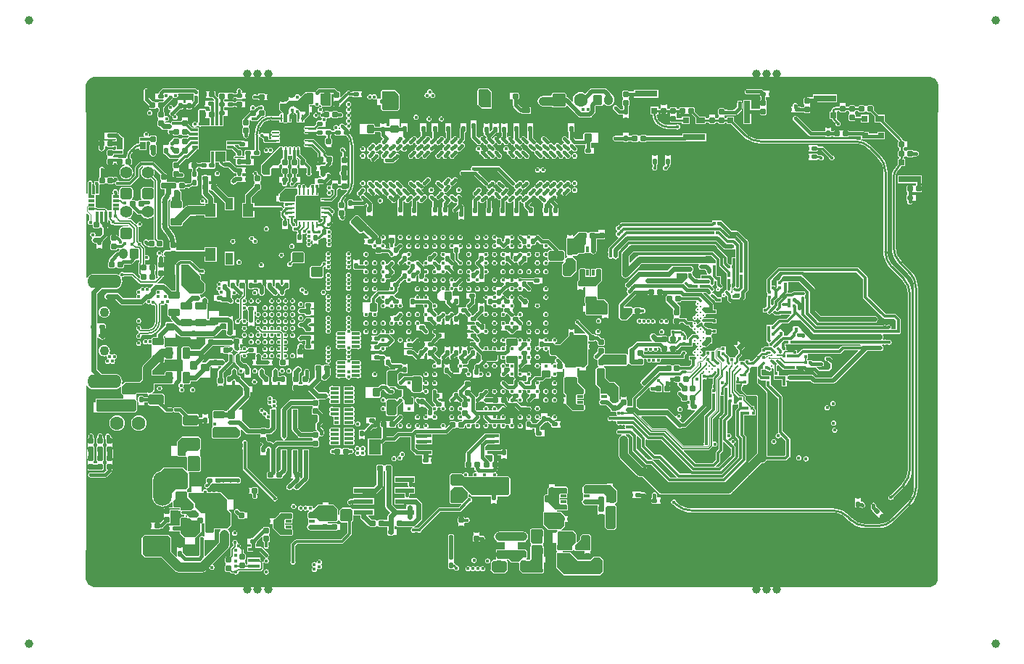
<source format=gbl>
G04 Layer_Physical_Order=12*
G04 Layer_Color=16711680*
%FSLAX44Y44*%
%MOMM*%
G71*
G01*
G75*
%ADD10C,0.2000*%
%ADD12C,0.1900*%
%ADD13C,0.1100*%
%ADD14C,0.1400*%
%ADD16C,0.1500*%
%ADD17C,0.3000*%
%ADD18C,0.3500*%
G04:AMPARAMS|DCode=24|XSize=0.6mm|YSize=0.6mm|CornerRadius=0.06mm|HoleSize=0mm|Usage=FLASHONLY|Rotation=180.000|XOffset=0mm|YOffset=0mm|HoleType=Round|Shape=RoundedRectangle|*
%AMROUNDEDRECTD24*
21,1,0.6000,0.4800,0,0,180.0*
21,1,0.4800,0.6000,0,0,180.0*
1,1,0.1200,-0.2400,0.2400*
1,1,0.1200,0.2400,0.2400*
1,1,0.1200,0.2400,-0.2400*
1,1,0.1200,-0.2400,-0.2400*
%
%ADD24ROUNDEDRECTD24*%
G04:AMPARAMS|DCode=25|XSize=0.6mm|YSize=0.6mm|CornerRadius=0.06mm|HoleSize=0mm|Usage=FLASHONLY|Rotation=90.000|XOffset=0mm|YOffset=0mm|HoleType=Round|Shape=RoundedRectangle|*
%AMROUNDEDRECTD25*
21,1,0.6000,0.4800,0,0,90.0*
21,1,0.4800,0.6000,0,0,90.0*
1,1,0.1200,0.2400,0.2400*
1,1,0.1200,0.2400,-0.2400*
1,1,0.1200,-0.2400,-0.2400*
1,1,0.1200,-0.2400,0.2400*
%
%ADD25ROUNDEDRECTD25*%
G04:AMPARAMS|DCode=26|XSize=0.5mm|YSize=0.6mm|CornerRadius=0.05mm|HoleSize=0mm|Usage=FLASHONLY|Rotation=0.000|XOffset=0mm|YOffset=0mm|HoleType=Round|Shape=RoundedRectangle|*
%AMROUNDEDRECTD26*
21,1,0.5000,0.5000,0,0,0.0*
21,1,0.4000,0.6000,0,0,0.0*
1,1,0.1000,0.2000,-0.2500*
1,1,0.1000,-0.2000,-0.2500*
1,1,0.1000,-0.2000,0.2500*
1,1,0.1000,0.2000,0.2500*
%
%ADD26ROUNDEDRECTD26*%
%ADD27R,2.3500X1.6000*%
%ADD28R,0.3000X0.7000*%
G04:AMPARAMS|DCode=29|XSize=0.5mm|YSize=0.6mm|CornerRadius=0.05mm|HoleSize=0mm|Usage=FLASHONLY|Rotation=90.000|XOffset=0mm|YOffset=0mm|HoleType=Round|Shape=RoundedRectangle|*
%AMROUNDEDRECTD29*
21,1,0.5000,0.5000,0,0,90.0*
21,1,0.4000,0.6000,0,0,90.0*
1,1,0.1000,0.2500,0.2000*
1,1,0.1000,0.2500,-0.2000*
1,1,0.1000,-0.2500,-0.2000*
1,1,0.1000,-0.2500,0.2000*
%
%ADD29ROUNDEDRECTD29*%
G04:AMPARAMS|DCode=30|XSize=1mm|YSize=0.9mm|CornerRadius=0.1125mm|HoleSize=0mm|Usage=FLASHONLY|Rotation=0.000|XOffset=0mm|YOffset=0mm|HoleType=Round|Shape=RoundedRectangle|*
%AMROUNDEDRECTD30*
21,1,1.0000,0.6750,0,0,0.0*
21,1,0.7750,0.9000,0,0,0.0*
1,1,0.2250,0.3875,-0.3375*
1,1,0.2250,-0.3875,-0.3375*
1,1,0.2250,-0.3875,0.3375*
1,1,0.2250,0.3875,0.3375*
%
%ADD30ROUNDEDRECTD30*%
G04:AMPARAMS|DCode=31|XSize=1.3mm|YSize=0.8mm|CornerRadius=0.1mm|HoleSize=0mm|Usage=FLASHONLY|Rotation=0.000|XOffset=0mm|YOffset=0mm|HoleType=Round|Shape=RoundedRectangle|*
%AMROUNDEDRECTD31*
21,1,1.3000,0.6000,0,0,0.0*
21,1,1.1000,0.8000,0,0,0.0*
1,1,0.2000,0.5500,-0.3000*
1,1,0.2000,-0.5500,-0.3000*
1,1,0.2000,-0.5500,0.3000*
1,1,0.2000,0.5500,0.3000*
%
%ADD31ROUNDEDRECTD31*%
G04:AMPARAMS|DCode=33|XSize=1mm|YSize=0.9mm|CornerRadius=0.1125mm|HoleSize=0mm|Usage=FLASHONLY|Rotation=90.000|XOffset=0mm|YOffset=0mm|HoleType=Round|Shape=RoundedRectangle|*
%AMROUNDEDRECTD33*
21,1,1.0000,0.6750,0,0,90.0*
21,1,0.7750,0.9000,0,0,90.0*
1,1,0.2250,0.3375,0.3875*
1,1,0.2250,0.3375,-0.3875*
1,1,0.2250,-0.3375,-0.3875*
1,1,0.2250,-0.3375,0.3875*
%
%ADD33ROUNDEDRECTD33*%
G04:AMPARAMS|DCode=49|XSize=1.8mm|YSize=1.15mm|CornerRadius=0.1437mm|HoleSize=0mm|Usage=FLASHONLY|Rotation=0.000|XOffset=0mm|YOffset=0mm|HoleType=Round|Shape=RoundedRectangle|*
%AMROUNDEDRECTD49*
21,1,1.8000,0.8625,0,0,0.0*
21,1,1.5125,1.1500,0,0,0.0*
1,1,0.2875,0.7562,-0.4313*
1,1,0.2875,-0.7562,-0.4313*
1,1,0.2875,-0.7562,0.4313*
1,1,0.2875,0.7562,0.4313*
%
%ADD49ROUNDEDRECTD49*%
G04:AMPARAMS|DCode=50|XSize=1.8mm|YSize=1.15mm|CornerRadius=0.1437mm|HoleSize=0mm|Usage=FLASHONLY|Rotation=90.000|XOffset=0mm|YOffset=0mm|HoleType=Round|Shape=RoundedRectangle|*
%AMROUNDEDRECTD50*
21,1,1.8000,0.8625,0,0,90.0*
21,1,1.5125,1.1500,0,0,90.0*
1,1,0.2875,0.4313,0.7562*
1,1,0.2875,0.4313,-0.7562*
1,1,0.2875,-0.4313,-0.7562*
1,1,0.2875,-0.4313,0.7562*
%
%ADD50ROUNDEDRECTD50*%
G04:AMPARAMS|DCode=51|XSize=1.3mm|YSize=0.8mm|CornerRadius=0.1mm|HoleSize=0mm|Usage=FLASHONLY|Rotation=90.000|XOffset=0mm|YOffset=0mm|HoleType=Round|Shape=RoundedRectangle|*
%AMROUNDEDRECTD51*
21,1,1.3000,0.6000,0,0,90.0*
21,1,1.1000,0.8000,0,0,90.0*
1,1,0.2000,0.3000,0.5500*
1,1,0.2000,0.3000,-0.5500*
1,1,0.2000,-0.3000,-0.5500*
1,1,0.2000,-0.3000,0.5500*
%
%ADD51ROUNDEDRECTD51*%
%ADD62R,0.6000X0.3500*%
%ADD63R,0.6000X0.3000*%
G04:AMPARAMS|DCode=68|XSize=0.6mm|YSize=0.6mm|CornerRadius=0.06mm|HoleSize=0mm|Usage=FLASHONLY|Rotation=225.000|XOffset=0mm|YOffset=0mm|HoleType=Round|Shape=RoundedRectangle|*
%AMROUNDEDRECTD68*
21,1,0.6000,0.4800,0,0,225.0*
21,1,0.4800,0.6000,0,0,225.0*
1,1,0.1200,-0.3394,0.0000*
1,1,0.1200,0.0000,0.3394*
1,1,0.1200,0.3394,0.0000*
1,1,0.1200,0.0000,-0.3394*
%
%ADD68ROUNDEDRECTD68*%
G04:AMPARAMS|DCode=69|XSize=0.5mm|YSize=0.6mm|CornerRadius=0.05mm|HoleSize=0mm|Usage=FLASHONLY|Rotation=225.000|XOffset=0mm|YOffset=0mm|HoleType=Round|Shape=RoundedRectangle|*
%AMROUNDEDRECTD69*
21,1,0.5000,0.5000,0,0,225.0*
21,1,0.4000,0.6000,0,0,225.0*
1,1,0.1000,-0.3182,0.0354*
1,1,0.1000,-0.0354,0.3182*
1,1,0.1000,0.3182,-0.0354*
1,1,0.1000,0.0354,-0.3182*
%
%ADD69ROUNDEDRECTD69*%
%ADD87C,1.0000*%
%ADD88R,1.6000X2.3500*%
%ADD89R,0.7000X0.3000*%
%ADD95R,0.3000X0.3500*%
%ADD98C,0.3100*%
%ADD99C,0.4000*%
%ADD100C,0.2500*%
%ADD101C,0.5000*%
%ADD102C,0.3090*%
%ADD103C,0.6000*%
%ADD104C,0.1000*%
%ADD107C,1.0000*%
%ADD108C,0.8000*%
%ADD110C,0.1300*%
%ADD112C,0.7000*%
%ADD113C,0.2700*%
G04:AMPARAMS|DCode=115|XSize=1.524mm|YSize=1.524mm|CornerRadius=0.1905mm|HoleSize=0mm|Usage=FLASHONLY|Rotation=90.000|XOffset=0mm|YOffset=0mm|HoleType=Round|Shape=RoundedRectangle|*
%AMROUNDEDRECTD115*
21,1,1.5240,1.1430,0,0,90.0*
21,1,1.1430,1.5240,0,0,90.0*
1,1,0.3810,0.5715,0.5715*
1,1,0.3810,0.5715,-0.5715*
1,1,0.3810,-0.5715,-0.5715*
1,1,0.3810,-0.5715,0.5715*
%
%ADD115ROUNDEDRECTD115*%
%ADD116C,1.6000*%
%ADD117C,5.0000*%
G04:AMPARAMS|DCode=118|XSize=1.4mm|YSize=1.4mm|CornerRadius=0.35mm|HoleSize=0mm|Usage=FLASHONLY|Rotation=90.000|XOffset=0mm|YOffset=0mm|HoleType=Round|Shape=RoundedRectangle|*
%AMROUNDEDRECTD118*
21,1,1.4000,0.7000,0,0,90.0*
21,1,0.7000,1.4000,0,0,90.0*
1,1,0.7000,0.3500,0.3500*
1,1,0.7000,0.3500,-0.3500*
1,1,0.7000,-0.3500,-0.3500*
1,1,0.7000,-0.3500,0.3500*
%
%ADD118ROUNDEDRECTD118*%
%ADD119C,1.4000*%
G04:AMPARAMS|DCode=120|XSize=1.2mm|YSize=1.1mm|CornerRadius=0.1375mm|HoleSize=0mm|Usage=FLASHONLY|Rotation=270.000|XOffset=0mm|YOffset=0mm|HoleType=Round|Shape=RoundedRectangle|*
%AMROUNDEDRECTD120*
21,1,1.2000,0.8250,0,0,270.0*
21,1,0.9250,1.1000,0,0,270.0*
1,1,0.2750,-0.4125,-0.4625*
1,1,0.2750,-0.4125,0.4625*
1,1,0.2750,0.4125,0.4625*
1,1,0.2750,0.4125,-0.4625*
%
%ADD120ROUNDEDRECTD120*%
%ADD121O,1.1000X1.2000*%
%ADD122O,2.0000X4.0000*%
%ADD123O,2.2000X4.0000*%
%ADD124O,4.0000X2.0000*%
%ADD125C,0.6604*%
%ADD126O,4.0000X1.6000*%
%ADD127C,1.1000*%
%ADD128C,0.4000*%
%ADD129C,0.5000*%
%ADD131C,0.2000*%
%ADD133C,1.1000*%
%ADD136C,0.2540*%
%ADD137R,0.3500X0.3000*%
G04:AMPARAMS|DCode=138|XSize=1.8mm|YSize=1.15mm|CornerRadius=0.1437mm|HoleSize=0mm|Usage=FLASHONLY|Rotation=315.000|XOffset=0mm|YOffset=0mm|HoleType=Round|Shape=RoundedRectangle|*
%AMROUNDEDRECTD138*
21,1,1.8000,0.8625,0,0,315.0*
21,1,1.5125,1.1500,0,0,315.0*
1,1,0.2875,0.2298,-0.8397*
1,1,0.2875,-0.8397,0.2298*
1,1,0.2875,-0.2298,0.8397*
1,1,0.2875,0.8397,-0.2298*
%
%ADD138ROUNDEDRECTD138*%
%ADD139R,2.1000X2.1000*%
%ADD140R,1.2000X1.5000*%
%ADD141R,0.9000X1.4000*%
G04:AMPARAMS|DCode=142|XSize=0.3mm|YSize=0.35mm|CornerRadius=0mm|HoleSize=0mm|Usage=FLASHONLY|Rotation=135.000|XOffset=0mm|YOffset=0mm|HoleType=Round|Shape=Rectangle|*
%AMROTATEDRECTD142*
4,1,4,0.2298,0.0177,-0.0177,-0.2298,-0.2298,-0.0177,0.0177,0.2298,0.2298,0.0177,0.0*
%
%ADD142ROTATEDRECTD142*%

G04:AMPARAMS|DCode=143|XSize=0.3mm|YSize=0.35mm|CornerRadius=0mm|HoleSize=0mm|Usage=FLASHONLY|Rotation=225.000|XOffset=0mm|YOffset=0mm|HoleType=Round|Shape=Rectangle|*
%AMROTATEDRECTD143*
4,1,4,-0.0177,0.2298,0.2298,-0.0177,0.0177,-0.2298,-0.2298,0.0177,-0.0177,0.2298,0.0*
%
%ADD143ROTATEDRECTD143*%

%ADD144R,1.4000X0.4500*%
G04:AMPARAMS|DCode=145|XSize=1.4mm|YSize=1.2mm|CornerRadius=0.15mm|HoleSize=0mm|Usage=FLASHONLY|Rotation=0.000|XOffset=0mm|YOffset=0mm|HoleType=Round|Shape=RoundedRectangle|*
%AMROUNDEDRECTD145*
21,1,1.4000,0.9000,0,0,0.0*
21,1,1.1000,1.2000,0,0,0.0*
1,1,0.3000,0.5500,-0.4500*
1,1,0.3000,-0.5500,-0.4500*
1,1,0.3000,-0.5500,0.4500*
1,1,0.3000,0.5500,0.4500*
%
%ADD145ROUNDEDRECTD145*%
%ADD146R,2.6000X2.6000*%
%ADD147O,0.9000X0.2500*%
%ADD148O,0.2500X0.9000*%
%ADD149R,0.5500X2.2000*%
%ADD150R,2.2000X0.5500*%
G04:AMPARAMS|DCode=151|XSize=1.8mm|YSize=1.2mm|CornerRadius=0.15mm|HoleSize=0mm|Usage=FLASHONLY|Rotation=180.000|XOffset=0mm|YOffset=0mm|HoleType=Round|Shape=RoundedRectangle|*
%AMROUNDEDRECTD151*
21,1,1.8000,0.9000,0,0,180.0*
21,1,1.5000,1.2000,0,0,180.0*
1,1,0.3000,-0.7500,0.4500*
1,1,0.3000,0.7500,0.4500*
1,1,0.3000,0.7500,-0.4500*
1,1,0.3000,-0.7500,-0.4500*
%
%ADD151ROUNDEDRECTD151*%
%ADD152C,0.4500*%
%ADD153R,1.2500X1.2500*%
%ADD154R,0.3000X0.8000*%
%ADD155R,0.8000X0.3000*%
%ADD156R,2.7000X2.7000*%
%ADD157R,0.8000X0.2500*%
%ADD158R,0.2500X0.8000*%
G04:AMPARAMS|DCode=159|XSize=0.6mm|YSize=1mm|CornerRadius=0.075mm|HoleSize=0mm|Usage=FLASHONLY|Rotation=90.000|XOffset=0mm|YOffset=0mm|HoleType=Round|Shape=RoundedRectangle|*
%AMROUNDEDRECTD159*
21,1,0.6000,0.8500,0,0,90.0*
21,1,0.4500,1.0000,0,0,90.0*
1,1,0.1500,0.4250,0.2250*
1,1,0.1500,0.4250,-0.2250*
1,1,0.1500,-0.4250,-0.2250*
1,1,0.1500,-0.4250,0.2250*
%
%ADD159ROUNDEDRECTD159*%
%ADD160R,1.0000X0.7000*%
%ADD161R,0.7000X0.7000*%
%ADD162R,0.7000X1.0000*%
%ADD163R,0.7000X0.7000*%
%ADD164C,0.3400*%
%ADD165C,0.4600*%
%ADD166C,0.3300*%
%ADD167C,0.3700*%
%ADD168C,0.9000*%
%ADD169C,0.1700*%
%ADD170C,0.2400*%
%ADD171C,0.2200*%
%ADD172C,0.2900*%
%ADD173C,0.3100*%
%ADD174C,0.3900*%
G36*
X6126Y436327D02*
Y430523D01*
X5587Y430163D01*
X4924Y429171D01*
X4691Y428000D01*
X4924Y426829D01*
X5587Y425837D01*
X6579Y425174D01*
X7750Y424941D01*
X8921Y425174D01*
X9469Y425540D01*
X10469Y425006D01*
Y422600D01*
X10593Y421976D01*
X10947Y421446D01*
X11476Y421093D01*
X12100Y420969D01*
X16900D01*
X17524Y421093D01*
X18053Y421446D01*
X18089Y421500D01*
X20911D01*
X20946Y421446D01*
X21476Y421093D01*
X21691Y421050D01*
Y414517D01*
X18753Y411578D01*
X14027D01*
X13798Y411824D01*
X13375Y412578D01*
X13559Y413500D01*
X13326Y414670D01*
X12663Y415663D01*
X11671Y416326D01*
X10500Y416559D01*
X9330Y416326D01*
X8337Y415663D01*
X7674Y414670D01*
X7441Y413500D01*
X7674Y412329D01*
X8337Y411337D01*
X9330Y410674D01*
X9354Y410669D01*
X9814Y409558D01*
X9482Y409061D01*
X9172Y407500D01*
X9482Y405939D01*
X10366Y404616D01*
X11689Y403732D01*
X13250Y403422D01*
X14376D01*
Y402000D01*
X14552Y401577D01*
X14500Y401500D01*
X14500D01*
Y397500D01*
X21500D01*
Y401500D01*
X21500D01*
X21448Y401577D01*
X21624Y402000D01*
Y404442D01*
X21884Y404616D01*
X22768Y405939D01*
X23017Y407191D01*
X26913Y411087D01*
X27576Y412080D01*
X27809Y413250D01*
Y421283D01*
X28054Y421446D01*
X28407Y421976D01*
X28531Y422600D01*
Y427400D01*
X28407Y428024D01*
X28299Y428186D01*
Y430518D01*
X29299Y430822D01*
X29308Y430808D01*
X31095Y429021D01*
X30941Y428250D01*
X31174Y427079D01*
X31837Y426087D01*
X32829Y425424D01*
X34000Y425191D01*
X34771Y425345D01*
X34808Y425308D01*
X34808Y425308D01*
X35470Y424866D01*
X36250Y424711D01*
X36250Y424711D01*
X51828D01*
X52101Y424338D01*
X51594Y423338D01*
X46000D01*
X44244Y422989D01*
X42756Y421994D01*
X41761Y420506D01*
X41412Y418750D01*
Y412303D01*
X40412Y411813D01*
X39976Y412105D01*
X39262Y412247D01*
X39157Y412774D01*
X38804Y413303D01*
X38274Y413657D01*
X37650Y413781D01*
X32850D01*
X32226Y413657D01*
X31697Y413303D01*
X31343Y412774D01*
X31219Y412150D01*
Y407350D01*
X31343Y406726D01*
X31697Y406196D01*
X31750Y406161D01*
Y403339D01*
X31697Y403303D01*
X31343Y402774D01*
X31219Y402150D01*
Y397350D01*
X31343Y396726D01*
X31697Y396197D01*
X32226Y395843D01*
X32850Y395719D01*
X37650D01*
X38274Y395843D01*
X38804Y396197D01*
X39157Y396726D01*
X39252Y397201D01*
X41410D01*
X41749Y396201D01*
X41664Y396136D01*
X40622Y394778D01*
X40324Y394059D01*
X39500D01*
X39500Y394059D01*
X38330Y393826D01*
X37337Y393163D01*
X37337Y393163D01*
X30337Y386163D01*
X29674Y385171D01*
X29441Y384000D01*
X29441Y384000D01*
Y382384D01*
X28946Y382053D01*
X28593Y381524D01*
X28469Y380900D01*
Y376100D01*
X28593Y375476D01*
X28946Y374947D01*
X29476Y374593D01*
X30100Y374469D01*
X34900D01*
X35524Y374593D01*
X36054Y374947D01*
X36089Y375000D01*
X38911D01*
X38946Y374947D01*
X39476Y374593D01*
X40100Y374469D01*
X44900D01*
X45524Y374593D01*
X46054Y374947D01*
X46407Y375476D01*
X46531Y376100D01*
Y378206D01*
X47267Y378941D01*
X54250D01*
X54250Y378941D01*
X55420Y379174D01*
X56413Y379837D01*
X60529Y383954D01*
X63125D01*
X64017Y384131D01*
X64056Y384136D01*
X65017Y383580D01*
Y381868D01*
X64074Y380926D01*
X63699Y380363D01*
X63567Y379700D01*
Y368700D01*
X63699Y368037D01*
X64074Y367474D01*
X65969Y365580D01*
Y362829D01*
X64969Y362415D01*
X58942Y368442D01*
X58280Y368884D01*
X57500Y369039D01*
X46996D01*
X46913Y369163D01*
X45921Y369826D01*
X44750Y370059D01*
X43580Y369826D01*
X42587Y369163D01*
X41924Y368171D01*
X41732Y367206D01*
X41124Y366833D01*
X40728Y366716D01*
X40539Y366861D01*
X38350Y367768D01*
X36000Y368078D01*
X12000D01*
X9651Y367768D01*
X7461Y366861D01*
X5581Y365419D01*
X4139Y363539D01*
X4059Y363346D01*
X3059Y363545D01*
Y438088D01*
X3983Y438471D01*
X6126Y436327D01*
D02*
G37*
G36*
X113000Y463500D02*
X113000Y452000D01*
X110250Y449250D01*
X102500Y449250D01*
X102500Y456500D01*
X105000Y459000D01*
Y464250D01*
X106500Y465750D01*
X110750D01*
X113000Y463500D01*
D02*
G37*
G36*
X64808Y356808D02*
X64808Y356808D01*
X65470Y356366D01*
X66250Y356211D01*
X66250Y356211D01*
X80943D01*
X81246Y355211D01*
X81131Y355134D01*
X81131Y355134D01*
X77616Y351619D01*
X77433Y351345D01*
X76261Y351391D01*
X75913Y351913D01*
X74921Y352576D01*
X73750Y352809D01*
X72579Y352576D01*
X71587Y351913D01*
X70913D01*
X69921Y352576D01*
X68750Y352809D01*
X67579Y352576D01*
X66587Y351913D01*
X65924Y350920D01*
X65780Y350196D01*
X65582Y349718D01*
X64729Y349464D01*
X64250Y349559D01*
X63080Y349326D01*
X62087Y348663D01*
X61424Y347671D01*
X61191Y346500D01*
X61424Y345330D01*
X62087Y344337D01*
Y343663D01*
X61424Y342671D01*
X61191Y341500D01*
X61375Y340578D01*
X60815Y339578D01*
X46189D01*
X41134Y344634D01*
X39811Y345518D01*
X38250Y345828D01*
X38250Y345828D01*
X28250D01*
X26689Y345518D01*
X25366Y344634D01*
X24482Y343311D01*
X24172Y341750D01*
X24482Y340189D01*
X25366Y338866D01*
X26689Y337982D01*
X28250Y337672D01*
X36561D01*
X41616Y332616D01*
X41616Y332616D01*
X42939Y331732D01*
X44500Y331422D01*
X44500Y331422D01*
X67015D01*
X67015Y331422D01*
X68576Y331732D01*
X69899Y332616D01*
X71712Y334430D01*
X72815Y334118D01*
X73337Y333337D01*
X74330Y332674D01*
X75500Y332441D01*
X76671Y332674D01*
X77169Y333007D01*
X77994Y333066D01*
X78411Y332725D01*
X78837Y332087D01*
X79830Y331424D01*
X81000Y331191D01*
X81883Y331367D01*
X82706Y330858D01*
X82868Y330687D01*
X82905Y330500D01*
X82961D01*
Y311500D01*
X82941D01*
X82670Y309445D01*
X81877Y307530D01*
X80615Y305885D01*
X78970Y304623D01*
X77055Y303830D01*
X75000Y303559D01*
Y303539D01*
X67838D01*
X67032Y304396D01*
X67007Y304492D01*
X67059Y304750D01*
X66826Y305921D01*
X66163Y306913D01*
X65170Y307576D01*
X64000Y307809D01*
X62829Y307576D01*
X61837Y306913D01*
X61174Y305921D01*
X60941Y304750D01*
X61174Y303580D01*
X61837Y302587D01*
X62820Y301931D01*
X63465Y300965D01*
X64161Y300500D01*
Y299500D01*
X63465Y299035D01*
X62820Y298070D01*
X61837Y297413D01*
X61174Y296421D01*
X60941Y295250D01*
X61174Y294080D01*
X61837Y293087D01*
X62829Y292424D01*
X64000Y292191D01*
X65170Y292424D01*
X66163Y293087D01*
X66826Y294080D01*
X67059Y295250D01*
X67007Y295508D01*
X67032Y295604D01*
X67838Y296461D01*
X75000D01*
Y296427D01*
X77941Y296717D01*
X80768Y297575D01*
X83374Y298968D01*
X85658Y300842D01*
X87532Y303126D01*
X88925Y305732D01*
X89783Y308560D01*
X90073Y311500D01*
X90039D01*
Y330500D01*
X90095D01*
X90132Y330687D01*
X90294Y330858D01*
X91117Y331367D01*
X92000Y331191D01*
X93170Y331424D01*
X94163Y332087D01*
X94589Y332725D01*
X95006Y333066D01*
X95831Y333007D01*
X96329Y332674D01*
X97500Y332441D01*
X97750Y332236D01*
Y327000D01*
X97750Y327000D01*
X97714Y326015D01*
X97711Y326000D01*
Y320000D01*
X97866Y319220D01*
X98308Y318558D01*
X98970Y318116D01*
X99750Y317961D01*
X100103D01*
X100672Y317149D01*
X100982Y315589D01*
X101866Y314266D01*
X103666Y312466D01*
X103284Y311542D01*
X97125D01*
X96296Y311377D01*
X95593Y310907D01*
X95123Y310204D01*
X94958Y309375D01*
Y307976D01*
X86116Y299134D01*
X85232Y297811D01*
X84922Y296250D01*
X84922Y296250D01*
Y294039D01*
X81250D01*
X80470Y293884D01*
X79808Y293442D01*
X79366Y292780D01*
X79211Y292000D01*
X78211Y291549D01*
X78170Y291576D01*
X77000Y291809D01*
X75830Y291576D01*
X75286Y291212D01*
X74560Y290996D01*
X73835Y291212D01*
X73291Y291576D01*
X72120Y291809D01*
X70950Y291576D01*
X69957Y290913D01*
X69294Y289921D01*
X69061Y288750D01*
X69294Y287579D01*
X69957Y286587D01*
X70950Y285924D01*
X72120Y285691D01*
X73291Y285924D01*
X73835Y286287D01*
X74560Y286504D01*
X75286Y286287D01*
X75830Y285924D01*
X77000Y285691D01*
X78170Y285924D01*
X78227Y285962D01*
X78314Y285965D01*
X78731Y285765D01*
X79250Y285000D01*
X79250D01*
X79250Y285000D01*
Y273000D01*
X79250Y273000D01*
X79214Y272015D01*
X79211Y272000D01*
Y271362D01*
X69924Y262076D01*
X68598Y260091D01*
X68133Y257750D01*
Y244750D01*
X68188Y244469D01*
X65302Y241582D01*
X48750D01*
X48750Y241583D01*
X47985Y241266D01*
X47985Y241265D01*
X45484Y238764D01*
X44636Y239331D01*
X44768Y239651D01*
X45078Y242000D01*
X44768Y244349D01*
X43861Y246539D01*
X42419Y248419D01*
X40539Y249862D01*
X38350Y250768D01*
X36000Y251078D01*
X20690D01*
X15303Y256464D01*
Y292518D01*
X15950Y293250D01*
X16550D01*
Y293250D01*
X17525D01*
X18366Y291991D01*
X19689Y291107D01*
X21250Y290797D01*
X22811Y291107D01*
X24134Y291991D01*
X25018Y293314D01*
X25329Y294875D01*
Y304141D01*
X25374Y304250D01*
Y308250D01*
X24898Y309398D01*
X23750Y309874D01*
X18750D01*
X18327Y309699D01*
X18250Y309750D01*
Y309750D01*
X15303Y309750D01*
Y344536D01*
X20690Y349922D01*
X36000D01*
X38350Y350232D01*
X40539Y351139D01*
X42419Y352581D01*
X43861Y354461D01*
X44768Y356651D01*
X45078Y359000D01*
X44768Y361349D01*
X44060Y363059D01*
X44750Y363941D01*
X45921Y364174D01*
X46913Y364837D01*
X46996Y364961D01*
X56655D01*
X64808Y356808D01*
D02*
G37*
G36*
X170811Y283172D02*
X170329Y283076D01*
X169596Y282586D01*
X169489Y282657D01*
X168864Y282781D01*
X164064D01*
X163440Y282657D01*
X162911Y282304D01*
X162875Y282250D01*
X159464Y282250D01*
X159465Y275250D01*
X162875D01*
X162911Y275196D01*
X163440Y274843D01*
X164064Y274719D01*
X168339D01*
X168877Y273724D01*
X168674Y273421D01*
X168441Y272250D01*
Y266767D01*
X165982Y264308D01*
X165026Y264765D01*
X164768Y266061D01*
X163884Y267384D01*
X162561Y268268D01*
X161000Y268578D01*
X155359D01*
X155250Y268624D01*
X151250D01*
X151141Y268578D01*
X147750D01*
X146189Y268268D01*
X144866Y267384D01*
X144866Y267384D01*
X141774Y264292D01*
X138474D01*
X138026Y265219D01*
X138022Y265254D01*
X139248Y266480D01*
X139248Y266480D01*
X140132Y267803D01*
X140442Y269364D01*
X140442Y269364D01*
Y273561D01*
X151053Y284172D01*
X170712D01*
X170811Y283172D01*
D02*
G37*
G36*
X135500Y365000D02*
Y361250D01*
X140500Y356250D01*
Y347750D01*
X137500Y344750D01*
X124000D01*
X114000Y354750D01*
Y378750D01*
X121750D01*
X135500Y365000D01*
D02*
G37*
G36*
X74250Y229000D02*
X74000Y228750D01*
X61000D01*
X59250Y227000D01*
X46250D01*
X44750Y228500D01*
Y236500D01*
X48750Y240500D01*
X65750D01*
X70000Y244750D01*
X74250D01*
Y229000D01*
D02*
G37*
G36*
X166500Y309000D02*
Y304500D01*
X165250Y303250D01*
X160500D01*
X158250Y301000D01*
Y300500D01*
X158000D01*
X153750Y304750D01*
X155750Y306750D01*
X157750Y306750D01*
X158750Y307750D01*
X158750Y308750D01*
X160250Y310250D01*
X165250D01*
X166500Y309000D01*
D02*
G37*
G36*
X69182Y492503D02*
X68794Y492206D01*
X67512Y490535D01*
X66706Y488588D01*
X66431Y486500D01*
X66706Y484412D01*
X67512Y482466D01*
X68794Y480794D01*
X70465Y479512D01*
X72412Y478706D01*
X74500Y478431D01*
X76588Y478706D01*
X78407Y479459D01*
X81461Y476405D01*
Y469302D01*
X80461Y468768D01*
X79756Y469239D01*
X78000Y469588D01*
X71000D01*
X69244Y469239D01*
X67756Y468244D01*
X66761Y466756D01*
X66412Y465000D01*
Y458000D01*
X66761Y456244D01*
X67386Y455309D01*
X67348Y455028D01*
X66898Y454239D01*
X66079Y454076D01*
X66013Y454031D01*
X64600D01*
X63976Y453907D01*
X63446Y453554D01*
X63411Y453500D01*
X60589D01*
X60553Y453554D01*
X60024Y453907D01*
X59400Y454031D01*
X56823D01*
X56428Y455031D01*
X57239Y456244D01*
X57588Y458000D01*
Y465000D01*
X57239Y466756D01*
X56244Y468244D01*
X54756Y469239D01*
X53000Y469588D01*
X46000D01*
X44244Y469239D01*
X42756Y468244D01*
X41761Y466756D01*
X41412Y465000D01*
Y461000D01*
X40049D01*
Y462750D01*
X39855Y463725D01*
X39796Y463813D01*
X39576Y464921D01*
X38913Y465913D01*
X37920Y466576D01*
X36750Y466809D01*
X35580Y466576D01*
X34587Y465913D01*
X33924Y464921D01*
X33691Y463750D01*
X33924Y462579D01*
X34311Y462000D01*
X33803Y461000D01*
X32500D01*
Y456000D01*
X32500D01*
Y456000D01*
X32500D01*
Y446000D01*
X32500D01*
Y446000D01*
X32500D01*
Y441750D01*
X27740D01*
X27634Y442280D01*
X27192Y442942D01*
X27192Y442942D01*
X25942Y444192D01*
X25280Y444634D01*
X24500Y444789D01*
X16345D01*
X16192Y444942D01*
X15530Y445384D01*
X14805Y445528D01*
X14000Y446000D01*
Y451000D01*
Y460250D01*
X18250D01*
Y465004D01*
X18299Y465250D01*
Y472059D01*
X18684Y472695D01*
X19225Y472969D01*
X23650D01*
X24274Y473093D01*
X24804Y473447D01*
X24839Y473500D01*
X27661D01*
X27696Y473447D01*
X28226Y473093D01*
X28850Y472969D01*
X33650D01*
X34274Y473093D01*
X34804Y473447D01*
X34820Y473471D01*
X36013Y473623D01*
X36554Y473181D01*
X36674Y472579D01*
X37337Y471587D01*
X38330Y470924D01*
X39500Y470691D01*
X40670Y470924D01*
X41016Y471155D01*
X53750D01*
X54743Y471353D01*
X55585Y471915D01*
X63835Y480165D01*
X64397Y481007D01*
X64595Y482000D01*
Y490175D01*
X67870Y493450D01*
X68861D01*
X69182Y492503D01*
D02*
G37*
G36*
X14500Y597750D02*
X988000Y597750D01*
X988423D01*
X990404Y597356D01*
X992269Y596583D01*
X993948Y595462D01*
X995376Y594034D01*
X996497Y592355D01*
X997270Y590490D01*
X997664Y588509D01*
Y587500D01*
Y587250D01*
X997750D01*
X997750Y556750D01*
X997164D01*
X997164Y15250D01*
X997164D01*
Y12500D01*
Y11490D01*
X996770Y9510D01*
X995997Y7645D01*
X994876Y5966D01*
X993448Y4538D01*
X991769Y3417D01*
X989904Y2644D01*
X988000Y2265D01*
Y2250D01*
X14500Y2250D01*
D01*
X11490D01*
X9510Y2644D01*
X7645Y3417D01*
X5966Y4538D01*
X4538Y5966D01*
X3417Y7645D01*
X2644Y9510D01*
X2250Y11490D01*
Y12500D01*
Y14500D01*
X2250Y45000D01*
X3059D01*
Y237455D01*
X4059Y237654D01*
X4139Y237461D01*
X5581Y235581D01*
X7461Y234139D01*
X9651Y233232D01*
X12000Y232922D01*
X36000D01*
X38350Y233232D01*
X40539Y234139D01*
X42419Y235581D01*
X42668Y235905D01*
X43668Y235566D01*
Y228500D01*
X43668Y228500D01*
X43985Y227735D01*
X43985Y227735D01*
X45485Y226235D01*
X46250Y225918D01*
X46500D01*
Y222332D01*
X14750Y222332D01*
X13985Y222015D01*
X13668Y221250D01*
X13668Y218125D01*
X11750D01*
Y206125D01*
X16125Y206125D01*
X16625Y205918D01*
X33675D01*
X59250Y205917D01*
X60015Y206235D01*
X60015Y206235D01*
X62015Y208235D01*
X62332Y209000D01*
X62333Y219250D01*
X62333Y219250D01*
X62172Y219639D01*
X62016Y220015D01*
X62016Y220015D01*
X61500Y220531D01*
Y227668D01*
X74000D01*
X74267Y227778D01*
X74915Y227083D01*
X74944Y226922D01*
X74645Y226475D01*
X74451Y225500D01*
Y224059D01*
X70392D01*
X70148Y224648D01*
X69000Y225124D01*
X65000D01*
X63852Y224648D01*
X63376Y223500D01*
Y218500D01*
X63552Y218077D01*
X63500Y218000D01*
X63500D01*
Y214000D01*
X70500D01*
Y217941D01*
X74451D01*
Y216500D01*
X74645Y215525D01*
X75198Y214698D01*
X76025Y214145D01*
X77000Y213951D01*
X87223D01*
X94337Y206837D01*
X95330Y206174D01*
X96500Y205941D01*
X96500Y205941D01*
X102000D01*
X103170Y206174D01*
X104163Y206837D01*
X105203Y206593D01*
X105829Y206174D01*
X107000Y205941D01*
X111233D01*
X114667Y202508D01*
X114645Y202475D01*
X114451Y201500D01*
Y192500D01*
X114645Y191525D01*
X115198Y190698D01*
X116025Y190145D01*
X117000Y189951D01*
X132000D01*
X132975Y190145D01*
X133802Y190698D01*
X134355Y191525D01*
X134549Y192500D01*
Y193941D01*
X138608D01*
X138852Y193352D01*
X140000Y192876D01*
X144000D01*
X145148Y193352D01*
X145624Y194500D01*
Y199500D01*
X145449Y199923D01*
X145500Y200000D01*
X145500D01*
Y204000D01*
X138500D01*
Y200059D01*
X134549D01*
Y201500D01*
X134355Y202475D01*
X133802Y203302D01*
X132975Y203855D01*
X132000Y204049D01*
X121777D01*
X114663Y211163D01*
X113671Y211826D01*
X112500Y212059D01*
X112500Y212059D01*
X107000D01*
X105829Y211826D01*
X104837Y211163D01*
X103798Y211407D01*
X103170Y211826D01*
X102000Y212059D01*
X97767D01*
X94333Y215492D01*
X94355Y215525D01*
X94549Y216500D01*
Y225500D01*
X94355Y226475D01*
X93802Y227302D01*
X92975Y227855D01*
X92000Y228049D01*
X80567D01*
X80264Y229049D01*
X80826Y229424D01*
X82152Y231409D01*
X82618Y233750D01*
Y239142D01*
X95680D01*
X95720Y239116D01*
X96500Y238961D01*
X102500D01*
X102515Y238964D01*
X103500Y239000D01*
X103500Y239000D01*
X103500Y239000D01*
X109783D01*
X110541Y238000D01*
X110441Y237500D01*
X110674Y236329D01*
X111337Y235337D01*
X111572Y235180D01*
X112327Y234670D01*
X111827Y233899D01*
X111674Y233671D01*
X111441Y232500D01*
X111674Y231329D01*
X112337Y230337D01*
X113329Y229674D01*
X114500Y229441D01*
X115670Y229674D01*
X116663Y230337D01*
X117326Y231329D01*
X117559Y232500D01*
X117326Y233671D01*
X116663Y234663D01*
X116428Y234820D01*
X115673Y235330D01*
X116173Y236101D01*
X116326Y236329D01*
X116559Y237500D01*
X116464Y237976D01*
X117243Y238961D01*
X122500D01*
X123280Y239116D01*
X123942Y239558D01*
X124384Y240220D01*
X124539Y241000D01*
Y242422D01*
X129750D01*
X129750Y242422D01*
X131311Y242732D01*
X132634Y243616D01*
X135038Y246020D01*
X136000Y246250D01*
Y246250D01*
X136000Y246250D01*
X148000D01*
X148000Y254250D01*
X148000Y254250D01*
X148015Y255244D01*
X148042Y255375D01*
Y259024D01*
X148750Y259732D01*
X149750Y259318D01*
X149750Y257500D01*
X156750Y257500D01*
X156750Y259715D01*
X157457Y260422D01*
X160518D01*
X160932Y259422D01*
X157337Y255827D01*
X156674Y254835D01*
X156441Y253664D01*
X156441Y253664D01*
Y247384D01*
X155947Y247054D01*
X155593Y246524D01*
X155469Y245900D01*
Y241100D01*
X155593Y240476D01*
X155947Y239946D01*
X156000Y239911D01*
Y236500D01*
X163000D01*
Y239911D01*
X163053Y239946D01*
X163407Y240476D01*
X163531Y241100D01*
Y245900D01*
X163407Y246524D01*
X163053Y247054D01*
X162559Y247384D01*
Y252397D01*
X167261Y257100D01*
X167756Y257430D01*
X173663Y263337D01*
X174326Y264329D01*
X174559Y265500D01*
X174559Y265500D01*
Y272250D01*
X174326Y273421D01*
X173663Y274413D01*
X172670Y275076D01*
X171924Y275224D01*
X171712Y276286D01*
X172163Y276587D01*
X173663Y278087D01*
X173663Y278087D01*
X174326Y279079D01*
X174375Y279324D01*
X175436Y279535D01*
X175977Y278727D01*
X176845Y277858D01*
X178003Y277085D01*
X179128Y276861D01*
X179560Y276194D01*
X179666Y275853D01*
X179500Y275597D01*
X178134Y275325D01*
X176977Y274552D01*
X176203Y273394D01*
X175931Y272028D01*
Y265500D01*
X176203Y264134D01*
X176977Y262977D01*
X181731Y258222D01*
X181604Y256935D01*
X181337Y256756D01*
X180674Y255764D01*
X180441Y254593D01*
X180674Y253423D01*
X181337Y252430D01*
X182330Y251767D01*
X183500Y251534D01*
X184671Y251767D01*
X185663Y252430D01*
X186326Y253423D01*
X186483Y254213D01*
X187336Y254718D01*
X187532Y254750D01*
X187626Y254693D01*
Y250750D01*
X187802Y250327D01*
X187750Y250250D01*
X187750D01*
Y246250D01*
X194750D01*
Y250250D01*
X194750D01*
X194698Y250327D01*
X194874Y250750D01*
Y255750D01*
X194819Y255883D01*
Y256843D01*
X194547Y258209D01*
X193773Y259366D01*
X190523Y262617D01*
X189366Y263390D01*
X188000Y263662D01*
X186385D01*
X183069Y266978D01*
Y272028D01*
X182918Y272784D01*
X183679Y273545D01*
X184601Y273053D01*
X184441Y272250D01*
X184674Y271080D01*
X185337Y270087D01*
X186329Y269424D01*
X187500Y269191D01*
X188671Y269424D01*
X189663Y270087D01*
X190326Y271080D01*
X190559Y272250D01*
X190326Y273421D01*
X189844Y274142D01*
X189937Y274366D01*
X190599Y274808D01*
X191381Y275590D01*
X192500Y275126D01*
X197500D01*
X197923Y275302D01*
X198000Y275250D01*
Y275250D01*
X200092D01*
X200627Y274250D01*
X200203Y273616D01*
X199931Y272250D01*
X200203Y270884D01*
X200431Y270543D01*
Y267750D01*
X197000D01*
X197000Y260750D01*
X201000Y260750D01*
Y260750D01*
X201077Y260802D01*
X201500Y260626D01*
X206500D01*
X206633Y260681D01*
X210617D01*
X210750Y260626D01*
X215750D01*
X216173Y260802D01*
X216250Y260750D01*
Y260750D01*
X220250Y260750D01*
Y267750D01*
X216250D01*
Y267750D01*
X216173Y267698D01*
X215750Y267874D01*
X210750D01*
X210617Y267819D01*
X207568D01*
Y271178D01*
X207569Y271511D01*
X208568Y271610D01*
X208674Y271080D01*
X209337Y270087D01*
X210329Y269424D01*
X211500Y269191D01*
X212670Y269424D01*
X213663Y270087D01*
X214326Y271080D01*
X214559Y272250D01*
X214326Y273421D01*
X213663Y274413D01*
X212670Y275076D01*
X211500Y275309D01*
X210329Y275076D01*
X209337Y274413D01*
X208674Y273421D01*
X208510Y272593D01*
X208441Y272250D01*
X207484Y272174D01*
X207423Y272481D01*
X207297Y273116D01*
X206523Y274273D01*
X206023Y274773D01*
X204866Y275547D01*
X203500Y275819D01*
X203000Y275719D01*
X202000Y276540D01*
X202000Y282250D01*
X198673D01*
X197872Y282282D01*
X197500Y282374D01*
X197051Y282374D01*
X197051Y282374D01*
X196726Y282374D01*
X192500D01*
X191352Y281898D01*
X191262Y281682D01*
X191025Y281616D01*
X190169Y281655D01*
X189663Y282413D01*
X188671Y283076D01*
X187500Y283309D01*
X186329Y283076D01*
X185337Y282413D01*
X184674Y281420D01*
X184441Y280250D01*
X184607Y279415D01*
X184021Y278541D01*
X183355Y278477D01*
X182714Y279259D01*
X182937Y280382D01*
X182665Y281747D01*
X182069Y282640D01*
Y285219D01*
X182089Y285250D01*
X185500D01*
Y292250D01*
X182089D01*
X182054Y292304D01*
X181524Y292657D01*
X180900Y292781D01*
X176100D01*
X175476Y292657D01*
X174946Y292304D01*
X174788Y292066D01*
X173808Y291708D01*
X173556Y291687D01*
X173061Y292018D01*
X171500Y292328D01*
X150750D01*
X150342Y292247D01*
X150311Y292268D01*
X148750Y292578D01*
X147189Y292268D01*
X146973Y292124D01*
X146250Y292124D01*
X145750Y292000D01*
Y292000D01*
X141750D01*
X141750Y286404D01*
X134675Y279328D01*
X124789D01*
Y280750D01*
X124634Y281530D01*
X124192Y282192D01*
X123530Y282634D01*
X122750Y282789D01*
X116750D01*
X116735Y282786D01*
X115750Y282750D01*
X115750Y282750D01*
X115750Y282750D01*
X103750D01*
X103750Y282750D01*
X102765Y282786D01*
X102750Y282789D01*
X96750D01*
X95970Y282634D01*
X95308Y282192D01*
X95250Y282105D01*
X94250Y282408D01*
Y285000D01*
X94250Y285000D01*
X94286Y285985D01*
X94289Y286000D01*
Y292000D01*
X94134Y292780D01*
X93692Y293442D01*
X93347Y293672D01*
X93273Y294755D01*
X94076Y295558D01*
X95000Y295176D01*
Y293500D01*
X107000Y293500D01*
X107000Y297926D01*
X107924Y298309D01*
X110763Y295470D01*
X110763Y295470D01*
X112086Y294586D01*
X113646Y294275D01*
X113647Y294275D01*
X123896D01*
X124604Y293568D01*
X124604Y291354D01*
X131603D01*
Y294275D01*
X151461D01*
X151461Y294275D01*
X153022Y294586D01*
X154345Y295470D01*
X158324Y299448D01*
X159015Y299735D01*
X159332Y300500D01*
Y300552D01*
X160948Y302168D01*
X165250D01*
X165422Y302239D01*
X166422Y301584D01*
Y301109D01*
X166376Y301000D01*
Y297000D01*
X166852Y295852D01*
X168000Y295376D01*
X168723D01*
X168939Y295232D01*
X170500Y294922D01*
X172061Y295232D01*
X172277Y295376D01*
X173000Y295376D01*
X173500Y295500D01*
Y295500D01*
X177500D01*
X177500Y302500D01*
X174578Y302500D01*
Y311500D01*
X174268Y313061D01*
X174124Y313277D01*
X174124Y314000D01*
X174000Y314500D01*
X174000D01*
X174000Y318500D01*
X167000Y318500D01*
Y318328D01*
X158250D01*
Y324750D01*
X146250D01*
Y316750D01*
X146250Y316750D01*
X146235Y315756D01*
X146208Y315625D01*
Y314828D01*
X144250D01*
Y326750D01*
X144250Y326750D01*
X144286Y327735D01*
X144289Y327750D01*
Y332847D01*
X144518Y333189D01*
X144828Y334750D01*
X144828Y334750D01*
Y337000D01*
X144518Y338561D01*
X143634Y339884D01*
X142311Y340768D01*
X140750Y341078D01*
X139189Y340768D01*
X137866Y339884D01*
X137807Y339796D01*
X137109Y339941D01*
X136808Y340101D01*
X136518Y341561D01*
X135778Y342668D01*
X136124Y343668D01*
X137500D01*
X137500Y343667D01*
X138265Y343985D01*
X138265Y343985D01*
X141265Y346985D01*
X141582Y347750D01*
Y356250D01*
X141582Y356250D01*
X141265Y357015D01*
X136582Y361698D01*
Y365000D01*
X136582Y365000D01*
X136265Y365765D01*
X136265Y365765D01*
X134810Y367221D01*
X134885Y367611D01*
X135244Y368201D01*
X136915D01*
X137330Y367924D01*
X138500Y367691D01*
X139670Y367924D01*
X140663Y368587D01*
X141326Y369579D01*
X141559Y370750D01*
X141326Y371921D01*
X140663Y372913D01*
X139670Y373576D01*
X138500Y373809D01*
X137330Y373576D01*
X136915Y373299D01*
X136056D01*
X126052Y383302D01*
X125225Y383855D01*
X124250Y384049D01*
X112750D01*
X111775Y383855D01*
X110948Y383302D01*
X108198Y380552D01*
X107645Y379725D01*
X107451Y378750D01*
X106000D01*
Y366750D01*
X107451D01*
Y348039D01*
X102964D01*
X95869Y355134D01*
X94546Y356018D01*
X92985Y356328D01*
X92985Y356328D01*
X86376D01*
X85962Y357328D01*
X91192Y362558D01*
X91634Y363220D01*
X91789Y364000D01*
X92683Y364325D01*
X92774Y364343D01*
X93303Y364697D01*
X93657Y365226D01*
X93781Y365850D01*
Y370650D01*
X93657Y371274D01*
X93303Y371804D01*
X93250Y371839D01*
Y374661D01*
X93303Y374697D01*
X93657Y375226D01*
X93781Y375850D01*
Y380650D01*
X93657Y381274D01*
X93319Y381781D01*
Y386250D01*
X93047Y387616D01*
X92621Y388253D01*
X93366Y388866D01*
X94689Y387982D01*
X96250Y387672D01*
X141000D01*
Y381750D01*
X155000D01*
Y398750D01*
X141000D01*
Y395828D01*
X107750D01*
Y398161D01*
X107804Y398196D01*
X108157Y398726D01*
X108281Y399350D01*
Y401513D01*
X108328Y401750D01*
X108333D01*
X108281Y402410D01*
Y404150D01*
X108157Y404774D01*
X108087Y404879D01*
X108001Y405976D01*
X107011Y410099D01*
X105388Y414016D01*
X103173Y417631D01*
X100420Y420855D01*
X100420Y420855D01*
X99818Y421606D01*
X99220Y422386D01*
X98474Y424186D01*
X98226Y426071D01*
X98235Y426117D01*
Y451135D01*
X98205Y451288D01*
X98607Y453313D01*
X99303Y454354D01*
X99889Y455111D01*
X100472Y455591D01*
X101418Y455230D01*
Y453432D01*
X101058Y453192D01*
X100616Y452530D01*
X100461Y451750D01*
Y445750D01*
X100464Y445735D01*
X100500Y444750D01*
X100500Y444750D01*
X100500Y444750D01*
X100500Y432750D01*
X100500Y432750D01*
X100464Y431765D01*
X100461Y431750D01*
Y425750D01*
X100616Y424970D01*
X101058Y424308D01*
X101720Y423866D01*
X102500Y423711D01*
X106990D01*
X107159Y423598D01*
X109500Y423133D01*
X111841Y423598D01*
X112010Y423711D01*
X113500D01*
X114280Y423866D01*
X114942Y424308D01*
X115384Y424970D01*
X115539Y425750D01*
Y426638D01*
X123902Y435000D01*
X130500Y435000D01*
Y435882D01*
X141000D01*
Y433750D01*
X155000D01*
Y450750D01*
X152078D01*
Y455750D01*
X152078Y455750D01*
X151768Y457311D01*
X150884Y458634D01*
X145578Y463939D01*
Y465500D01*
X147911D01*
X147947Y465447D01*
X148476Y465093D01*
X149100Y464969D01*
X149764D01*
X164500Y450233D01*
Y441750D01*
X175500D01*
Y457750D01*
X168518D01*
X155531Y470737D01*
Y471400D01*
X155407Y472024D01*
X155054Y472554D01*
X154524Y472907D01*
X153900Y473032D01*
X151737D01*
X151500Y473078D01*
X151264Y473032D01*
X149100D01*
X148476Y472907D01*
X147947Y472554D01*
X147911Y472500D01*
X145578D01*
Y476000D01*
X148500D01*
Y483000D01*
X144500D01*
Y483000D01*
X144423Y482948D01*
X144000Y483124D01*
X143277D01*
X143061Y483268D01*
X141500Y483578D01*
X139939Y483268D01*
X139723Y483124D01*
X139000D01*
X137852Y482648D01*
X137376Y481500D01*
Y477500D01*
X137422Y477391D01*
Y469000D01*
X137422Y469000D01*
X137422Y469000D01*
Y462250D01*
X137422Y462250D01*
X137732Y460689D01*
X138616Y459366D01*
X143922Y454061D01*
Y450750D01*
X142133D01*
X141610Y451750D01*
X141809Y452750D01*
X141576Y453921D01*
X140913Y454913D01*
X139921Y455576D01*
X138750Y455809D01*
X137579Y455576D01*
X136587Y454913D01*
X135924Y453921D01*
X135691Y452750D01*
X135924Y451580D01*
X136587Y450587D01*
X137579Y449924D01*
X138750Y449691D01*
X139921Y449924D01*
X140000Y449977D01*
X141000Y449443D01*
Y448117D01*
X122250D01*
X119909Y447652D01*
X117924Y446326D01*
X116348Y444749D01*
X115517Y445214D01*
X115536Y445735D01*
X115539Y445750D01*
Y451750D01*
X115384Y452530D01*
X114942Y453192D01*
X114280Y453634D01*
X114082Y453673D01*
X114082Y463500D01*
X114082Y463500D01*
X113765Y464265D01*
X112062Y465969D01*
X112476Y466969D01*
X116650D01*
X117274Y467093D01*
X117803Y467447D01*
X118157Y467976D01*
X118281Y468600D01*
Y468686D01*
X119968D01*
X120734Y468174D01*
X121904Y467942D01*
X123075Y468174D01*
X124067Y468837D01*
X124209Y469050D01*
X124393Y469074D01*
X127537Y470377D01*
X131250D01*
X132398Y470852D01*
X132874Y472000D01*
Y477000D01*
X132698Y477423D01*
X132750Y477500D01*
X132750D01*
Y481500D01*
X132750D01*
X132698Y481577D01*
X132874Y482000D01*
Y487000D01*
X132398Y488148D01*
X131799Y488396D01*
Y490248D01*
X132274Y490343D01*
X132803Y490696D01*
X133157Y491226D01*
X133252Y491701D01*
X135854D01*
X136102Y491102D01*
X137250Y490626D01*
X142250D01*
X142673Y490802D01*
X142750Y490750D01*
Y490750D01*
X146750D01*
Y490750D01*
X146827Y490802D01*
X147250Y490626D01*
X152250D01*
X153398Y491102D01*
X153874Y492250D01*
Y496250D01*
X153492Y497171D01*
X153935Y498168D01*
X157467D01*
X157645Y497275D01*
X158198Y496448D01*
X160698Y493948D01*
X161525Y493395D01*
X162204Y493260D01*
X162227Y493227D01*
X163384Y492453D01*
X164750Y492182D01*
X168272D01*
X174477Y485977D01*
X175634Y485203D01*
X177000Y484931D01*
X178181D01*
Y484500D01*
X178453Y483134D01*
X178497Y483069D01*
X177962Y482069D01*
X177500D01*
X176134Y481797D01*
X174977Y481023D01*
X172227Y478273D01*
X171453Y477116D01*
X171181Y475750D01*
X171453Y474384D01*
X172227Y473227D01*
X173384Y472453D01*
X174750Y472182D01*
X176116Y472453D01*
X177273Y473227D01*
X178978Y474931D01*
X179117D01*
X179250Y474876D01*
X184250D01*
X184673Y475052D01*
X184750Y475000D01*
Y475000D01*
X188750D01*
Y482000D01*
X185492D01*
X184957Y483000D01*
X185047Y483134D01*
X185319Y484500D01*
Y485000D01*
X188750D01*
Y492000D01*
X184750D01*
Y492000D01*
X184673Y491949D01*
X184250Y492124D01*
X179250D01*
X179117Y492069D01*
X178478D01*
X172273Y498273D01*
X171116Y499047D01*
X169750Y499319D01*
X166582D01*
Y510500D01*
X166265Y511265D01*
X165500Y511582D01*
X153500D01*
X153471Y511570D01*
X152500Y511500D01*
X152500Y511500D01*
X152500Y511500D01*
X147500D01*
Y507246D01*
X147451Y507000D01*
Y498460D01*
X146750Y497750D01*
X142750D01*
Y497750D01*
X142673Y497699D01*
X142250Y497874D01*
X137250D01*
X136102Y497398D01*
X135854Y496799D01*
X133252D01*
X133157Y497274D01*
X132803Y497804D01*
X132274Y498157D01*
X131650Y498281D01*
X126850D01*
X126226Y498157D01*
X125696Y497804D01*
X125661Y497750D01*
X122250D01*
Y490750D01*
X125661D01*
X125696Y490696D01*
X126226Y490343D01*
X126701Y490248D01*
Y488396D01*
X126102Y488148D01*
X125626Y487000D01*
Y482000D01*
X125801Y481577D01*
X125750Y481500D01*
X125750D01*
Y477500D01*
X125750D01*
X125801Y477423D01*
X125626Y477000D01*
Y474755D01*
X125291Y474498D01*
X123302Y473674D01*
X123075Y473826D01*
X121904Y474059D01*
X120734Y473826D01*
X119968Y473315D01*
X118281D01*
Y473400D01*
X118157Y474025D01*
X117803Y474554D01*
X117274Y474907D01*
X116650Y475032D01*
X111850D01*
X111226Y474907D01*
X110696Y474554D01*
X110661Y474500D01*
X107839D01*
X107804Y474554D01*
X107274Y474907D01*
X106650Y475032D01*
X104623D01*
X104500Y475082D01*
X96750D01*
Y477411D01*
X96804Y477446D01*
X97157Y477976D01*
X97281Y478600D01*
Y483400D01*
X97157Y484024D01*
X96804Y484553D01*
X96274Y484907D01*
X95650Y485031D01*
X95121D01*
X95085Y485085D01*
X82290Y497880D01*
X81448Y498442D01*
X80455Y498640D01*
X66795D01*
X65802Y498442D01*
X64960Y497880D01*
X60165Y493085D01*
X59603Y492243D01*
X59405Y491250D01*
Y483075D01*
X52675Y476345D01*
X41016D01*
X40670Y476576D01*
X40322Y476645D01*
X40185Y476771D01*
X39666Y477784D01*
X39809Y478500D01*
X39576Y479670D01*
X38913Y480663D01*
X37920Y481326D01*
X36750Y481559D01*
X35580Y481326D01*
X34614Y480681D01*
X34274Y480907D01*
X33650Y481031D01*
X28850D01*
X28226Y480907D01*
X27696Y480554D01*
X27661Y480500D01*
X24839D01*
X24804Y480554D01*
X24309Y480884D01*
X24309Y489750D01*
X24076Y490920D01*
X23413Y491913D01*
X22420Y492576D01*
X21250Y492809D01*
X20080Y492576D01*
X19087Y491913D01*
X18424Y490920D01*
X18191Y489750D01*
X18191Y480884D01*
X17696Y480554D01*
X17343Y480024D01*
X17219Y479400D01*
Y476661D01*
X16219Y476127D01*
X15921Y476326D01*
X14750Y476559D01*
X13579Y476326D01*
X12587Y475663D01*
X11924Y474671D01*
X11691Y473500D01*
X11924Y472329D01*
X12587Y471337D01*
X13201Y470927D01*
Y465250D01*
X13250Y465004D01*
Y461000D01*
X10105D01*
X9799Y461306D01*
Y472165D01*
X10076Y472579D01*
X10309Y473750D01*
X10076Y474921D01*
X9413Y475913D01*
X8421Y476576D01*
X7250Y476809D01*
X6079Y476576D01*
X5087Y475913D01*
X4424Y474921D01*
X4191Y473750D01*
X4424Y472579D01*
X4701Y472165D01*
Y461710D01*
X4568Y461575D01*
X4059Y461264D01*
X3059Y461733D01*
Y556750D01*
X2250D01*
X2250Y584750D01*
X2250D01*
Y587500D01*
Y588510D01*
X2644Y590490D01*
X3417Y592355D01*
X4538Y594034D01*
X5966Y595462D01*
X7645Y596584D01*
X9510Y597356D01*
X11490Y597750D01*
X14500D01*
D01*
D02*
G37*
G36*
X59250Y221250D02*
X61250Y219250D01*
X61250Y209000D01*
X59250Y207000D01*
X33675Y207000D01*
X16625D01*
X14750Y208875D01*
X14750Y221250D01*
X14750D01*
Y221250D01*
X59250Y221250D01*
D02*
G37*
G36*
X104500Y468000D02*
X91000D01*
Y474000D01*
X104500D01*
Y468000D01*
D02*
G37*
G36*
X165500Y499250D02*
X153500D01*
Y510500D01*
X165500D01*
Y499250D01*
D02*
G37*
G36*
X95308Y268308D02*
X95970Y267866D01*
X96750Y267711D01*
X102750D01*
X102765Y267714D01*
X103750Y267750D01*
X103750Y267750D01*
X103750Y267750D01*
X114896D01*
X115500Y267000D01*
X115500Y266854D01*
Y255000D01*
X115500D01*
X115500Y254133D01*
X115298Y254000D01*
X103500D01*
X103500Y254000D01*
X102515Y254036D01*
X102500Y254039D01*
X96500D01*
X95720Y253884D01*
X95058Y253442D01*
X94616Y252780D01*
X94461Y252000D01*
Y250358D01*
X80368D01*
Y255216D01*
X89112Y263961D01*
X92250D01*
X93030Y264116D01*
X93692Y264558D01*
X94134Y265220D01*
X94289Y266000D01*
Y268033D01*
X95289Y268336D01*
X95308Y268308D01*
D02*
G37*
G36*
X89254Y483577D02*
X89219Y483400D01*
Y478600D01*
X89343Y477976D01*
X89697Y477446D01*
X89750Y477411D01*
Y474589D01*
X89697Y474553D01*
X89343Y474024D01*
X89219Y473400D01*
Y468600D01*
X89343Y467976D01*
X89697Y467447D01*
X90226Y467093D01*
X90850Y466969D01*
X90877D01*
X91000Y466918D01*
X94672D01*
Y462225D01*
X94659D01*
X94558Y461717D01*
X94088Y460912D01*
X94088Y460912D01*
X91891Y458049D01*
X90510Y454714D01*
X90038Y451135D01*
X90078D01*
Y426117D01*
X90085Y426085D01*
X90381Y423074D01*
X91269Y420147D01*
X92711Y417450D01*
X94630Y415111D01*
X94649Y415084D01*
X94769Y415003D01*
X97029Y412250D01*
X98775Y408982D01*
X99851Y405437D01*
X100210Y401792D01*
X100172Y401750D01*
X100172D01*
X100219Y401513D01*
Y399350D01*
X100343Y398726D01*
X100696Y398196D01*
X100750Y398161D01*
Y395828D01*
X96250D01*
X94689Y395518D01*
X93366Y394634D01*
X92482Y393311D01*
X92172Y391750D01*
X92482Y390189D01*
X93018Y389387D01*
X92273Y388773D01*
X91116Y389547D01*
X90705Y390648D01*
X90826Y390830D01*
X91059Y392000D01*
X90826Y393171D01*
X90163Y394163D01*
X89171Y394826D01*
X88000Y395059D01*
X86830Y394826D01*
X85837Y394163D01*
X85174Y393171D01*
X84941Y392000D01*
X85174Y390830D01*
X85837Y389837D01*
X86496Y389397D01*
X86818Y388363D01*
X86815Y388157D01*
X86453Y387616D01*
X86181Y386250D01*
Y381781D01*
X85843Y381274D01*
X85719Y380650D01*
Y375850D01*
X85843Y375226D01*
X86196Y374697D01*
X86250Y374661D01*
Y371839D01*
X86196Y371804D01*
X85843Y371274D01*
X85719Y370650D01*
Y365850D01*
X85843Y365226D01*
X86196Y364697D01*
X86343Y363477D01*
X85031Y362165D01*
X84031Y362579D01*
Y366400D01*
X83907Y367024D01*
X83553Y367553D01*
X83059Y367884D01*
Y371116D01*
X83553Y371446D01*
X83907Y371976D01*
X84031Y372600D01*
Y377400D01*
X83907Y378024D01*
X83553Y378554D01*
X83024Y378907D01*
X82400Y379031D01*
X77600D01*
X76976Y378907D01*
X76446Y378554D01*
X76411Y378500D01*
X73589Y378500D01*
X73554Y378554D01*
X73024Y378907D01*
X72400Y379031D01*
X71533D01*
Y383345D01*
X72533Y383884D01*
X73500Y383691D01*
X74671Y383924D01*
X75663Y384587D01*
X76326Y385579D01*
X76559Y386750D01*
X76326Y387920D01*
X75663Y388913D01*
X74671Y389576D01*
X73500Y389809D01*
X72533Y389617D01*
X71533Y390155D01*
Y397450D01*
X71401Y398113D01*
X71026Y398676D01*
X67708Y401993D01*
X67809Y402500D01*
X67576Y403671D01*
X66913Y404663D01*
X65921Y405326D01*
X64750Y405559D01*
X64604Y405530D01*
X63789Y406345D01*
Y422257D01*
X64249Y422766D01*
X64693Y423052D01*
X65250Y422941D01*
X66420Y423174D01*
X67413Y423837D01*
X68076Y424829D01*
X68309Y426000D01*
X68076Y427170D01*
X67413Y428163D01*
X66420Y428826D01*
X65250Y429059D01*
X64079Y428826D01*
X63087Y428163D01*
X62424Y427170D01*
X62245Y426273D01*
X61480Y425911D01*
X61225Y425879D01*
X55912Y431192D01*
X55251Y431634D01*
X54471Y431789D01*
X52592D01*
X52393Y432789D01*
X53534Y433262D01*
X55206Y434544D01*
X56488Y436216D01*
X57294Y438162D01*
X57569Y440250D01*
X57464Y441046D01*
X58411Y441513D01*
X61837Y438087D01*
X61837Y438087D01*
X62829Y437424D01*
X64000Y437191D01*
X64000Y437191D01*
X67108D01*
X67512Y436216D01*
X68794Y434544D01*
X70465Y433262D01*
X72412Y432456D01*
X74500Y432181D01*
X76588Y432456D01*
X78534Y433262D01*
X80206Y434544D01*
X80514Y434946D01*
X81461Y434625D01*
Y408500D01*
X81515Y408228D01*
X81425Y407995D01*
X80828Y407315D01*
X80761Y407281D01*
X76350D01*
X75726Y407157D01*
X75197Y406804D01*
X74761Y407266D01*
X74663Y407413D01*
X73671Y408076D01*
X72500Y408309D01*
X71329Y408076D01*
X70337Y407413D01*
X69674Y406421D01*
X69441Y405250D01*
X69491Y405000D01*
X69441Y404750D01*
X69674Y403579D01*
X70337Y402587D01*
X71837Y401087D01*
X71837Y401087D01*
X72829Y400424D01*
X74000Y400191D01*
X74000Y400191D01*
X74866D01*
X75197Y399696D01*
X75726Y399343D01*
X76350Y399219D01*
X81150D01*
X81775Y399343D01*
X82304Y399696D01*
X82339Y399750D01*
X85161D01*
X85197Y399696D01*
X85726Y399343D01*
X86350Y399219D01*
X91150D01*
X91775Y399343D01*
X92304Y399696D01*
X92657Y400226D01*
X92782Y400850D01*
Y405650D01*
X92657Y406274D01*
X92304Y406804D01*
X91775Y407157D01*
X91150Y407281D01*
X87603D01*
X85539Y409345D01*
Y477250D01*
X85539Y477250D01*
X85384Y478030D01*
X84942Y478692D01*
X84942Y478692D01*
X81349Y482285D01*
X81488Y482466D01*
X82294Y484412D01*
X82569Y486500D01*
X82294Y488588D01*
X81917Y489499D01*
X82765Y490066D01*
X89254Y483577D01*
D02*
G37*
%LPC*%
G36*
X24000Y284556D02*
X22303Y284333D01*
X20722Y283678D01*
X19364Y282636D01*
X18322Y281278D01*
X17667Y279697D01*
X17444Y278000D01*
X17667Y276303D01*
X18322Y274722D01*
X19364Y273364D01*
X20722Y272322D01*
X22303Y271667D01*
X24000Y271444D01*
X25697Y271667D01*
X26186Y271870D01*
X26503Y271609D01*
X26969Y271112D01*
X27174Y270079D01*
X27390Y269757D01*
X26929Y268645D01*
X26579Y268576D01*
X25587Y267913D01*
X24924Y266921D01*
X24691Y265750D01*
X24924Y264579D01*
X25587Y263587D01*
X26579Y262924D01*
X27750Y262691D01*
X28921Y262924D01*
X29913Y263587D01*
X30024Y263753D01*
X31226D01*
X31337Y263587D01*
X32329Y262924D01*
X33500Y262691D01*
X34671Y262924D01*
X35663Y263587D01*
X36326Y264580D01*
X36559Y265750D01*
X36326Y266921D01*
X36081Y267287D01*
X36541Y268398D01*
X36671Y268424D01*
X37663Y269087D01*
X38326Y270079D01*
X38559Y271250D01*
X38326Y272421D01*
X37663Y273413D01*
X36671Y274076D01*
X35500Y274309D01*
X34330Y274076D01*
X33337Y273413D01*
X33250Y273282D01*
X32387D01*
X32143Y273426D01*
X31170Y274076D01*
X30497Y274210D01*
X30468Y274228D01*
X29913Y275184D01*
X29905Y275270D01*
X30333Y276303D01*
X30556Y278000D01*
X30333Y279697D01*
X29678Y281278D01*
X28636Y282636D01*
X27278Y283678D01*
X25697Y284333D01*
X24000Y284556D01*
D02*
G37*
G36*
X64000Y290059D02*
X62829Y289826D01*
X61837Y289163D01*
X61174Y288171D01*
X60941Y287000D01*
X61174Y285830D01*
X61837Y284837D01*
X62829Y284174D01*
X64000Y283941D01*
X65171Y284174D01*
X66163Y284837D01*
X66826Y285830D01*
X67059Y287000D01*
X66826Y288171D01*
X66163Y289163D01*
X65171Y289826D01*
X64000Y290059D01*
D02*
G37*
G36*
X24000Y329556D02*
X22303Y329333D01*
X20722Y328678D01*
X19364Y327636D01*
X18322Y326278D01*
X17667Y324697D01*
X17444Y323000D01*
X17667Y321303D01*
X18322Y319722D01*
X19364Y318364D01*
X20722Y317322D01*
X22303Y316667D01*
X24000Y316444D01*
X25697Y316667D01*
X27278Y317322D01*
X28636Y318364D01*
X29678Y319722D01*
X30333Y321303D01*
X30556Y323000D01*
X30333Y324697D01*
X29678Y326278D01*
X28636Y327636D01*
X27278Y328678D01*
X25697Y329333D01*
X24000Y329556D01*
D02*
G37*
G36*
X64000Y316059D02*
X62829Y315826D01*
X61837Y315163D01*
X61174Y314171D01*
X60941Y313000D01*
X61174Y311830D01*
X61837Y310837D01*
X62829Y310174D01*
X64000Y309941D01*
X65170Y310174D01*
X66163Y310837D01*
X66826Y311830D01*
X67059Y313000D01*
X66826Y314171D01*
X66163Y315163D01*
X65170Y315826D01*
X64000Y316059D01*
D02*
G37*
G36*
X219500Y275309D02*
X218330Y275076D01*
X217337Y274413D01*
X216674Y273421D01*
X216441Y272250D01*
X216674Y271080D01*
X217337Y270087D01*
X218330Y269424D01*
X219500Y269191D01*
X220671Y269424D01*
X221663Y270087D01*
X222326Y271080D01*
X222559Y272250D01*
X222326Y273421D01*
X221663Y274413D01*
X220671Y275076D01*
X219500Y275309D01*
D02*
G37*
G36*
X389500Y313559D02*
X388330Y313326D01*
X387337Y312663D01*
X386674Y311670D01*
X386441Y310500D01*
X386674Y309329D01*
X387337Y308337D01*
X387750Y308061D01*
Y301750D01*
X391750D01*
Y301750D01*
X391827Y301802D01*
X392250Y301626D01*
X394048D01*
X397337Y298337D01*
X397337Y298337D01*
X398330Y297674D01*
X399500Y297441D01*
X400671Y297674D01*
X401663Y298337D01*
X402326Y299329D01*
X402559Y300500D01*
X402326Y301670D01*
X401663Y302663D01*
X401663Y302663D01*
X398874Y305452D01*
Y307250D01*
X398398Y308398D01*
X397250Y308874D01*
X393177D01*
X393106Y308912D01*
X392434Y309874D01*
X392559Y310500D01*
X392326Y311670D01*
X391663Y312663D01*
X390671Y313326D01*
X389500Y313559D01*
D02*
G37*
G36*
X529500Y273559D02*
X528329Y273326D01*
X527337Y272663D01*
X526674Y271670D01*
X526441Y270500D01*
X526674Y269329D01*
X527337Y268337D01*
X528329Y267674D01*
X529500Y267441D01*
X530671Y267674D01*
X531663Y268337D01*
X532326Y269329D01*
X532559Y270500D01*
X532326Y271670D01*
X531663Y272663D01*
X530671Y273326D01*
X529500Y273559D01*
D02*
G37*
G36*
X379500Y303559D02*
X378329Y303326D01*
X377337Y302663D01*
X376674Y301670D01*
X376441Y300500D01*
X376674Y299329D01*
X377337Y298337D01*
X378329Y297674D01*
X379500Y297441D01*
X380671Y297674D01*
X381663Y298337D01*
X382326Y299329D01*
X382559Y300500D01*
X382326Y301670D01*
X381663Y302663D01*
X380671Y303326D01*
X379500Y303559D01*
D02*
G37*
G36*
X329500D02*
X328330Y303326D01*
X327337Y302663D01*
X326674Y301670D01*
X326441Y300500D01*
X326674Y299329D01*
X327337Y298337D01*
X328330Y297674D01*
X329500Y297441D01*
X330671Y297674D01*
X331663Y298337D01*
X332326Y299329D01*
X332559Y300500D01*
X332326Y301670D01*
X331663Y302663D01*
X330671Y303326D01*
X329500Y303559D01*
D02*
G37*
G36*
X339500D02*
X338330Y303326D01*
X337337Y302663D01*
X336674Y301670D01*
X336441Y300500D01*
X336674Y299329D01*
X337337Y298337D01*
X338330Y297674D01*
X339500Y297441D01*
X340671Y297674D01*
X341663Y298337D01*
X342326Y299329D01*
X342559Y300500D01*
X342326Y301670D01*
X341663Y302663D01*
X340671Y303326D01*
X339500Y303559D01*
D02*
G37*
G36*
X243500Y275309D02*
X242330Y275076D01*
X241337Y274413D01*
X240674Y273421D01*
X240441Y272250D01*
X240674Y271080D01*
X241337Y270087D01*
X242330Y269424D01*
X243500Y269191D01*
X244671Y269424D01*
X245663Y270087D01*
X246326Y271080D01*
X246559Y272250D01*
X246326Y273421D01*
X245663Y274413D01*
X244671Y275076D01*
X243500Y275309D01*
D02*
G37*
G36*
X285500Y284059D02*
X284329Y283826D01*
X283337Y283163D01*
X282674Y282171D01*
X282441Y281000D01*
X282674Y279829D01*
X283337Y278837D01*
Y278163D01*
X282674Y277171D01*
X282441Y276000D01*
X282674Y274829D01*
X283337Y273837D01*
Y273163D01*
X282674Y272170D01*
X282441Y271000D01*
X282674Y269829D01*
X283337Y268837D01*
Y268163D01*
X282674Y267171D01*
X282441Y266000D01*
X282674Y264829D01*
X283337Y263837D01*
X284329Y263174D01*
X285500Y262941D01*
X286670Y263174D01*
X287663Y263837D01*
X288326Y264829D01*
X288559Y266000D01*
X288326Y267171D01*
X287663Y268163D01*
Y268837D01*
X288326Y269829D01*
X288559Y271000D01*
X288326Y272170D01*
X287663Y273163D01*
Y273837D01*
X288326Y274829D01*
X288559Y276000D01*
X288326Y277171D01*
X287663Y278163D01*
Y278837D01*
X288326Y279829D01*
X288559Y281000D01*
X288326Y282171D01*
X287663Y283163D01*
X286670Y283826D01*
X285500Y284059D01*
D02*
G37*
G36*
X283750Y261828D02*
X283514Y261781D01*
X281350D01*
X280726Y261657D01*
X280196Y261304D01*
X280161Y261250D01*
X277339D01*
X277304Y261304D01*
X276774Y261657D01*
X276150Y261781D01*
X273986D01*
X273750Y261828D01*
X273514Y261781D01*
X271350D01*
X270726Y261657D01*
X270196Y261304D01*
X269843Y260774D01*
X269719Y260150D01*
Y257986D01*
X269672Y257750D01*
Y246939D01*
X263204Y240472D01*
X262194Y240843D01*
X262088Y241498D01*
X262407Y241976D01*
X262531Y242600D01*
Y244764D01*
X263076Y245579D01*
X263309Y246750D01*
Y254000D01*
X263076Y255170D01*
X262413Y256163D01*
X261420Y256826D01*
X260250Y257059D01*
X259079Y256826D01*
X258087Y256163D01*
X257424Y255170D01*
X257191Y254000D01*
Y249031D01*
X256100D01*
X255476Y248907D01*
X254946Y248554D01*
X254593Y248024D01*
X254469Y247400D01*
Y242600D01*
X254593Y241976D01*
X254946Y241446D01*
X255000Y241411D01*
Y239078D01*
X251250D01*
Y241411D01*
X251304Y241446D01*
X251657Y241976D01*
X251781Y242600D01*
Y244764D01*
X251828Y245000D01*
Y251994D01*
X253134Y252866D01*
X254018Y254189D01*
X254328Y255750D01*
X254018Y257311D01*
X253134Y258634D01*
X251811Y259518D01*
X250250Y259828D01*
X249750D01*
X248189Y259518D01*
X246866Y258634D01*
X246866Y258634D01*
X244866Y256634D01*
X243982Y255311D01*
X243672Y253750D01*
X243672Y253750D01*
Y245000D01*
X243719Y244764D01*
Y242600D01*
X243843Y241976D01*
X244196Y241446D01*
X244250Y241411D01*
Y238589D01*
X244196Y238554D01*
X243843Y238024D01*
X243719Y237400D01*
Y235236D01*
X243672Y235000D01*
X243719Y234764D01*
Y232600D01*
X243843Y231976D01*
X244196Y231446D01*
X244726Y231093D01*
X245350Y230969D01*
X247514D01*
X247750Y230922D01*
X261811D01*
X270116Y222616D01*
X270617Y222281D01*
X270314Y221281D01*
X267850D01*
X267226Y221157D01*
X266719Y220819D01*
X241250D01*
X239884Y220547D01*
X238727Y219773D01*
X231127Y212173D01*
X230353Y211016D01*
X230250Y210500D01*
X229900D01*
Y186500D01*
X230081D01*
Y177850D01*
X230353Y176484D01*
X231127Y175327D01*
X232284Y174553D01*
X232730Y174464D01*
X233012Y173389D01*
X232931Y173319D01*
X225650D01*
X224284Y173047D01*
X223127Y172273D01*
X220950Y170097D01*
X219773Y171273D01*
X218616Y172047D01*
X217250Y172319D01*
X215478Y172319D01*
X213781Y174015D01*
Y176400D01*
X213657Y177024D01*
X213304Y177554D01*
X213250Y177589D01*
X213250Y180411D01*
X213281Y180431D01*
X217500D01*
X218866Y180703D01*
X220023Y181477D01*
X223473Y184927D01*
X224247Y186084D01*
X224330Y186500D01*
X224700D01*
Y210500D01*
X224586D01*
X224282Y211500D01*
X224413Y211587D01*
X225076Y212579D01*
X225309Y213750D01*
X225076Y214921D01*
X224888Y215202D01*
X224460Y216000D01*
X224888Y216798D01*
X225076Y217079D01*
X225309Y218250D01*
X225076Y219421D01*
X224413Y220413D01*
X223421Y221076D01*
X222250Y221309D01*
X221408Y221141D01*
X220681Y221693D01*
X220541Y221911D01*
X220559Y222000D01*
X220326Y223171D01*
X219663Y224163D01*
X218671Y224826D01*
X217500Y225059D01*
X216329Y224826D01*
X215337Y224163D01*
X214674Y223171D01*
X214441Y222000D01*
X214674Y220830D01*
X214862Y220548D01*
X215337Y219663D01*
X214674Y218671D01*
X214441Y217500D01*
X214674Y216329D01*
X215337Y215337D01*
X216329Y214674D01*
X217500Y214441D01*
X218342Y214609D01*
X219069Y214057D01*
X219209Y213839D01*
X219191Y213750D01*
X219424Y212579D01*
X220087Y211587D01*
X220217Y211500D01*
X219914Y210500D01*
X217200D01*
Y204341D01*
X216200Y203806D01*
X216171Y203826D01*
X215472Y203965D01*
X214837Y204337D01*
X214465Y204972D01*
X214326Y205671D01*
X213663Y206663D01*
X212670Y207326D01*
X211684Y207522D01*
X211167Y207892D01*
X211142Y207917D01*
X210772Y208434D01*
X210576Y209421D01*
X209913Y210413D01*
X208920Y211076D01*
X207750Y211309D01*
X206579Y211076D01*
X205587Y210413D01*
X204924Y209421D01*
X204691Y208250D01*
X204924Y207079D01*
X205587Y206087D01*
X206579Y205424D01*
X207566Y205228D01*
X208083Y204858D01*
X208108Y204833D01*
X208478Y204316D01*
X208674Y203330D01*
X209337Y202337D01*
X210329Y201674D01*
X211028Y201535D01*
X211663Y201163D01*
X212035Y200528D01*
X212174Y199830D01*
X212837Y198837D01*
X213829Y198174D01*
X215000Y197941D01*
X216171Y198174D01*
X216200Y198194D01*
X217200Y197659D01*
Y188747D01*
X216022Y187569D01*
X213281D01*
X212774Y187907D01*
X212150Y188031D01*
X207350D01*
X206726Y187907D01*
X206219Y187569D01*
X193228D01*
X184547Y196250D01*
X184750Y197250D01*
X184750D01*
X184750Y197250D01*
Y209250D01*
X181324D01*
X180942Y210174D01*
X192884Y222116D01*
X193768Y223439D01*
X194078Y225000D01*
Y229250D01*
X197000D01*
Y236250D01*
X193000D01*
X192299Y236959D01*
X192163Y237163D01*
X192163Y237163D01*
X183624Y245702D01*
Y247500D01*
X183148Y248648D01*
X182000Y249124D01*
X180923D01*
X179069Y250978D01*
Y254593D01*
X178797Y255959D01*
X178023Y257117D01*
X176866Y257890D01*
X175500Y258162D01*
X174134Y257890D01*
X172977Y257117D01*
X172203Y255959D01*
X171931Y254593D01*
Y250978D01*
X170077Y249124D01*
X168000D01*
X166852Y248648D01*
X166376Y247500D01*
Y242500D01*
X166552Y242077D01*
X166500Y242000D01*
X166500D01*
X166500Y238000D01*
X173500Y238000D01*
Y242000D01*
X173887Y242840D01*
X175500Y244453D01*
X176376Y243577D01*
Y242500D01*
X176551Y242077D01*
X176500Y242000D01*
X176500D01*
X176500Y238000D01*
X182674Y238000D01*
X185891Y234784D01*
X185877Y234750D01*
Y230750D01*
X185922Y230641D01*
Y226689D01*
X169366Y210134D01*
X168792Y209275D01*
X168046Y209127D01*
X167343Y208657D01*
X166873Y207954D01*
X166749Y207328D01*
X165102D01*
X164692Y207942D01*
X164030Y208384D01*
X163250Y208539D01*
X152250D01*
X151470Y208384D01*
X150808Y207942D01*
X150366Y207280D01*
X150211Y206500D01*
Y200500D01*
X150214Y200485D01*
X150250Y199500D01*
X150250Y199500D01*
X150250Y199500D01*
Y194034D01*
X150174Y193920D01*
X149941Y192750D01*
X150174Y191579D01*
X150250Y191466D01*
Y189031D01*
X149485Y188265D01*
X149168Y187500D01*
Y178250D01*
X149485Y177485D01*
X149485Y177485D01*
X151235Y175735D01*
X152000Y175418D01*
X179250D01*
X180015Y175735D01*
X180015Y175735D01*
X183265Y178985D01*
X183582Y179750D01*
Y185000D01*
X183265Y185765D01*
X183265Y185765D01*
X179489Y189541D01*
X179646Y190461D01*
X179727Y190610D01*
X180031Y190672D01*
X189227Y181477D01*
X190384Y180703D01*
X191750Y180431D01*
X206219D01*
X206250Y180411D01*
Y177589D01*
X206196Y177554D01*
X205843Y177024D01*
X205719Y176400D01*
Y171600D01*
X205843Y170976D01*
X206196Y170446D01*
X206726Y170093D01*
X207350Y169969D01*
X207735D01*
X208953Y168750D01*
X207227Y167023D01*
X207119Y166862D01*
X206602Y166648D01*
X206126Y165500D01*
Y160949D01*
X206126Y160500D01*
X206250Y160000D01*
X206250D01*
X206250Y156000D01*
X213250Y156000D01*
Y160000D01*
X213250D01*
X213199Y160077D01*
X213374Y160500D01*
Y163077D01*
X214979Y164682D01*
X216271D01*
X217381Y163572D01*
Y162500D01*
X217200D01*
Y138500D01*
X217200D01*
X217264Y137500D01*
X216546Y136781D01*
X215600D01*
X214976Y136657D01*
X214447Y136304D01*
X214093Y135774D01*
X213969Y135150D01*
Y130350D01*
X214093Y129726D01*
X214447Y129197D01*
X214976Y128843D01*
X215600Y128719D01*
X220400D01*
X221024Y128843D01*
X221554Y129197D01*
X221589Y129250D01*
X224411D01*
X224447Y129197D01*
X224976Y128843D01*
X225600Y128719D01*
X230400D01*
X231024Y128843D01*
X231553Y129197D01*
X231907Y129726D01*
X232031Y130350D01*
Y131735D01*
X236173Y135877D01*
X236947Y137034D01*
X237219Y138400D01*
Y138500D01*
X237400D01*
Y162500D01*
X229900D01*
Y139697D01*
X226985Y136781D01*
X225600D01*
X225519Y136765D01*
X224519Y137463D01*
Y138500D01*
X224700D01*
Y162500D01*
X224519D01*
Y163572D01*
X227128Y166182D01*
X267219D01*
X267726Y165843D01*
X268350Y165719D01*
X273150D01*
X273774Y165843D01*
X274303Y166196D01*
X274657Y166726D01*
X274781Y167350D01*
Y172150D01*
X274657Y172774D01*
X274303Y173304D01*
X274250Y173339D01*
Y176161D01*
X274303Y176196D01*
X274657Y176726D01*
X274781Y177350D01*
Y177839D01*
X275781Y178373D01*
X276080Y178174D01*
X277250Y177941D01*
X278421Y178174D01*
X279413Y178837D01*
X280076Y179830D01*
X280309Y181000D01*
Y183929D01*
X280309Y183929D01*
X280076Y185100D01*
X279413Y186092D01*
X276648Y188857D01*
Y190823D01*
X278413Y192587D01*
X278413Y192587D01*
X279076Y193579D01*
X279309Y194750D01*
Y203500D01*
X279309Y203500D01*
X279076Y204671D01*
X278413Y205663D01*
X278413Y205663D01*
X274663Y209413D01*
X274277Y209671D01*
X274157Y210274D01*
X273804Y210804D01*
X273750Y210839D01*
Y213661D01*
X273804Y213696D01*
X274157Y214226D01*
X274281Y214850D01*
Y219650D01*
X274157Y220274D01*
X274059Y220422D01*
X274541Y221422D01*
X281750D01*
X283311Y221732D01*
X284634Y222616D01*
X285474Y223874D01*
X285764Y223888D01*
X286494Y223737D01*
X286674Y222829D01*
X287337Y221837D01*
Y221163D01*
X286674Y220171D01*
X286441Y219000D01*
X286674Y217829D01*
X287337Y216837D01*
X288330Y216174D01*
X289500Y215941D01*
X290311Y216103D01*
X291250Y216250D01*
X291250Y216250D01*
X291250Y216250D01*
X299250D01*
Y221500D01*
X299250D01*
Y226500D01*
X299250D01*
Y236750D01*
X291250D01*
X291250Y236750D01*
X290311Y236897D01*
X289500Y237059D01*
X288330Y236826D01*
X287337Y236163D01*
X286674Y235170D01*
X286441Y234000D01*
X286674Y232829D01*
X287337Y231837D01*
Y231163D01*
X286674Y230171D01*
X286441Y229000D01*
X286674Y227829D01*
X287337Y226837D01*
Y226163D01*
X286799Y225357D01*
X286139Y225454D01*
X285813Y225577D01*
X285518Y227061D01*
X284634Y228384D01*
X283311Y229268D01*
X281750Y229578D01*
X274689D01*
X269268Y235000D01*
X276634Y242366D01*
X277518Y243689D01*
X278386Y243902D01*
X278578Y243891D01*
X279189Y243482D01*
X280750Y243172D01*
X282311Y243482D01*
X283634Y244366D01*
X286634Y247366D01*
X286634Y247366D01*
X287518Y248689D01*
X287828Y250250D01*
X287828Y250250D01*
Y257750D01*
X287781Y257986D01*
Y260150D01*
X287657Y260774D01*
X287304Y261304D01*
X286774Y261657D01*
X286150Y261781D01*
X283986D01*
X283750Y261828D01*
D02*
G37*
G36*
X539500Y303559D02*
X538330Y303326D01*
X537337Y302663D01*
X536674Y301670D01*
X536441Y300500D01*
X536674Y299329D01*
X537337Y298337D01*
X538330Y297674D01*
X539500Y297441D01*
X540671Y297674D01*
X541663Y298337D01*
X542326Y299329D01*
X542559Y300500D01*
X542326Y301670D01*
X541663Y302663D01*
X540671Y303326D01*
X539500Y303559D01*
D02*
G37*
G36*
X600500D02*
X599329Y303326D01*
X598337Y302663D01*
X597674Y301670D01*
X597441Y300500D01*
X597674Y299329D01*
X598337Y298337D01*
X599329Y297674D01*
X600500Y297441D01*
X601670Y297674D01*
X602663Y298337D01*
X603326Y299329D01*
X603559Y300500D01*
X603326Y301670D01*
X602663Y302663D01*
X601670Y303326D01*
X600500Y303559D01*
D02*
G37*
G36*
X529500D02*
X528329Y303326D01*
X527337Y302663D01*
X526674Y301670D01*
X526441Y300500D01*
X526674Y299329D01*
X527337Y298337D01*
X528329Y297674D01*
X529500Y297441D01*
X530671Y297674D01*
X531663Y298337D01*
X532326Y299329D01*
X532559Y300500D01*
X532326Y301670D01*
X531663Y302663D01*
X530671Y303326D01*
X529500Y303559D01*
D02*
G37*
G36*
X479500Y303559D02*
X478329Y303326D01*
X477337Y302663D01*
X476674Y301671D01*
X476441Y300500D01*
X476674Y299329D01*
X477337Y298337D01*
X478329Y297674D01*
X479500Y297441D01*
X480671Y297674D01*
X481663Y298337D01*
X482326Y299329D01*
X482559Y300500D01*
X482326Y301671D01*
X481663Y302663D01*
X480671Y303326D01*
X479500Y303559D01*
D02*
G37*
G36*
X519500Y303559D02*
X518330Y303326D01*
X517337Y302663D01*
X516674Y301670D01*
X516441Y300500D01*
X516674Y299329D01*
X517337Y298337D01*
X518330Y297674D01*
X519500Y297441D01*
X520671Y297674D01*
X521663Y298337D01*
X522326Y299329D01*
X522559Y300500D01*
X522326Y301670D01*
X521663Y302663D01*
X520671Y303326D01*
X519500Y303559D01*
D02*
G37*
G36*
X674500Y303309D02*
X673330Y303076D01*
X672337Y302413D01*
X671674Y301420D01*
X671441Y300250D01*
X671674Y299079D01*
X672337Y298087D01*
X673330Y297424D01*
X674500Y297191D01*
X675671Y297424D01*
X676663Y298087D01*
X677326Y299079D01*
X677559Y300250D01*
X677326Y301420D01*
X676663Y302413D01*
X675671Y303076D01*
X674500Y303309D01*
D02*
G37*
G36*
X203500Y291309D02*
X202330Y291076D01*
X201337Y290413D01*
X200674Y289421D01*
X200441Y288250D01*
X200674Y287080D01*
X201337Y286087D01*
X202330Y285424D01*
X203500Y285191D01*
X204671Y285424D01*
X205663Y286087D01*
X206326Y287080D01*
X206559Y288250D01*
X206326Y289421D01*
X205663Y290413D01*
X204671Y291076D01*
X203500Y291309D01*
D02*
G37*
G36*
X195500D02*
X194329Y291076D01*
X193337Y290413D01*
X192674Y289421D01*
X192441Y288250D01*
X192674Y287080D01*
X193337Y286087D01*
X194329Y285424D01*
X195500Y285191D01*
X196670Y285424D01*
X197663Y286087D01*
X198326Y287080D01*
X198559Y288250D01*
X198326Y289421D01*
X197663Y290413D01*
X196670Y291076D01*
X195500Y291309D01*
D02*
G37*
G36*
X479500Y293559D02*
X478329Y293326D01*
X477337Y292663D01*
X476674Y291670D01*
X476441Y290500D01*
X476674Y289329D01*
X477337Y288337D01*
X478329Y287674D01*
X479500Y287441D01*
X480671Y287674D01*
X481663Y288337D01*
X482326Y289329D01*
X482559Y290500D01*
X482326Y291670D01*
X481663Y292663D01*
X480671Y293326D01*
X479500Y293559D01*
D02*
G37*
G36*
X369500Y293559D02*
X368329Y293326D01*
X367337Y292663D01*
X366674Y291670D01*
X366441Y290500D01*
X366674Y289329D01*
X367337Y288337D01*
X368329Y287674D01*
X369500Y287441D01*
X370671Y287674D01*
X371663Y288337D01*
X372326Y289329D01*
X372559Y290500D01*
X372326Y291670D01*
X371663Y292663D01*
X370671Y293326D01*
X369500Y293559D01*
D02*
G37*
G36*
X219500Y283309D02*
X218330Y283076D01*
X217337Y282413D01*
X216674Y281420D01*
X216441Y280250D01*
X216674Y279079D01*
X217337Y278087D01*
X218330Y277424D01*
X219500Y277191D01*
X220671Y277424D01*
X221663Y278087D01*
X222326Y279079D01*
X222559Y280250D01*
X222326Y281420D01*
X221663Y282413D01*
X220671Y283076D01*
X219500Y283309D01*
D02*
G37*
G36*
Y291309D02*
X218330Y291076D01*
X217337Y290413D01*
X216674Y289421D01*
X216441Y288250D01*
X216674Y287080D01*
X217337Y286087D01*
X218330Y285424D01*
X219500Y285191D01*
X220671Y285424D01*
X221663Y286087D01*
X222326Y287080D01*
X222559Y288250D01*
X222326Y289421D01*
X221663Y290413D01*
X220671Y291076D01*
X219500Y291309D01*
D02*
G37*
G36*
X211500D02*
X210329Y291076D01*
X209337Y290413D01*
X208674Y289421D01*
X208441Y288250D01*
X208674Y287080D01*
X209337Y286087D01*
X210329Y285424D01*
X211500Y285191D01*
X212670Y285424D01*
X213663Y286087D01*
X214326Y287080D01*
X214559Y288250D01*
X214326Y289421D01*
X213663Y290413D01*
X212670Y291076D01*
X211500Y291309D01*
D02*
G37*
G36*
X195500Y299309D02*
X194329Y299076D01*
X193337Y298413D01*
X192674Y297421D01*
X192441Y296250D01*
X192674Y295079D01*
X193337Y294087D01*
X194329Y293424D01*
X195500Y293191D01*
X196670Y293424D01*
X197663Y294087D01*
X198326Y295079D01*
X198559Y296250D01*
X198326Y297421D01*
X197663Y298413D01*
X196670Y299076D01*
X195500Y299309D01*
D02*
G37*
G36*
X187500D02*
X186329Y299076D01*
X185337Y298413D01*
X184674Y297421D01*
X184441Y296250D01*
X184674Y295079D01*
X185337Y294087D01*
X186329Y293424D01*
X187500Y293191D01*
X188671Y293424D01*
X189663Y294087D01*
X190326Y295079D01*
X190559Y296250D01*
X190326Y297421D01*
X189663Y298413D01*
X188671Y299076D01*
X187500Y299309D01*
D02*
G37*
G36*
X243500D02*
X242330Y299076D01*
X241337Y298413D01*
X240674Y297421D01*
X240441Y296250D01*
X240674Y295079D01*
X241337Y294087D01*
X242330Y293424D01*
X243500Y293191D01*
X244671Y293424D01*
X245663Y294087D01*
X246326Y295079D01*
X246559Y296250D01*
X246326Y297421D01*
X245663Y298413D01*
X244671Y299076D01*
X243500Y299309D01*
D02*
G37*
G36*
X253157Y287309D02*
X251986Y287076D01*
X250994Y286413D01*
X250994Y286413D01*
X250087Y285506D01*
X249424Y284514D01*
X249191Y283343D01*
X249191Y283343D01*
Y280634D01*
X248696Y280303D01*
X248343Y279774D01*
X248219Y279150D01*
Y274350D01*
X248343Y273726D01*
X248696Y273197D01*
X248750Y273161D01*
Y269750D01*
X255750D01*
Y273161D01*
X255804Y273197D01*
X256157Y273726D01*
X256281Y274350D01*
Y279150D01*
X256157Y279774D01*
X255804Y280303D01*
X255309Y280634D01*
Y282076D01*
X255320Y282087D01*
X255320Y282087D01*
X255983Y283079D01*
X256216Y284250D01*
X255983Y285420D01*
X255320Y286413D01*
X254327Y287076D01*
X253157Y287309D01*
D02*
G37*
G36*
X211500Y283309D02*
X210329Y283076D01*
X209337Y282413D01*
X208674Y281420D01*
X208441Y280250D01*
X208674Y279079D01*
X209337Y278087D01*
X210329Y277424D01*
X211500Y277191D01*
X212670Y277424D01*
X213663Y278087D01*
X214326Y279079D01*
X214559Y280250D01*
X214326Y281420D01*
X213663Y282413D01*
X212670Y283076D01*
X211500Y283309D01*
D02*
G37*
G36*
X389500Y293559D02*
X388329Y293326D01*
X387337Y292663D01*
X387337Y292663D01*
X383591Y288917D01*
X383181Y288978D01*
X382473Y290071D01*
X382559Y290500D01*
X382326Y291670D01*
X381663Y292663D01*
X380671Y293326D01*
X379500Y293559D01*
X378329Y293326D01*
X377337Y292663D01*
X376674Y291670D01*
X376441Y290500D01*
X376674Y289329D01*
X376727Y289250D01*
X376193Y288250D01*
X373500D01*
Y281250D01*
X377500D01*
Y281250D01*
X377577Y281301D01*
X378000Y281126D01*
X383000D01*
X384148Y281602D01*
X384224Y281786D01*
X384921Y281924D01*
X385913Y282587D01*
X391663Y288337D01*
X391663Y288337D01*
X392326Y289329D01*
X392559Y290500D01*
X392326Y291670D01*
X391663Y292663D01*
X390671Y293326D01*
X389500Y293559D01*
D02*
G37*
G36*
X264500Y296874D02*
X259500D01*
X259367Y296819D01*
X254157D01*
X252791Y296547D01*
X251633Y295773D01*
X250634Y294773D01*
X249860Y293616D01*
X249588Y292250D01*
X249860Y290884D01*
X250634Y289727D01*
X251791Y288953D01*
X253157Y288681D01*
X254522Y288953D01*
X255613Y289681D01*
X258431D01*
Y286431D01*
X258352Y286398D01*
X257876Y285250D01*
Y281250D01*
X258352Y280102D01*
X259500Y279626D01*
X264500D01*
X264923Y279802D01*
X265000Y279750D01*
Y279750D01*
X269000D01*
Y286750D01*
X266276Y286750D01*
X265569Y287457D01*
Y289043D01*
X266276Y289750D01*
X269000Y289750D01*
Y296750D01*
X265000D01*
Y296750D01*
X264923Y296698D01*
X264500Y296874D01*
D02*
G37*
G36*
X345000Y274124D02*
X340000D01*
X339577Y273948D01*
X339500Y274000D01*
Y274000D01*
X335500D01*
Y267000D01*
X339500D01*
Y267000D01*
X339577Y267052D01*
X340000Y266876D01*
X345000D01*
X346148Y267352D01*
X346185Y267441D01*
X348898D01*
X349400Y267341D01*
X350250Y267510D01*
X350258Y267510D01*
X350579Y267322D01*
X350975Y266969D01*
X351126Y266743D01*
Y262000D01*
X351602Y260852D01*
X352750Y260376D01*
X354548D01*
X356587Y258337D01*
X356587Y258337D01*
X357579Y257674D01*
X358750Y257441D01*
X358750Y257441D01*
X363738D01*
X364121Y256517D01*
X363151Y255548D01*
X355687D01*
X354737Y255359D01*
X353930Y254820D01*
X353391Y254014D01*
X353202Y253062D01*
Y239129D01*
X352202Y238433D01*
X351571Y238559D01*
X351571Y238559D01*
X347429D01*
X347429Y238559D01*
X346258Y238326D01*
X345266Y237663D01*
X345266Y237663D01*
X342895Y235292D01*
X338125D01*
X337994Y235266D01*
X337000Y235250D01*
X337000Y235250D01*
X337000Y235250D01*
X329000D01*
Y223250D01*
X337000D01*
X337000Y223250D01*
X337994Y223235D01*
X338125Y223208D01*
X344875D01*
X345704Y223373D01*
X346407Y223843D01*
X346877Y224546D01*
X347042Y225375D01*
Y230787D01*
X348696Y232441D01*
X350304D01*
X354408Y228337D01*
X355401Y227674D01*
X356571Y227441D01*
X356571Y227441D01*
X359500D01*
X360671Y227674D01*
X361663Y228337D01*
X362326Y229329D01*
X362559Y230500D01*
X362326Y231670D01*
X361663Y232663D01*
X360671Y233326D01*
X359500Y233559D01*
X357838D01*
X356868Y234528D01*
X357251Y235452D01*
X363151D01*
X365266Y233337D01*
X366258Y232674D01*
X367429Y232441D01*
X371418D01*
Y225448D01*
X370235Y224265D01*
X369918Y223500D01*
X369917Y223500D01*
X369818Y223496D01*
X369500Y223559D01*
X368329Y223326D01*
X367337Y222663D01*
X367337Y222663D01*
X365728Y221054D01*
X365570Y221070D01*
X364764Y221609D01*
X363812Y221798D01*
X355187D01*
X354236Y221609D01*
X353430Y221070D01*
X352395Y221321D01*
X352326Y221670D01*
X351663Y222663D01*
X350671Y223326D01*
X349500Y223559D01*
X348330Y223326D01*
X347337Y222663D01*
X346674Y221670D01*
X346441Y220500D01*
X346674Y219329D01*
X347337Y218337D01*
X348330Y217674D01*
X349500Y217441D01*
X350671Y217674D01*
X351663Y218337D01*
X351702Y218396D01*
X352702Y218093D01*
Y212907D01*
X351702Y212604D01*
X351663Y212663D01*
X350671Y213326D01*
X349500Y213559D01*
X348330Y213326D01*
X347337Y212663D01*
X346674Y211671D01*
X346441Y210500D01*
X346674Y209329D01*
X347337Y208337D01*
X348330Y207674D01*
X349500Y207441D01*
X350671Y207674D01*
X351663Y208337D01*
X351702Y208396D01*
X352702Y208093D01*
Y204188D01*
X352891Y203236D01*
X353430Y202430D01*
X354236Y201891D01*
X355187Y201702D01*
X363812D01*
X364764Y201891D01*
X365570Y202430D01*
X366109Y203236D01*
X366298Y204188D01*
Y212972D01*
X371663Y218337D01*
X371663Y218337D01*
X372208Y219153D01*
X372227Y219155D01*
X373043Y219051D01*
X373208Y218987D01*
Y215875D01*
X373234Y215744D01*
X373250Y214750D01*
X373250Y214750D01*
X373250Y214750D01*
Y206750D01*
X385250D01*
Y214750D01*
X385250Y214750D01*
X385266Y215744D01*
X385292Y215875D01*
Y222625D01*
X385127Y223454D01*
X384657Y224157D01*
X383954Y224627D01*
X383125Y224792D01*
X382309D01*
Y229197D01*
X382551Y229389D01*
X383402Y229615D01*
X383736Y229391D01*
X384688Y229202D01*
X393312D01*
X394264Y229391D01*
X395070Y229930D01*
X395488Y230556D01*
X395751Y230541D01*
X396472Y230343D01*
X396674Y229329D01*
X397337Y228337D01*
X398330Y227674D01*
X399500Y227441D01*
X400671Y227674D01*
X401663Y228337D01*
X402326Y229329D01*
X402559Y230500D01*
X402326Y231670D01*
X401663Y232663D01*
X400671Y233326D01*
X399500Y233559D01*
X398330Y233326D01*
X397337Y232663D01*
X396798Y231856D01*
X395881Y231989D01*
X395798Y232022D01*
Y238978D01*
X395881Y239011D01*
X396798Y239144D01*
X397337Y238337D01*
X398330Y237674D01*
X399500Y237441D01*
X400671Y237674D01*
X401663Y238337D01*
X402326Y239329D01*
X402559Y240500D01*
X402326Y241670D01*
X401663Y242663D01*
X400671Y243326D01*
X399500Y243559D01*
X398330Y243326D01*
X397337Y242663D01*
X396798Y241856D01*
X395881Y241989D01*
X395798Y242022D01*
Y246812D01*
X395609Y247764D01*
X395070Y248570D01*
X394264Y249109D01*
X393312Y249298D01*
X384688D01*
X383736Y249109D01*
X382930Y248570D01*
X382902Y248528D01*
X382750Y248559D01*
X382750Y248559D01*
X374500D01*
X373329Y248326D01*
X372337Y247663D01*
X372337Y247663D01*
X367798Y243123D01*
X366798Y243538D01*
Y250543D01*
X368696Y252441D01*
X371358D01*
X371602Y251852D01*
X372750Y251376D01*
X376750D01*
X377898Y251852D01*
X378374Y253000D01*
Y258000D01*
X378199Y258423D01*
X378250Y258500D01*
X378250D01*
Y262500D01*
X371772D01*
X371663Y262663D01*
X370671Y263326D01*
X369500Y263559D01*
X360017D01*
X358374Y265202D01*
Y267000D01*
X358198Y267423D01*
X358250Y267500D01*
X358250D01*
Y271500D01*
X352360D01*
X352326Y271670D01*
X351663Y272663D01*
X350671Y273326D01*
X349500Y273559D01*
X349400Y273539D01*
X349300Y273559D01*
X349300Y273559D01*
X346185D01*
X346148Y273648D01*
X345000Y274124D01*
D02*
G37*
G36*
X211500Y323309D02*
X210329Y323076D01*
X209337Y322413D01*
X208674Y321421D01*
X208441Y320250D01*
X208674Y319079D01*
X209337Y318087D01*
X210329Y317424D01*
X211500Y317191D01*
X212670Y317424D01*
X213663Y318087D01*
X214326Y319079D01*
X214559Y320250D01*
X214326Y321421D01*
X213663Y322413D01*
X212670Y323076D01*
X211500Y323309D01*
D02*
G37*
G36*
X219500D02*
X218330Y323076D01*
X217337Y322413D01*
X216674Y321421D01*
X216441Y320250D01*
X216674Y319079D01*
X217337Y318087D01*
X218330Y317424D01*
X219500Y317191D01*
X220671Y317424D01*
X221663Y318087D01*
X222326Y319079D01*
X222559Y320250D01*
X222326Y321421D01*
X221663Y322413D01*
X220671Y323076D01*
X219500Y323309D01*
D02*
G37*
G36*
X235500D02*
X234329Y323076D01*
X233337Y322413D01*
X232674Y321421D01*
X232441Y320250D01*
X232674Y319079D01*
X233337Y318087D01*
X234329Y317424D01*
X235500Y317191D01*
X236670Y317424D01*
X237663Y318087D01*
X238326Y319079D01*
X238559Y320250D01*
X238326Y321421D01*
X237663Y322413D01*
X236670Y323076D01*
X235500Y323309D01*
D02*
G37*
G36*
X227500D02*
X226329Y323076D01*
X225337Y322413D01*
X224674Y321421D01*
X224441Y320250D01*
X224674Y319079D01*
X225337Y318087D01*
X226329Y317424D01*
X227500Y317191D01*
X228671Y317424D01*
X229663Y318087D01*
X230326Y319079D01*
X230559Y320250D01*
X230326Y321421D01*
X229663Y322413D01*
X228671Y323076D01*
X227500Y323309D01*
D02*
G37*
G36*
X264500Y316874D02*
X259500D01*
X258352Y316398D01*
X257876Y315250D01*
Y314173D01*
X255522Y311819D01*
X253157D01*
X251791Y311547D01*
X250634Y310773D01*
X249860Y309616D01*
X249588Y308250D01*
X249860Y306884D01*
X250634Y305727D01*
X251791Y304953D01*
X253157Y304681D01*
X255522D01*
X257876Y302327D01*
Y301250D01*
X258352Y300102D01*
X259500Y299626D01*
X264500D01*
X264923Y299802D01*
X265000Y299750D01*
Y299750D01*
X269000Y299750D01*
Y306750D01*
X265000D01*
Y306750D01*
X264923Y306698D01*
X264500Y306874D01*
X263423D01*
X262047Y308250D01*
X263423Y309626D01*
X264500D01*
X264923Y309802D01*
X265000Y309750D01*
Y309750D01*
X269000Y309750D01*
X269000Y316750D01*
X265000D01*
Y316750D01*
X264923Y316698D01*
X264500Y316874D01*
D02*
G37*
G36*
X648750Y315665D02*
X647579Y315432D01*
X646587Y314769D01*
X645924Y313777D01*
X645691Y312607D01*
X645924Y311436D01*
X646587Y310444D01*
X647579Y309781D01*
X648750Y309548D01*
X649921Y309781D01*
X650696Y310299D01*
X651837Y310390D01*
X652829Y309727D01*
X654000Y309494D01*
X655171Y309727D01*
X655946Y310245D01*
X657087Y310337D01*
X658080Y309674D01*
X659250Y309441D01*
X660421Y309674D01*
X661413Y310337D01*
X662337D01*
X663329Y309674D01*
X664500Y309441D01*
X665670Y309674D01*
X666663Y310337D01*
X667326Y311329D01*
X667559Y312500D01*
X667326Y313671D01*
X666663Y314663D01*
X665670Y315326D01*
X664500Y315559D01*
X663329Y315326D01*
X662337Y314663D01*
X661413D01*
X660421Y315326D01*
X659250Y315559D01*
X658080Y315326D01*
X657304Y314808D01*
X656163Y314716D01*
X655171Y315379D01*
X654000Y315612D01*
X652829Y315379D01*
X652054Y314861D01*
X650913Y314769D01*
X649921Y315432D01*
X648750Y315665D01*
D02*
G37*
G36*
X601000Y316059D02*
X599829Y315826D01*
X598837Y315163D01*
X598174Y314171D01*
X597941Y313000D01*
X598174Y311829D01*
X598837Y310837D01*
X599829Y310174D01*
X601000Y309941D01*
X602170Y310174D01*
X603163Y310837D01*
X603826Y311829D01*
X604059Y313000D01*
X603826Y314171D01*
X603163Y315163D01*
X602170Y315826D01*
X601000Y316059D01*
D02*
G37*
G36*
X253157Y319309D02*
X251986Y319076D01*
X250994Y318413D01*
X250331Y317421D01*
X250098Y316250D01*
X250331Y315079D01*
X250994Y314087D01*
X251986Y313424D01*
X253157Y313191D01*
X254327Y313424D01*
X255320Y314087D01*
X255983Y315079D01*
X256216Y316250D01*
X255983Y317421D01*
X255320Y318413D01*
X254327Y319076D01*
X253157Y319309D01*
D02*
G37*
G36*
X243500Y323309D02*
X242329Y323076D01*
X241337Y322413D01*
X240674Y321421D01*
X240441Y320250D01*
X240674Y319079D01*
X241337Y318087D01*
X242329Y317424D01*
X243500Y317191D01*
X244671Y317424D01*
X245663Y318087D01*
X246326Y319079D01*
X246559Y320250D01*
X246326Y321421D01*
X245663Y322413D01*
X244671Y323076D01*
X243500Y323309D01*
D02*
G37*
G36*
X285500Y344309D02*
X284329Y344076D01*
X283337Y343413D01*
X282674Y342420D01*
X282441Y341250D01*
X282674Y340079D01*
X283337Y339087D01*
Y338413D01*
X282674Y337421D01*
X282441Y336250D01*
X282674Y335079D01*
X283337Y334087D01*
Y333413D01*
X282674Y332420D01*
X282441Y331250D01*
X282674Y330079D01*
X283337Y329087D01*
Y328413D01*
X282674Y327421D01*
X282441Y326250D01*
X282674Y325079D01*
X283337Y324087D01*
X284329Y323424D01*
X285500Y323191D01*
X286670Y323424D01*
X287663Y324087D01*
X288326Y325079D01*
X288559Y326250D01*
X288326Y327421D01*
X287663Y328413D01*
Y329087D01*
X288326Y330079D01*
X288559Y331250D01*
X288326Y332420D01*
X287663Y333413D01*
Y334087D01*
X288326Y335079D01*
X288559Y336250D01*
X288326Y337421D01*
X287663Y338413D01*
Y339087D01*
X288326Y340079D01*
X288559Y341250D01*
X288326Y342420D01*
X287663Y343413D01*
X286670Y344076D01*
X285500Y344309D01*
D02*
G37*
G36*
X264500Y334874D02*
X259500D01*
X258352Y334398D01*
X257876Y333250D01*
Y329250D01*
X258055Y328819D01*
X257387Y327819D01*
X253157D01*
X251791Y327547D01*
X250634Y326773D01*
X249860Y325616D01*
X249588Y324250D01*
X249860Y322884D01*
X250634Y321727D01*
X251791Y320953D01*
X253157Y320681D01*
X257876D01*
Y320500D01*
X258352Y319352D01*
X259500Y318876D01*
X264500D01*
X264923Y319052D01*
X265000Y319000D01*
Y319000D01*
X269000Y319000D01*
X269000Y326000D01*
X265569D01*
Y327750D01*
X269000D01*
Y334750D01*
X265000D01*
Y334750D01*
X264923Y334698D01*
X264500Y334874D01*
D02*
G37*
G36*
X309000Y344309D02*
X307829Y344076D01*
X306837Y343413D01*
X306174Y342420D01*
X305941Y341250D01*
X306174Y340079D01*
X306837Y339087D01*
Y338413D01*
X306174Y337421D01*
X305941Y336250D01*
X306174Y335079D01*
X306837Y334087D01*
Y333413D01*
X306174Y332420D01*
X305941Y331250D01*
X306174Y330079D01*
X306837Y329087D01*
Y328413D01*
X306174Y327421D01*
X305941Y326250D01*
X306174Y325079D01*
X306837Y324087D01*
X307829Y323424D01*
X309000Y323191D01*
X310170Y323424D01*
X311163Y324087D01*
X311826Y325079D01*
X312059Y326250D01*
X311826Y327421D01*
X311163Y328413D01*
Y329087D01*
X311826Y330079D01*
X312059Y331250D01*
X311826Y332420D01*
X311163Y333413D01*
Y334087D01*
X311826Y335079D01*
X312059Y336250D01*
X311826Y337421D01*
X311163Y338413D01*
Y339087D01*
X311826Y340079D01*
X312059Y341250D01*
X311826Y342420D01*
X311163Y343413D01*
X310170Y344076D01*
X309000Y344309D01*
D02*
G37*
G36*
X219500Y331309D02*
X218330Y331076D01*
X217337Y330413D01*
X216674Y329421D01*
X216441Y328250D01*
X216674Y327080D01*
X217337Y326087D01*
X218330Y325424D01*
X219500Y325191D01*
X220671Y325424D01*
X221663Y326087D01*
X222326Y327080D01*
X222559Y328250D01*
X222326Y329421D01*
X221663Y330413D01*
X220671Y331076D01*
X219500Y331309D01*
D02*
G37*
G36*
X211500D02*
X210329Y331076D01*
X209337Y330413D01*
X208674Y329421D01*
X208441Y328250D01*
X208674Y327080D01*
X209337Y326087D01*
X210329Y325424D01*
X211500Y325191D01*
X212670Y325424D01*
X213663Y326087D01*
X214326Y327080D01*
X214559Y328250D01*
X214326Y329421D01*
X213663Y330413D01*
X212670Y331076D01*
X211500Y331309D01*
D02*
G37*
G36*
X389500Y323559D02*
X388330Y323326D01*
X387337Y322663D01*
X386674Y321670D01*
X386441Y320500D01*
X386674Y319329D01*
X387337Y318337D01*
X388330Y317674D01*
X389500Y317441D01*
X390671Y317674D01*
X391663Y318337D01*
X392326Y319329D01*
X392559Y320500D01*
X392326Y321670D01*
X391663Y322663D01*
X390671Y323326D01*
X389500Y323559D01*
D02*
G37*
G36*
X379500D02*
X378330Y323326D01*
X377337Y322663D01*
X376674Y321670D01*
X376441Y320500D01*
X376674Y319329D01*
X377337Y318337D01*
X378330Y317674D01*
X379500Y317441D01*
X380671Y317674D01*
X381663Y318337D01*
X382326Y319329D01*
X382559Y320500D01*
X382326Y321670D01*
X381663Y322663D01*
X380671Y323326D01*
X379500Y323559D01*
D02*
G37*
G36*
X539500D02*
X538329Y323326D01*
X537337Y322663D01*
X536674Y321670D01*
X536441Y320500D01*
X536674Y319329D01*
X537337Y318337D01*
X538329Y317674D01*
X539500Y317441D01*
X540671Y317674D01*
X541663Y318337D01*
X542326Y319329D01*
X542559Y320500D01*
X542326Y321670D01*
X541663Y322663D01*
X540671Y323326D01*
X539500Y323559D01*
D02*
G37*
G36*
X369500Y323559D02*
X368330Y323326D01*
X367337Y322663D01*
X367337Y322663D01*
X363798Y319124D01*
X362500D01*
X362077Y318948D01*
X362000Y319000D01*
Y319000D01*
X358000D01*
Y313106D01*
X357337Y312663D01*
X356674Y311670D01*
X356441Y310500D01*
X356674Y309329D01*
X357337Y308337D01*
X358330Y307674D01*
X359500Y307441D01*
X360671Y307674D01*
X361663Y308337D01*
X362326Y309329D01*
X362559Y310500D01*
X362482Y310884D01*
X363299Y311876D01*
X365700D01*
X366516Y310876D01*
X366441Y310500D01*
X366674Y309329D01*
X367337Y308337D01*
X368330Y307674D01*
X369500Y307441D01*
X370671Y307674D01*
X371663Y308337D01*
X372326Y309329D01*
X372559Y310500D01*
X372326Y311670D01*
X371663Y312663D01*
X370671Y313326D01*
X370047Y313450D01*
X369500Y313559D01*
X369124Y314503D01*
Y315798D01*
X371663Y318337D01*
X371663Y318337D01*
X372326Y319329D01*
X372559Y320500D01*
X372326Y321671D01*
X371663Y322663D01*
X370671Y323326D01*
X369500Y323559D01*
D02*
G37*
G36*
X479500D02*
X478330Y323326D01*
X477337Y322663D01*
X476674Y321671D01*
X476441Y320500D01*
X476674Y319329D01*
X477337Y318337D01*
X478330Y317674D01*
X479500Y317441D01*
X480671Y317674D01*
X481663Y318337D01*
X482326Y319329D01*
X482559Y320500D01*
X482326Y321671D01*
X481663Y322663D01*
X480671Y323326D01*
X479500Y323559D01*
D02*
G37*
G36*
X227500Y307309D02*
X226329Y307076D01*
X225337Y306413D01*
X224674Y305420D01*
X224441Y304250D01*
X224632Y303289D01*
X224091Y302289D01*
X222909D01*
X222368Y303289D01*
X222559Y304250D01*
X222326Y305420D01*
X221663Y306413D01*
X220671Y307076D01*
X219500Y307309D01*
X218329Y307076D01*
X217337Y306413D01*
X216674Y305420D01*
X216441Y304250D01*
X216632Y303289D01*
X216091Y302289D01*
X214909D01*
X214368Y303289D01*
X214559Y304250D01*
X214326Y305420D01*
X213663Y306413D01*
X212670Y307076D01*
X211500Y307309D01*
X210329Y307076D01*
X209337Y306413D01*
X208674Y305420D01*
X208441Y304250D01*
X208601Y303447D01*
X207679Y302955D01*
X206530Y304104D01*
X206559Y304250D01*
X206326Y305420D01*
X205663Y306413D01*
X204671Y307076D01*
X203500Y307309D01*
X202330Y307076D01*
X201337Y306413D01*
X200674Y305420D01*
X200441Y304250D01*
X200674Y303079D01*
X201337Y302087D01*
X202330Y301424D01*
X203500Y301191D01*
X203646Y301220D01*
X204795Y300071D01*
X204303Y299149D01*
X203500Y299309D01*
X202330Y299076D01*
X201337Y298413D01*
X200674Y297421D01*
X200441Y296250D01*
X200674Y295079D01*
X201337Y294087D01*
X202330Y293424D01*
X203500Y293191D01*
X204671Y293424D01*
X205663Y294087D01*
X206326Y295079D01*
X206559Y296250D01*
X206326Y297421D01*
X206263Y297515D01*
X206425Y297817D01*
X206924Y298325D01*
X207500Y298211D01*
X208091D01*
X208632Y297211D01*
X208441Y296250D01*
X208674Y295079D01*
X209337Y294087D01*
X210329Y293424D01*
X211500Y293191D01*
X212670Y293424D01*
X213663Y294087D01*
X214326Y295079D01*
X214559Y296250D01*
X214368Y297211D01*
X214909Y298211D01*
X216091D01*
X216632Y297211D01*
X216441Y296250D01*
X216674Y295079D01*
X217337Y294087D01*
X218330Y293424D01*
X219500Y293191D01*
X220671Y293424D01*
X221663Y294087D01*
X222326Y295079D01*
X222559Y296250D01*
X222368Y297211D01*
X222909Y298211D01*
X224091D01*
X224632Y297211D01*
X224441Y296250D01*
X224674Y295079D01*
X225337Y294087D01*
X226329Y293424D01*
X227500Y293191D01*
X228461Y293382D01*
X229461Y292841D01*
Y291659D01*
X228461Y291118D01*
X227500Y291309D01*
X226329Y291076D01*
X225337Y290413D01*
X224674Y289421D01*
X224441Y288250D01*
X224674Y287080D01*
X225337Y286087D01*
X226329Y285424D01*
X227500Y285191D01*
X228461Y285382D01*
X229461Y284841D01*
Y283659D01*
X228461Y283118D01*
X227500Y283309D01*
X226329Y283076D01*
X225337Y282413D01*
X224674Y281420D01*
X224441Y280250D01*
X224674Y279079D01*
X225337Y278087D01*
X226329Y277424D01*
X227500Y277191D01*
X228461Y277382D01*
X229461Y276841D01*
Y275659D01*
X228461Y275118D01*
X227500Y275309D01*
X226329Y275076D01*
X225337Y274413D01*
X224674Y273421D01*
X224441Y272250D01*
X224674Y271080D01*
X225337Y270087D01*
X226329Y269424D01*
X227500Y269191D01*
X228259Y269342D01*
X229134Y268721D01*
X229156Y267944D01*
X228946Y267803D01*
X228593Y267274D01*
X228469Y266650D01*
Y261850D01*
X228593Y261226D01*
X228946Y260697D01*
X229476Y260343D01*
X230100Y260219D01*
X234900D01*
X235524Y260343D01*
X236054Y260697D01*
X236089Y260750D01*
X239500D01*
Y267750D01*
X236089D01*
X236054Y267803D01*
X235524Y268157D01*
X234900Y268281D01*
X234606D01*
X234588Y268353D01*
X235402Y269211D01*
X235500Y269191D01*
X236670Y269424D01*
X237663Y270087D01*
X238326Y271080D01*
X238559Y272250D01*
X238326Y273421D01*
X237663Y274413D01*
X236670Y275076D01*
X235500Y275309D01*
X234539Y275118D01*
X233539Y275659D01*
Y276841D01*
X234539Y277382D01*
X235500Y277191D01*
X236670Y277424D01*
X237663Y278087D01*
X238326Y279079D01*
X238559Y280250D01*
X238326Y281420D01*
X237663Y282413D01*
X236670Y283076D01*
X235500Y283309D01*
X234539Y283118D01*
X233539Y283659D01*
Y284841D01*
X234539Y285382D01*
X235500Y285191D01*
X236670Y285424D01*
X237663Y286087D01*
X238326Y287080D01*
X238559Y288250D01*
X238326Y289421D01*
X237663Y290413D01*
X236670Y291076D01*
X235500Y291309D01*
X234539Y291118D01*
X233539Y291659D01*
Y292841D01*
X234539Y293382D01*
X235500Y293191D01*
X236670Y293424D01*
X237663Y294087D01*
X238326Y295079D01*
X238559Y296250D01*
X238326Y297421D01*
X237663Y298413D01*
X236670Y299076D01*
X235500Y299309D01*
X234329Y299076D01*
X233608Y298594D01*
X233384Y298687D01*
X232942Y299349D01*
X230599Y301692D01*
X229937Y302134D01*
X229844Y302358D01*
X230326Y303079D01*
X230559Y304250D01*
X230326Y305420D01*
X229663Y306413D01*
X228671Y307076D01*
X227500Y307309D01*
D02*
G37*
G36*
X243500D02*
X242330Y307076D01*
X241337Y306413D01*
X240674Y305420D01*
X240441Y304250D01*
X240674Y303079D01*
X241337Y302087D01*
X242330Y301424D01*
X243500Y301191D01*
X244671Y301424D01*
X245663Y302087D01*
X246326Y303079D01*
X246559Y304250D01*
X246326Y305420D01*
X245663Y306413D01*
X244671Y307076D01*
X243500Y307309D01*
D02*
G37*
G36*
X329500Y313559D02*
X328330Y313326D01*
X327337Y312663D01*
X326674Y311670D01*
X326441Y310500D01*
X326674Y309329D01*
X327337Y308337D01*
X328330Y307674D01*
X329500Y307441D01*
X330671Y307674D01*
X331663Y308337D01*
X332326Y309329D01*
X332559Y310500D01*
X332326Y311670D01*
X331663Y312663D01*
X330671Y313326D01*
X329500Y313559D01*
D02*
G37*
G36*
X349500D02*
X348330Y313326D01*
X347337Y312663D01*
X346674Y311670D01*
X346441Y310500D01*
X346674Y309329D01*
X347337Y308337D01*
X348330Y307674D01*
X349500Y307441D01*
X350671Y307674D01*
X351663Y308337D01*
X352326Y309329D01*
X352559Y310500D01*
X352326Y311670D01*
X351663Y312663D01*
X350671Y313326D01*
X349500Y313559D01*
D02*
G37*
G36*
X339500D02*
X338330Y313326D01*
X337337Y312663D01*
X336674Y311670D01*
X336441Y310500D01*
X336674Y309329D01*
X337337Y308337D01*
X338330Y307674D01*
X339500Y307441D01*
X340671Y307674D01*
X341663Y308337D01*
X342326Y309329D01*
X342559Y310500D01*
X342326Y311670D01*
X341663Y312663D01*
X340671Y313326D01*
X339500Y313559D01*
D02*
G37*
G36*
X285500Y319059D02*
X284329Y318826D01*
X283337Y318163D01*
X282674Y317170D01*
X282441Y316000D01*
X282674Y314829D01*
X283337Y313837D01*
Y313163D01*
X282674Y312170D01*
X282441Y311000D01*
X282674Y309829D01*
X283337Y308837D01*
Y308163D01*
X282674Y307170D01*
X282441Y306000D01*
X282674Y304829D01*
X283337Y303837D01*
Y303163D01*
X282674Y302170D01*
X282441Y301000D01*
X282674Y299829D01*
X283337Y298837D01*
X284329Y298174D01*
X285500Y297941D01*
X286670Y298174D01*
X287663Y298837D01*
X288326Y299829D01*
X288559Y301000D01*
X288326Y302170D01*
X287663Y303163D01*
Y303837D01*
X288326Y304829D01*
X288559Y306000D01*
X288326Y307170D01*
X287663Y308163D01*
Y308837D01*
X288326Y309829D01*
X288559Y311000D01*
X288326Y312170D01*
X287663Y313163D01*
Y313837D01*
X288326Y314829D01*
X288559Y316000D01*
X288326Y317170D01*
X287663Y318163D01*
X286670Y318826D01*
X285500Y319059D01*
D02*
G37*
G36*
X359500Y303559D02*
X358330Y303326D01*
X357337Y302663D01*
X356674Y301670D01*
X356441Y300500D01*
X356674Y299329D01*
X357084Y298716D01*
X356674Y297669D01*
X356663Y297663D01*
X355671Y298326D01*
X354500Y298559D01*
X354500Y298559D01*
X352922D01*
X352371Y299559D01*
X352559Y300500D01*
X352326Y301670D01*
X351663Y302663D01*
X350671Y303326D01*
X349500Y303559D01*
X348330Y303326D01*
X347337Y302663D01*
X346674Y301670D01*
X346441Y300500D01*
X346628Y299559D01*
X346078Y298559D01*
X346000D01*
X344829Y298326D01*
X343837Y297663D01*
X342048Y295874D01*
X340250D01*
X339827Y295699D01*
X339750Y295750D01*
Y295750D01*
X335750D01*
Y288750D01*
X339750D01*
Y288750D01*
X339827Y288802D01*
X340250Y288626D01*
X343229D01*
X343543Y287782D01*
X343551Y287626D01*
X341298Y285374D01*
X339500D01*
X339077Y285198D01*
X339000Y285250D01*
Y285250D01*
X335000D01*
Y278250D01*
X339000D01*
Y278250D01*
X339077Y278302D01*
X339500Y278126D01*
X344500D01*
X345648Y278602D01*
X345802Y278972D01*
X345808Y278975D01*
X346895Y278999D01*
X347337Y278337D01*
X348330Y277674D01*
X349500Y277441D01*
X350671Y277674D01*
X351663Y278337D01*
X352326Y279329D01*
X352559Y280500D01*
X352371Y281441D01*
X352922Y282441D01*
X354500D01*
X354500Y282441D01*
X355671Y282674D01*
X356663Y283337D01*
X361663Y288337D01*
X362326Y289329D01*
X362559Y290500D01*
X362326Y291670D01*
X361663Y292663D01*
X357395Y296931D01*
X356898Y297428D01*
Y297428D01*
X357345Y296981D01*
X356976Y297523D01*
X357320Y297942D01*
X357708Y298089D01*
X358330Y297674D01*
X359500Y297441D01*
X360671Y297674D01*
X361663Y298337D01*
X362326Y299329D01*
X362559Y300500D01*
X362326Y301670D01*
X361663Y302663D01*
X360671Y303326D01*
X359500Y303559D01*
D02*
G37*
G36*
X309000Y319059D02*
X307829Y318826D01*
X306837Y318163D01*
X306174Y317170D01*
X305941Y316000D01*
X306174Y314829D01*
X306837Y313837D01*
Y313163D01*
X306174Y312170D01*
X305941Y311000D01*
X306174Y309829D01*
X306837Y308837D01*
Y308163D01*
X306174Y307170D01*
X305941Y306000D01*
X306174Y304829D01*
X306837Y303837D01*
Y303163D01*
X306174Y302170D01*
X305941Y301000D01*
X305736Y300750D01*
X299000D01*
X299000Y300750D01*
X298061Y300897D01*
X297250Y301059D01*
X296080Y300826D01*
X295087Y300163D01*
X294424Y299170D01*
X294191Y298000D01*
X294424Y296829D01*
X295087Y295837D01*
Y295163D01*
X294424Y294171D01*
X294191Y293000D01*
X294424Y291829D01*
X295087Y290837D01*
Y290163D01*
X294424Y289170D01*
X294191Y288000D01*
X294424Y286829D01*
X295087Y285837D01*
Y285163D01*
X294424Y284171D01*
X294191Y283000D01*
X294424Y281829D01*
X295087Y280837D01*
X296080Y280174D01*
X297250Y279941D01*
X298061Y280103D01*
X299000Y280250D01*
X299000Y280250D01*
X299000Y280250D01*
X306090D01*
X306174Y279829D01*
X306837Y278837D01*
Y278163D01*
X306174Y277170D01*
X305941Y276000D01*
X306174Y274829D01*
X306837Y273837D01*
Y273163D01*
X306174Y272170D01*
X305941Y271000D01*
X306174Y269829D01*
X306837Y268837D01*
Y268163D01*
X306174Y267170D01*
X306091Y266750D01*
X299000D01*
X299000Y266750D01*
X298061Y266898D01*
X297250Y267059D01*
X296080Y266826D01*
X295087Y266163D01*
X294424Y265171D01*
X294191Y264000D01*
X294424Y262830D01*
X295087Y261837D01*
Y261163D01*
X294424Y260171D01*
X294191Y259000D01*
X294424Y257830D01*
X295087Y256837D01*
Y256163D01*
X294424Y255171D01*
X294191Y254000D01*
X294424Y252830D01*
X295087Y251837D01*
Y251163D01*
X294424Y250171D01*
X294191Y249000D01*
X294424Y247830D01*
X295087Y246837D01*
X296080Y246174D01*
X297250Y245941D01*
X298061Y246103D01*
X299000Y246250D01*
X299000Y246250D01*
X299000Y246250D01*
X306227D01*
X306837Y245337D01*
X307829Y244674D01*
X309000Y244441D01*
X310170Y244674D01*
X311163Y245337D01*
X311773Y246250D01*
X319000D01*
X319000Y246250D01*
X319939Y246103D01*
X320750Y245941D01*
X321921Y246174D01*
X322913Y246837D01*
X323576Y247830D01*
X323809Y249000D01*
X323576Y250171D01*
X322913Y251163D01*
Y251837D01*
X323576Y252830D01*
X323809Y254000D01*
X323576Y255171D01*
X322913Y256163D01*
Y256837D01*
X323576Y257830D01*
X323809Y259000D01*
X323576Y260171D01*
X322913Y261163D01*
Y261837D01*
X323576Y262830D01*
X323809Y264000D01*
X323576Y265171D01*
X322913Y266163D01*
X321921Y266826D01*
X320750Y267059D01*
X319939Y266898D01*
X319000Y266750D01*
X319000Y266750D01*
X319000Y266750D01*
X311910D01*
X311826Y267170D01*
X311163Y268163D01*
Y268837D01*
X311826Y269829D01*
X312059Y271000D01*
X311826Y272170D01*
X311163Y273163D01*
Y273837D01*
X311826Y274829D01*
X312059Y276000D01*
X311826Y277170D01*
X311163Y278163D01*
Y278837D01*
X311826Y279829D01*
X311910Y280250D01*
X319000D01*
X319000Y280250D01*
X319939Y280103D01*
X320750Y279941D01*
X321921Y280174D01*
X322913Y280837D01*
X323576Y281829D01*
X323809Y283000D01*
X323576Y284171D01*
X322913Y285163D01*
Y285837D01*
X323576Y286829D01*
X323809Y288000D01*
X323576Y289171D01*
X322913Y290163D01*
Y290837D01*
X323576Y291829D01*
X323809Y293000D01*
X323576Y294171D01*
X322913Y295163D01*
Y295837D01*
X323576Y296829D01*
X323809Y298000D01*
X323576Y299171D01*
X322913Y300163D01*
X321921Y300826D01*
X320750Y301059D01*
X319939Y300898D01*
X319000Y300750D01*
X319000Y300750D01*
X319000Y300750D01*
X312264D01*
X312059Y301000D01*
X311826Y302170D01*
X311163Y303163D01*
Y303837D01*
X311826Y304829D01*
X312059Y306000D01*
X311826Y307170D01*
X311163Y308163D01*
Y308837D01*
X311826Y309829D01*
X312059Y311000D01*
X311826Y312170D01*
X311163Y313163D01*
Y313837D01*
X311826Y314829D01*
X312059Y316000D01*
X311826Y317170D01*
X311163Y318163D01*
X310171Y318826D01*
X309000Y319059D01*
D02*
G37*
G36*
X235500Y307309D02*
X234329Y307076D01*
X233337Y306413D01*
X232674Y305420D01*
X232441Y304250D01*
X232674Y303079D01*
X233337Y302087D01*
X234329Y301424D01*
X235500Y301191D01*
X236670Y301424D01*
X237663Y302087D01*
X238326Y303079D01*
X238559Y304250D01*
X238326Y305420D01*
X237663Y306413D01*
X236670Y307076D01*
X235500Y307309D01*
D02*
G37*
G36*
X187500D02*
X186329Y307076D01*
X185337Y306413D01*
X184674Y305420D01*
X184441Y304250D01*
X184674Y303079D01*
X185337Y302087D01*
X186329Y301424D01*
X187500Y301191D01*
X188671Y301424D01*
X189663Y302087D01*
X190326Y303079D01*
X190559Y304250D01*
X190326Y305420D01*
X189663Y306413D01*
X188671Y307076D01*
X187500Y307309D01*
D02*
G37*
G36*
X379500Y313559D02*
X378329Y313326D01*
X377337Y312663D01*
X376674Y311670D01*
X376441Y310500D01*
X376674Y309329D01*
X377337Y308337D01*
X378329Y307674D01*
X379500Y307441D01*
X380671Y307674D01*
X381663Y308337D01*
X382326Y309329D01*
X382559Y310500D01*
X382326Y311670D01*
X381663Y312663D01*
X380671Y313326D01*
X379500Y313559D01*
D02*
G37*
G36*
X227500Y315309D02*
X226329Y315076D01*
X225337Y314413D01*
X224674Y313421D01*
X224441Y312250D01*
X224674Y311080D01*
X225337Y310087D01*
X226329Y309424D01*
X227500Y309191D01*
X228671Y309424D01*
X229663Y310087D01*
X230326Y311080D01*
X230559Y312250D01*
X230326Y313421D01*
X229663Y314413D01*
X228671Y315076D01*
X227500Y315309D01*
D02*
G37*
G36*
X219500D02*
X218329Y315076D01*
X217337Y314413D01*
X216674Y313421D01*
X216441Y312250D01*
X216674Y311080D01*
X217337Y310087D01*
X218329Y309424D01*
X219500Y309191D01*
X220671Y309424D01*
X221663Y310087D01*
X222326Y311080D01*
X222559Y312250D01*
X222326Y313421D01*
X221663Y314413D01*
X220671Y315076D01*
X219500Y315309D01*
D02*
G37*
G36*
X235500D02*
X234329Y315076D01*
X233337Y314413D01*
X232674Y313421D01*
X232441Y312250D01*
X232674Y311080D01*
X233337Y310087D01*
X234329Y309424D01*
X235500Y309191D01*
X236670Y309424D01*
X237663Y310087D01*
X238326Y311080D01*
X238559Y312250D01*
X238326Y313421D01*
X237663Y314413D01*
X236670Y315076D01*
X235500Y315309D01*
D02*
G37*
G36*
X674500Y315559D02*
X673329Y315326D01*
X672337Y314663D01*
X671674Y313671D01*
X671441Y312500D01*
X671674Y311329D01*
X672337Y310337D01*
X673329Y309674D01*
X674500Y309441D01*
X675670Y309674D01*
X676543Y310257D01*
X676936Y310359D01*
X677678D01*
X677750Y310250D01*
X678743Y309587D01*
X679913Y309354D01*
X681084Y309587D01*
X682076Y310250D01*
X682739Y311243D01*
X682972Y312413D01*
X682739Y313584D01*
X682076Y314576D01*
X681084Y315239D01*
X679913Y315472D01*
X678743Y315239D01*
X677870Y314656D01*
X677477Y314554D01*
X676736D01*
X676663Y314663D01*
X675670Y315326D01*
X674500Y315559D01*
D02*
G37*
G36*
X243500Y315309D02*
X242330Y315076D01*
X241337Y314413D01*
X240674Y313421D01*
X240441Y312250D01*
X240674Y311080D01*
X241337Y310087D01*
X242330Y309424D01*
X243500Y309191D01*
X244671Y309424D01*
X245663Y310087D01*
X246326Y311080D01*
X246559Y312250D01*
X246326Y313421D01*
X245663Y314413D01*
X244671Y315076D01*
X243500Y315309D01*
D02*
G37*
G36*
X539500Y313559D02*
X538330Y313326D01*
X537337Y312663D01*
X536674Y311670D01*
X536441Y310500D01*
X536674Y309329D01*
X537337Y308337D01*
X538330Y307674D01*
X539500Y307441D01*
X540671Y307674D01*
X541663Y308337D01*
X542326Y309329D01*
X542559Y310500D01*
X542326Y311670D01*
X541663Y312663D01*
X540671Y313326D01*
X539500Y313559D01*
D02*
G37*
G36*
X479500D02*
X478329Y313326D01*
X477337Y312663D01*
X476674Y311670D01*
X476441Y310500D01*
X476674Y309329D01*
X477337Y308337D01*
X478329Y307674D01*
X479500Y307441D01*
X480671Y307674D01*
X481663Y308337D01*
X482326Y309329D01*
X482559Y310500D01*
X482326Y311670D01*
X481663Y312663D01*
X480671Y313326D01*
X479500Y313559D01*
D02*
G37*
G36*
X519500Y313559D02*
X518330Y313326D01*
X517337Y312663D01*
X516674Y311670D01*
X516441Y310500D01*
X516674Y309329D01*
X517337Y308337D01*
X518330Y307674D01*
X519500Y307441D01*
X520671Y307674D01*
X521663Y308337D01*
X522326Y309329D01*
X522559Y310500D01*
X522326Y311670D01*
X521663Y312663D01*
X520671Y313326D01*
X519500Y313559D01*
D02*
G37*
G36*
X211500Y315309D02*
X210329Y315076D01*
X209337Y314413D01*
X208674Y313421D01*
X208441Y312250D01*
X208674Y311080D01*
X209337Y310087D01*
X210329Y309424D01*
X211500Y309191D01*
X212670Y309424D01*
X213663Y310087D01*
X214326Y311080D01*
X214559Y312250D01*
X214326Y313421D01*
X213663Y314413D01*
X212670Y315076D01*
X211500Y315309D01*
D02*
G37*
G36*
X203500D02*
X202330Y315076D01*
X201337Y314413D01*
X200674Y313421D01*
X200441Y312250D01*
X200674Y311080D01*
X201337Y310087D01*
X202330Y309424D01*
X203500Y309191D01*
X204671Y309424D01*
X205663Y310087D01*
X206326Y311080D01*
X206559Y312250D01*
X206326Y313421D01*
X205663Y314413D01*
X204671Y315076D01*
X203500Y315309D01*
D02*
G37*
G36*
X114750Y177582D02*
X113985Y177265D01*
Y177265D01*
X109235Y172515D01*
X108918Y171750D01*
Y166750D01*
X102000D01*
Y154750D01*
X109719D01*
X110235Y154235D01*
X110235Y154235D01*
X111000Y153918D01*
X119250D01*
X119668Y154091D01*
X120668Y153580D01*
Y138527D01*
X119668Y138113D01*
X116140Y141640D01*
X115375Y141957D01*
X93625Y141957D01*
X92860Y141640D01*
X88917Y137698D01*
X88867Y137691D01*
X85948Y136482D01*
X83441Y134558D01*
X81518Y132052D01*
X80309Y129133D01*
X79896Y126000D01*
Y108000D01*
X80309Y104867D01*
X81518Y101948D01*
X83441Y99441D01*
X85948Y97518D01*
X88867Y96309D01*
X92000Y95897D01*
X95133Y96309D01*
X98052Y97518D01*
X100558Y99441D01*
X101873Y101155D01*
X103230Y101327D01*
X103418Y101182D01*
Y97000D01*
X103735Y96235D01*
X103804Y95888D01*
X103076Y94909D01*
X99875D01*
X99192Y94774D01*
X98830Y94531D01*
X94850D01*
X94226Y94407D01*
X93696Y94053D01*
X93343Y93524D01*
X93219Y92900D01*
Y88100D01*
X93343Y87476D01*
X93696Y86946D01*
X93750Y86911D01*
Y84089D01*
X93696Y84054D01*
X93343Y83524D01*
X93219Y82900D01*
Y80794D01*
X89440Y77016D01*
X89053Y77054D01*
X88524Y77407D01*
X87900Y77531D01*
X83100D01*
X82476Y77407D01*
X81946Y77053D01*
X81911Y77000D01*
X78500D01*
Y70000D01*
X81911D01*
X81946Y69946D01*
X82476Y69593D01*
X83100Y69469D01*
X87900D01*
X88524Y69593D01*
X89053Y69946D01*
X89384Y70441D01*
X90250D01*
X90250Y70441D01*
X91420Y70674D01*
X92413Y71337D01*
X95413Y74337D01*
X95413Y74337D01*
X95413Y74337D01*
X97544Y76469D01*
X99650D01*
X100274Y76593D01*
X100803Y76947D01*
X101157Y77476D01*
X101281Y78100D01*
Y82900D01*
X101157Y83524D01*
X100803Y84054D01*
X100750Y84089D01*
Y86911D01*
X100803Y86946D01*
X101157Y87476D01*
X101281Y88100D01*
Y91341D01*
X110445D01*
X110595Y91241D01*
X111178Y91125D01*
X111572D01*
X112155Y91241D01*
X112750Y90442D01*
X112878Y90162D01*
X112874Y90135D01*
X112673Y89125D01*
X112879Y88091D01*
X113464Y87215D01*
X114341Y86629D01*
X115375Y86423D01*
X116652D01*
X116787Y86340D01*
X117376Y85540D01*
X117394Y85418D01*
X117336Y85125D01*
X116499Y84207D01*
X114375D01*
X113610Y83890D01*
X113610Y83890D01*
X112610Y82891D01*
X112610Y82891D01*
X112375Y82324D01*
Y77125D01*
X112293Y77043D01*
X112293Y74069D01*
X109383D01*
X109250Y74124D01*
X104250D01*
X103827Y73948D01*
X103750Y74000D01*
Y74000D01*
X99750D01*
Y67000D01*
X103750D01*
Y67000D01*
X103827Y67052D01*
X104250Y66876D01*
X109250D01*
X109383Y66931D01*
X112293D01*
Y64625D01*
X112293Y64625D01*
X112610Y63860D01*
X116985Y59485D01*
X117750Y59168D01*
Y52250D01*
X129750D01*
Y59168D01*
X130515Y59485D01*
X130515Y59485D01*
X136890Y65860D01*
X137207Y66625D01*
Y76094D01*
X138525D01*
X139149Y76218D01*
X139679Y76572D01*
X139714Y76625D01*
X140668D01*
Y71250D01*
X140668Y71250D01*
X140668Y71250D01*
X140708Y71151D01*
Y66125D01*
X140735Y65994D01*
X140750Y65000D01*
X140750Y65000D01*
X140750Y65000D01*
Y61460D01*
X140361Y61206D01*
X139750Y61022D01*
X138921Y61576D01*
X137750Y61809D01*
X136580Y61576D01*
X135587Y60913D01*
X134924Y59921D01*
X134691Y58750D01*
Y39517D01*
X133483Y38309D01*
X119517D01*
X115874Y41952D01*
Y43750D01*
X115698Y44173D01*
X115750Y44250D01*
X115750D01*
Y48250D01*
X108750D01*
Y44250D01*
X108750D01*
X108801Y44173D01*
X108626Y43750D01*
Y38750D01*
X108761Y38425D01*
X107913Y37858D01*
X102082Y43689D01*
Y59750D01*
X101765Y60515D01*
X101765Y60515D01*
X99515Y62765D01*
X98750Y63082D01*
X71000D01*
X70235Y62765D01*
X70235Y62765D01*
X67985Y60515D01*
X67668Y59750D01*
Y40500D01*
X67985Y39735D01*
X70735Y36985D01*
X71500Y36668D01*
X90561D01*
X106114Y21114D01*
X107472Y20072D01*
X109053Y19417D01*
X110750Y19194D01*
X138229D01*
X139926Y19417D01*
X141507Y20072D01*
X142865Y21114D01*
X145707Y23956D01*
X146802Y23637D01*
X147337Y22837D01*
X148329Y22174D01*
X149500Y21941D01*
X150670Y22174D01*
X151663Y22837D01*
X152326Y23830D01*
X152559Y25000D01*
X152326Y26171D01*
X151663Y27163D01*
X150863Y27698D01*
X150544Y28793D01*
X168636Y46885D01*
X169678Y48243D01*
X170333Y49824D01*
X170556Y51521D01*
Y63750D01*
X170333Y65447D01*
X169678Y67028D01*
X168636Y68386D01*
X168069Y68821D01*
X168052Y69477D01*
X168220Y69966D01*
X168265Y69985D01*
X168265Y69985D01*
X172265Y73985D01*
X172582Y74750D01*
Y88000D01*
X172265Y88765D01*
X169455Y91576D01*
X169837Y92500D01*
X175000D01*
Y104500D01*
X168082D01*
X167765Y105265D01*
X167765Y105265D01*
X160515Y112515D01*
X159750Y112832D01*
X155750D01*
Y113250D01*
X148750D01*
Y112832D01*
X144946D01*
X144809Y113000D01*
X144576Y114171D01*
X143913Y115163D01*
X142921Y115826D01*
X141750Y116059D01*
X140580Y115826D01*
X139587Y115163D01*
X138924Y114171D01*
X138750Y113295D01*
X137750Y113394D01*
Y119750D01*
X125750D01*
Y112832D01*
X122500D01*
X122131Y112680D01*
X121785Y112565D01*
X121000Y113087D01*
Y116219D01*
X122515Y117735D01*
X122832Y118500D01*
X122832Y134500D01*
X122515Y135265D01*
X122363Y135418D01*
X122778Y136418D01*
X134500Y136418D01*
X134500Y136418D01*
X135265Y136735D01*
X136765Y138235D01*
X137082Y139000D01*
X137082Y153250D01*
X136765Y154015D01*
X136535Y154246D01*
X136000Y155000D01*
X136000D01*
X136000Y155000D01*
Y162719D01*
X136265Y162985D01*
X136582Y163750D01*
Y175000D01*
X136265Y175765D01*
X136265Y175765D01*
X134765Y177265D01*
X134000Y177582D01*
X114750D01*
X114750Y177582D01*
D02*
G37*
G36*
X159500Y130374D02*
X154500D01*
X154401Y130332D01*
X154000D01*
X153801Y130250D01*
X150000D01*
Y130250D01*
X149923Y130198D01*
X149500Y130374D01*
X144500D01*
X143352Y129898D01*
X142876Y128750D01*
Y124750D01*
X143009Y124431D01*
X142579Y123326D01*
X141587Y122663D01*
X140924Y121671D01*
X140691Y120500D01*
X140924Y119330D01*
X141587Y118337D01*
X142579Y117674D01*
X143750Y117441D01*
X144921Y117674D01*
X145913Y118337D01*
X146576Y119330D01*
X146763Y120268D01*
X148622Y122128D01*
X148622Y122128D01*
X149119Y122872D01*
X149131Y122933D01*
X150000Y123250D01*
X150000Y123250D01*
X153801D01*
X154000Y123168D01*
X154401D01*
X154500Y123126D01*
X159500D01*
X159599Y123168D01*
X181250D01*
X181250Y123168D01*
X182015Y123485D01*
X183015Y124485D01*
X183333Y125250D01*
X183332Y128250D01*
X183015Y129016D01*
X183015Y129016D01*
X182015Y130015D01*
X182015Y130015D01*
X181250Y130332D01*
X159599D01*
X159500Y130374D01*
D02*
G37*
G36*
X843002Y154769D02*
X841831Y154537D01*
X840839Y153874D01*
X840176Y152881D01*
X839943Y151711D01*
X840176Y150540D01*
X840839Y149548D01*
X841831Y148885D01*
X843002Y148652D01*
X844172Y148885D01*
X845165Y149548D01*
X845828Y150540D01*
X846060Y151711D01*
X845828Y152881D01*
X845165Y153874D01*
X844172Y154537D01*
X843002Y154769D01*
D02*
G37*
G36*
X19000Y181559D02*
X17829Y181326D01*
X16837Y180663D01*
X16174Y179671D01*
X15941Y178500D01*
Y176884D01*
X15446Y176553D01*
X15093Y176024D01*
X14969Y175400D01*
Y170600D01*
X15093Y169976D01*
X15446Y169446D01*
X15500Y169411D01*
Y166589D01*
X15446Y166553D01*
X15093Y166024D01*
X14969Y165400D01*
Y163237D01*
X14921Y163000D01*
X14921Y163000D01*
Y152500D01*
X14969Y152264D01*
Y150100D01*
X15093Y149476D01*
X15446Y148947D01*
X15500Y148911D01*
X15500Y147285D01*
X14793Y146578D01*
X12457D01*
X11750Y147285D01*
X11750Y148911D01*
X11803Y148947D01*
X12157Y149476D01*
X12281Y150100D01*
Y152014D01*
X12328Y152250D01*
Y163000D01*
X12281Y163236D01*
Y165400D01*
X12157Y166024D01*
X11803Y166554D01*
X11750Y166589D01*
Y169411D01*
X11803Y169446D01*
X12157Y169976D01*
X12281Y170600D01*
Y175400D01*
X12157Y176024D01*
X11803Y176553D01*
X11309Y176884D01*
Y178500D01*
X11076Y179671D01*
X10413Y180663D01*
X9420Y181326D01*
X8250Y181559D01*
X7079Y181326D01*
X6087Y180663D01*
X5424Y179671D01*
X5191Y178500D01*
Y176884D01*
X4696Y176553D01*
X4343Y176024D01*
X4219Y175400D01*
Y170600D01*
X4343Y169976D01*
X4696Y169446D01*
X4750Y169411D01*
Y166589D01*
X4696Y166554D01*
X4343Y166024D01*
X4219Y165400D01*
Y163237D01*
X4171Y163000D01*
Y152250D01*
X4219Y152013D01*
Y150100D01*
X4343Y149476D01*
X4696Y148947D01*
X4750Y148911D01*
Y146089D01*
X4696Y146054D01*
X4343Y145524D01*
X4219Y144900D01*
Y142736D01*
X4172Y142500D01*
X4219Y142264D01*
Y140100D01*
X4343Y139476D01*
X4696Y138947D01*
X5226Y138593D01*
X5850Y138469D01*
X8013D01*
X8250Y138422D01*
X19000D01*
X19236Y138469D01*
X21400D01*
X22024Y138593D01*
X22553Y138947D01*
X22907Y139476D01*
X23031Y140100D01*
Y142264D01*
X23078Y142500D01*
X23031Y142736D01*
Y144900D01*
X22907Y145524D01*
X22553Y146054D01*
X22500Y146089D01*
Y148911D01*
X22553Y148947D01*
X22907Y149476D01*
X23031Y150100D01*
Y152264D01*
X23078Y152500D01*
Y163000D01*
X23078Y163000D01*
X23031Y163236D01*
Y165400D01*
X22907Y166024D01*
X22553Y166553D01*
X22500Y166589D01*
Y169411D01*
X22553Y169446D01*
X22907Y169976D01*
X23031Y170600D01*
Y175400D01*
X22907Y176024D01*
X22553Y176553D01*
X22059Y176884D01*
Y178500D01*
X21826Y179671D01*
X21163Y180663D01*
X20170Y181326D01*
X19000Y181559D01*
D02*
G37*
G36*
X28251Y181318D02*
X27081Y181085D01*
X26089Y180422D01*
X25426Y179429D01*
X25193Y178259D01*
Y175749D01*
X25193Y175749D01*
X25426Y174578D01*
X25719Y174139D01*
Y170600D01*
X25843Y169976D01*
X26196Y169447D01*
X26250Y169411D01*
X26250Y166589D01*
X26196Y166554D01*
X25843Y166024D01*
X25719Y165400D01*
Y163236D01*
X25672Y163000D01*
Y152500D01*
X25719Y152264D01*
Y150100D01*
X25843Y149476D01*
X26196Y148947D01*
X26250Y148911D01*
Y146089D01*
X26196Y146054D01*
X25843Y145524D01*
X25719Y144900D01*
Y140100D01*
X25843Y139476D01*
X26196Y138947D01*
X26212Y138788D01*
X23483Y136059D01*
X8000D01*
X6830Y135826D01*
X5837Y135163D01*
X5174Y134171D01*
X4941Y133000D01*
X5174Y131830D01*
X5837Y130837D01*
X6830Y130174D01*
X8000Y129941D01*
X24750D01*
X24750Y129941D01*
X25921Y130174D01*
X26913Y130837D01*
X31913Y135837D01*
X31913Y135837D01*
X32576Y136829D01*
X32809Y138000D01*
X32809Y138000D01*
Y138616D01*
X33303Y138947D01*
X33657Y139476D01*
X33781Y140100D01*
Y144900D01*
X33657Y145524D01*
X33303Y146054D01*
X33250Y146089D01*
Y148911D01*
X33303Y148947D01*
X33657Y149476D01*
X33781Y150100D01*
Y152264D01*
X33828Y152500D01*
Y163000D01*
X33781Y163237D01*
Y165400D01*
X33657Y166024D01*
X33303Y166554D01*
X33250Y166589D01*
Y169411D01*
X33303Y169447D01*
X33657Y169976D01*
X33781Y170600D01*
Y175400D01*
X33657Y176024D01*
X33303Y176553D01*
X32774Y176907D01*
X32150Y177031D01*
X31310D01*
Y178259D01*
X31077Y179429D01*
X30414Y180422D01*
X29422Y181085D01*
X28251Y181318D01*
D02*
G37*
G36*
X650000Y113374D02*
X645000D01*
X644577Y113198D01*
X644500Y113250D01*
Y113250D01*
X640500D01*
Y106250D01*
X644500D01*
Y106250D01*
X644577Y106301D01*
X645000Y106126D01*
X650000D01*
X651148Y106602D01*
X651185Y106691D01*
X653750D01*
X654921Y106924D01*
X655913Y107587D01*
X656576Y108579D01*
X656809Y109750D01*
X656576Y110920D01*
X655913Y111913D01*
X654921Y112576D01*
X653750Y112809D01*
X651185D01*
X651148Y112898D01*
X650000Y113374D01*
D02*
G37*
G36*
X338750Y105900D02*
X314750D01*
Y105209D01*
X311650D01*
X311650Y105209D01*
X310480Y104976D01*
X309487Y104313D01*
X308337Y103163D01*
X307674Y102170D01*
X307441Y101000D01*
X307674Y99830D01*
X308337Y98837D01*
X309329Y98174D01*
X310500Y97941D01*
X311670Y98174D01*
X312663Y98837D01*
X312917Y99091D01*
X314750D01*
Y98400D01*
X338750D01*
Y105900D01*
D02*
G37*
G36*
X262800Y162500D02*
X255300D01*
Y138500D01*
X255481D01*
Y130293D01*
X254039Y128851D01*
X252937Y129163D01*
X252830Y129611D01*
X252907Y129726D01*
X253031Y130350D01*
Y135150D01*
X252907Y135774D01*
X252554Y136304D01*
X252024Y136657D01*
X251400Y136781D01*
X250015D01*
X249919Y136878D01*
Y138500D01*
X250100D01*
Y162500D01*
X242600D01*
Y138500D01*
X242781D01*
Y136957D01*
X242074Y136250D01*
X242000D01*
Y129250D01*
X244539D01*
X244953Y128250D01*
X237727Y121023D01*
X236953Y119866D01*
X236681Y118500D01*
X236953Y117134D01*
X237727Y115977D01*
X238884Y115203D01*
X240250Y114931D01*
X241616Y115203D01*
X242773Y115977D01*
X244446Y117649D01*
X245403Y117359D01*
X245446Y117142D01*
X246219Y115984D01*
X247377Y115211D01*
X248743Y114939D01*
X250108Y115211D01*
X251266Y115984D01*
X261573Y126291D01*
X262347Y127449D01*
X262619Y128815D01*
Y138500D01*
X262800D01*
Y162500D01*
D02*
G37*
G36*
X610650Y123140D02*
Y121972D01*
X585400Y121972D01*
X585400Y121972D01*
X584635Y121655D01*
X582635Y119655D01*
X582635Y119655D01*
X582318Y118890D01*
Y113140D01*
X582635Y112375D01*
X582750Y112250D01*
X582750D01*
X583094Y111691D01*
X582750Y110750D01*
X582750D01*
Y105750D01*
X582750Y105750D01*
X582750D01*
X582915Y104750D01*
X582741Y104634D01*
X581857Y103311D01*
X581547Y101750D01*
X581857Y100189D01*
X582741Y98866D01*
X584064Y97982D01*
X585625Y97672D01*
X599572D01*
Y93640D01*
X599619Y93404D01*
Y91240D01*
X599743Y90616D01*
X600096Y90086D01*
X600150Y90051D01*
Y86640D01*
X607150Y86640D01*
Y89040D01*
X607168Y89052D01*
X608168Y88530D01*
X608168Y80000D01*
X608168Y72000D01*
X608485Y71235D01*
X608485Y71235D01*
X610485Y69235D01*
X610485Y69235D01*
X611250Y68918D01*
X619000D01*
X619765Y69235D01*
X621765Y71235D01*
X621765Y71235D01*
X622082Y72000D01*
X622082Y95548D01*
X622083Y95548D01*
X621766Y96313D01*
X621765D01*
X620673Y97405D01*
X620150Y97622D01*
Y99558D01*
X620915Y99875D01*
X620915Y99875D01*
X622665Y101624D01*
X622665Y101624D01*
X622982Y102390D01*
X622982Y114390D01*
X622982Y114390D01*
X622665Y115155D01*
X622665Y115155D01*
X617650Y120171D01*
Y123140D01*
X610650Y123140D01*
D02*
G37*
G36*
X362000Y155059D02*
X360830Y154826D01*
X359837Y154163D01*
X359174Y153170D01*
X358941Y152000D01*
X359174Y150829D01*
X359837Y149837D01*
X360830Y149174D01*
X362000Y148941D01*
X363171Y149174D01*
X364163Y149837D01*
X364826Y150829D01*
X365059Y152000D01*
X364826Y153170D01*
X364163Y154163D01*
X363171Y154826D01*
X362000Y155059D01*
D02*
G37*
G36*
X876582Y188350D02*
X875412Y188117D01*
X874419Y187454D01*
X873756Y186462D01*
X873524Y185292D01*
X873756Y184121D01*
X874419Y183129D01*
X875412Y182465D01*
X876582Y182233D01*
X877753Y182465D01*
X878745Y183129D01*
X879408Y184121D01*
X879641Y185292D01*
X879408Y186462D01*
X878745Y187454D01*
X877753Y188117D01*
X876582Y188350D01*
D02*
G37*
G36*
X289500Y188559D02*
X288329Y188326D01*
X287337Y187663D01*
X286674Y186670D01*
X286441Y185500D01*
X286674Y184329D01*
X287337Y183337D01*
Y182663D01*
X286674Y181670D01*
X286441Y180500D01*
X286674Y179329D01*
X287337Y178337D01*
Y177663D01*
X286674Y176670D01*
X286441Y175500D01*
X286674Y174329D01*
X287337Y173337D01*
Y172663D01*
X286674Y171670D01*
X286441Y170500D01*
X286674Y169329D01*
X287337Y168337D01*
X288329Y167674D01*
X289500Y167441D01*
X290311Y167603D01*
X291250Y167750D01*
X291250Y167750D01*
X291250Y167750D01*
X299250D01*
Y178000D01*
X299250D01*
X299250Y179000D01*
Y188250D01*
X291250D01*
X291250Y188250D01*
X290311Y188397D01*
X289500Y188559D01*
D02*
G37*
G36*
X64150Y202578D02*
X61800Y202268D01*
X59611Y201361D01*
X57731Y199919D01*
X56289Y198039D01*
X55382Y195849D01*
X55072Y193500D01*
X55382Y191150D01*
X56289Y188961D01*
X57731Y187081D01*
X59611Y185639D01*
X61800Y184732D01*
X64150Y184422D01*
X66500Y184732D01*
X68689Y185639D01*
X70569Y187081D01*
X72011Y188961D01*
X72918Y191150D01*
X73228Y193500D01*
X72918Y195849D01*
X72011Y198039D01*
X70569Y199919D01*
X68689Y201361D01*
X66500Y202268D01*
X64150Y202578D01*
D02*
G37*
G36*
X38750D02*
X36400Y202268D01*
X34211Y201361D01*
X32331Y199919D01*
X30889Y198039D01*
X29982Y195849D01*
X29672Y193500D01*
X29982Y191150D01*
X30889Y188961D01*
X32331Y187081D01*
X34211Y185639D01*
X36400Y184732D01*
X38750Y184422D01*
X41100Y184732D01*
X43289Y185639D01*
X45169Y187081D01*
X46611Y188961D01*
X47518Y191150D01*
X47828Y193500D01*
X47518Y195849D01*
X46611Y198039D01*
X45169Y199919D01*
X43289Y201361D01*
X41100Y202268D01*
X38750Y202578D01*
D02*
G37*
G36*
X325750Y166809D02*
X324580Y166576D01*
X323587Y165913D01*
X323189Y165317D01*
X322061D01*
X321663Y165913D01*
X320671Y166576D01*
X319500Y166809D01*
X318330Y166576D01*
X317337Y165913D01*
X316674Y164921D01*
X316441Y163750D01*
X316674Y162579D01*
X317337Y161587D01*
X317467Y161500D01*
Y160500D01*
X317337Y160413D01*
X316674Y159420D01*
X316441Y158250D01*
X316674Y157079D01*
X317337Y156087D01*
X318330Y155424D01*
X319500Y155191D01*
X320671Y155424D01*
X321663Y156087D01*
X322061Y156683D01*
X323189D01*
X323587Y156087D01*
X324580Y155424D01*
X325750Y155191D01*
X326921Y155424D01*
X327913Y156087D01*
X328576Y157079D01*
X328809Y158250D01*
X328576Y159420D01*
X327913Y160413D01*
X327783Y160500D01*
Y161500D01*
X327913Y161587D01*
X328576Y162579D01*
X328809Y163750D01*
X328576Y164921D01*
X327913Y165913D01*
X326921Y166576D01*
X325750Y166809D01*
D02*
G37*
G36*
X371750Y160309D02*
X370579Y160076D01*
X369587Y159413D01*
X368924Y158420D01*
X368691Y157250D01*
X368736Y157026D01*
X367964Y155853D01*
X367830Y155826D01*
X366837Y155163D01*
X366174Y154171D01*
X365941Y153000D01*
X366174Y151830D01*
X366837Y150837D01*
X367830Y150174D01*
X369000Y149941D01*
X370171Y150174D01*
X371163Y150837D01*
X371826Y151830D01*
X372059Y153000D01*
X372014Y153224D01*
X372786Y154397D01*
X372920Y154424D01*
X373913Y155087D01*
X374576Y156080D01*
X374809Y157250D01*
X374576Y158420D01*
X373913Y159413D01*
X372920Y160076D01*
X371750Y160309D01*
D02*
G37*
G36*
X834693Y156007D02*
X833523Y155774D01*
X832530Y155111D01*
X831867Y154119D01*
X831634Y152948D01*
X831867Y151778D01*
X832530Y150785D01*
X833523Y150122D01*
X834693Y149889D01*
X835864Y150122D01*
X836856Y150785D01*
X837519Y151778D01*
X837752Y152948D01*
X837519Y154119D01*
X836856Y155111D01*
X835864Y155774D01*
X834693Y156007D01*
D02*
G37*
G36*
X308650Y164531D02*
X303850D01*
X303226Y164407D01*
X302696Y164053D01*
X302661Y164000D01*
X299839D01*
X299804Y164053D01*
X299274Y164407D01*
X298650Y164531D01*
X293850D01*
X293226Y164407D01*
X292696Y164053D01*
X292599Y163908D01*
X291903Y163472D01*
X291299Y163400D01*
X290500Y163559D01*
X289329Y163326D01*
X288337Y162663D01*
X287674Y161670D01*
X287441Y160500D01*
X287674Y159330D01*
X288337Y158337D01*
X289329Y157674D01*
X290500Y157441D01*
X291299Y157600D01*
X291903Y157528D01*
X292599Y157092D01*
X292696Y156946D01*
X293226Y156593D01*
X293850Y156469D01*
X298650D01*
X299274Y156593D01*
X299804Y156946D01*
X299839Y157000D01*
X302661D01*
X302696Y156946D01*
X303226Y156593D01*
X303850Y156469D01*
X308650D01*
X309274Y156593D01*
X309804Y156946D01*
X309901Y157092D01*
X310597Y157528D01*
X311201Y157600D01*
X312000Y157441D01*
X313171Y157674D01*
X314163Y158337D01*
X314826Y159330D01*
X315059Y160500D01*
X314826Y161670D01*
X314163Y162663D01*
X313171Y163326D01*
X312000Y163559D01*
X311201Y163400D01*
X310597Y163472D01*
X309901Y163908D01*
X309804Y164053D01*
X309274Y164407D01*
X308650Y164531D01*
D02*
G37*
G36*
X485750Y181750D02*
X469750D01*
Y181559D01*
X469250D01*
X468079Y181326D01*
X467087Y180663D01*
X467087Y180663D01*
X446837Y160413D01*
X446174Y159421D01*
X445941Y158250D01*
X445941Y158250D01*
Y149134D01*
X445447Y148804D01*
X445093Y148274D01*
X444969Y147650D01*
Y142850D01*
X445093Y142226D01*
X445447Y141697D01*
X445976Y141343D01*
X446600Y141219D01*
X451400D01*
X452024Y141343D01*
X452554Y141697D01*
X452589Y141750D01*
X455411D01*
X455447Y141697D01*
X455941Y141366D01*
Y140500D01*
X455941Y140500D01*
X456174Y139330D01*
X456837Y138337D01*
X458056Y137118D01*
X457563Y136197D01*
X457000Y136309D01*
X455830Y136076D01*
X454837Y135413D01*
X454174Y134421D01*
X453941Y133250D01*
X454124Y132332D01*
X453562Y131332D01*
X449438Y131332D01*
X448876Y132332D01*
X449059Y133250D01*
X448826Y134421D01*
X448163Y135413D01*
X447170Y136076D01*
X446000Y136309D01*
X444829Y136076D01*
X443837Y135413D01*
X443214Y134481D01*
X443047Y134330D01*
X442206Y134075D01*
X441766Y134515D01*
X441766Y134515D01*
X441000Y134832D01*
X429750Y134832D01*
X428985Y134515D01*
X428985Y134515D01*
X427485Y133015D01*
X427168Y132250D01*
X427168Y122500D01*
X427167Y122500D01*
X427485Y121735D01*
X427485Y121735D01*
X427500Y121719D01*
Y115281D01*
X427485Y115265D01*
X427168Y114500D01*
Y101500D01*
X427168Y101500D01*
X427485Y100735D01*
X427485Y100735D01*
X428735Y99485D01*
X429500Y99168D01*
X440334D01*
X440748Y98168D01*
X437675Y95095D01*
X415500D01*
X414507Y94897D01*
X413665Y94335D01*
X390737Y71407D01*
X390330Y71326D01*
X389984Y71095D01*
X386266D01*
X385920Y71326D01*
X385269Y71456D01*
Y72475D01*
X386561Y72732D01*
X387884Y73616D01*
X387884Y73616D01*
X393634Y79366D01*
X393634Y79366D01*
X394518Y80689D01*
X394828Y82250D01*
X394828Y82250D01*
X394828Y98750D01*
X394828Y98750D01*
X394518Y100311D01*
X393634Y101634D01*
X393634Y101634D01*
X390234Y105034D01*
X390234Y105034D01*
X388911Y105918D01*
X387350Y106228D01*
X387350Y106228D01*
X379928D01*
X379668Y106662D01*
X379507Y107228D01*
X380076Y108080D01*
X380309Y109250D01*
Y111100D01*
X386750D01*
Y118600D01*
X384457D01*
X383923Y119600D01*
X384076Y119830D01*
X384309Y121000D01*
Y123800D01*
X386750D01*
Y131300D01*
X362750D01*
Y123800D01*
X378191D01*
Y121000D01*
X378424Y119830D01*
X378577Y119600D01*
X378043Y118600D01*
X362750D01*
Y111100D01*
X374191D01*
Y109250D01*
X374424Y108080D01*
X374993Y107228D01*
X374852Y106647D01*
X374613Y106201D01*
X373189Y105918D01*
X373162Y105900D01*
X362750D01*
Y98400D01*
X373162D01*
X373189Y98382D01*
X374750Y98072D01*
X376456D01*
X376991Y97072D01*
X376482Y96311D01*
X376172Y94750D01*
Y93200D01*
X365468D01*
X359828Y98839D01*
Y141000D01*
X359781Y141236D01*
Y143400D01*
X359657Y144024D01*
X359304Y144554D01*
X358774Y144907D01*
X358150Y145031D01*
X355986D01*
X355750Y145078D01*
X355514Y145031D01*
X353350D01*
X352726Y144907D01*
X352197Y144554D01*
X352161Y144500D01*
X349339D01*
X349304Y144554D01*
X348774Y144907D01*
X348150Y145031D01*
X345986D01*
X345750Y145078D01*
X345514Y145031D01*
X343350D01*
X342726Y144907D01*
X342197Y144554D01*
X341843Y144024D01*
X341719Y143400D01*
Y141236D01*
X341672Y141000D01*
Y122439D01*
X338161Y118928D01*
X326750D01*
X325189Y118618D01*
X325162Y118600D01*
X314750D01*
Y111100D01*
X325162D01*
X325189Y111082D01*
X326750Y110772D01*
X339850D01*
X339850Y110772D01*
X341411Y111082D01*
X342734Y111966D01*
X348634Y117866D01*
X348634Y117866D01*
X349518Y119189D01*
X349828Y120750D01*
Y137500D01*
X351672D01*
Y97150D01*
X351672Y97150D01*
X351982Y95589D01*
X352866Y94266D01*
X352866Y94266D01*
X357682Y89450D01*
X355616Y87384D01*
X354732Y86061D01*
X354422Y84500D01*
X354422Y84500D01*
Y80578D01*
X347500D01*
X347264Y80531D01*
X345100D01*
X344476Y80407D01*
X343946Y80054D01*
X343911Y80000D01*
X341089D01*
X341054Y80054D01*
X340524Y80407D01*
X339900Y80531D01*
X337736D01*
X337500Y80578D01*
X336189D01*
X331992Y84776D01*
X332374Y85700D01*
X338750D01*
Y93200D01*
X315137D01*
X314750Y93200D01*
X313774Y93257D01*
X312515Y94515D01*
X311750Y94832D01*
X301500D01*
X301500Y94832D01*
X300735Y94515D01*
X298845Y92625D01*
X298528Y91860D01*
Y87577D01*
X297815Y86872D01*
X296832Y86889D01*
Y92750D01*
X296515Y93515D01*
X296515Y93515D01*
X292015Y98015D01*
X291250Y98332D01*
X286207D01*
X285500Y99039D01*
X285500Y101250D01*
X278500D01*
X278500Y98332D01*
X274000D01*
X274000Y98333D01*
X273235Y98015D01*
X273235Y98015D01*
X268357Y93138D01*
X267435Y93631D01*
X267559Y94250D01*
X267326Y95421D01*
X266663Y96413D01*
X265671Y97076D01*
X264500Y97309D01*
X263330Y97076D01*
X262337Y96413D01*
X262226Y96247D01*
X261024D01*
X260913Y96413D01*
X259921Y97076D01*
X258750Y97309D01*
X257579Y97076D01*
X256587Y96413D01*
X256500Y96283D01*
X255500D01*
X255413Y96413D01*
X254421Y97076D01*
X253250Y97309D01*
X252080Y97076D01*
X251087Y96413D01*
X250424Y95421D01*
X250191Y94250D01*
X250424Y93080D01*
X251087Y92087D01*
X252080Y91424D01*
X253250Y91191D01*
X254421Y91424D01*
X255413Y92087D01*
X255500Y92218D01*
X256500D01*
X256587Y92087D01*
X257579Y91424D01*
X258750Y91191D01*
X259921Y91424D01*
X260913Y92087D01*
X261024Y92253D01*
X262226D01*
X262337Y92087D01*
X262843Y91749D01*
X263012Y90561D01*
X263001Y90532D01*
X261235Y88765D01*
X260918Y88000D01*
X260918Y83500D01*
X261235Y82735D01*
X261235Y82735D01*
X261636Y82333D01*
X261850Y81360D01*
X261850D01*
X261850Y81360D01*
Y76360D01*
X261850Y76360D01*
X261850D01*
X262015Y75360D01*
X261841Y75244D01*
X260957Y73921D01*
X260647Y72360D01*
X260957Y70799D01*
X261841Y69476D01*
X263164Y68592D01*
X264725Y68282D01*
X292610D01*
X292846Y68329D01*
X295010D01*
X295634Y68453D01*
X296164Y68807D01*
X296199Y68860D01*
X299610D01*
Y75860D01*
X296199D01*
X296164Y75914D01*
X295634Y76267D01*
X295010Y76391D01*
X292846D01*
X292610Y76438D01*
X285110D01*
Y78168D01*
X294750D01*
X295515Y78485D01*
X296515Y79485D01*
X296671Y79860D01*
X298528Y79860D01*
X298845Y79095D01*
X299955Y77985D01*
X300720Y77668D01*
X307951D01*
Y65306D01*
X300694Y58049D01*
X248250D01*
X247274Y57855D01*
X246448Y57302D01*
X242448Y53302D01*
X241895Y52476D01*
X241701Y51500D01*
Y32835D01*
X241424Y32420D01*
X241191Y31250D01*
X241424Y30080D01*
X242087Y29087D01*
X243079Y28424D01*
X244250Y28191D01*
X245420Y28424D01*
X246413Y29087D01*
X247076Y30080D01*
X247309Y31250D01*
X247076Y32420D01*
X246799Y32835D01*
Y50444D01*
X249306Y52951D01*
X301750D01*
X302726Y53145D01*
X303552Y53698D01*
X312302Y62448D01*
X312855Y63274D01*
X313049Y64250D01*
Y78268D01*
X314265Y79485D01*
X314582Y80250D01*
Y84769D01*
X314750Y85700D01*
X315582Y85700D01*
X322672D01*
Y84250D01*
X322672Y84250D01*
X322982Y82689D01*
X323866Y81366D01*
X324366Y80866D01*
X324366Y80866D01*
X331616Y73616D01*
X331616Y73616D01*
X332939Y72732D01*
X334500Y72422D01*
X337500D01*
X337736Y72469D01*
X339900D01*
X340524Y72593D01*
X341054Y72947D01*
X341089Y73000D01*
X343911D01*
X343946Y72947D01*
X344476Y72593D01*
X345100Y72469D01*
X347264D01*
X347500Y72422D01*
X354422D01*
Y68109D01*
X354376Y68000D01*
Y64000D01*
X354852Y62852D01*
X356000Y62376D01*
X356723D01*
X356939Y62232D01*
X358500Y61922D01*
X360061Y62232D01*
X360277Y62376D01*
X361000D01*
X361423Y62552D01*
X361500Y62500D01*
Y62500D01*
X365500D01*
Y69500D01*
X362578D01*
Y73000D01*
X364911D01*
X364946Y72947D01*
X365476Y72593D01*
X366100Y72469D01*
X368264D01*
X368500Y72422D01*
X383962Y72422D01*
X384061Y71422D01*
X383579Y71326D01*
X382587Y70663D01*
X381924Y69671D01*
X381691Y68500D01*
X381924Y67330D01*
X382587Y66337D01*
X383579Y65674D01*
X384750Y65441D01*
X385920Y65674D01*
X386266Y65905D01*
X389984D01*
X390330Y65674D01*
X391500Y65441D01*
X392671Y65674D01*
X393663Y66337D01*
X394326Y67330D01*
X394407Y67737D01*
X416575Y89905D01*
X438750D01*
X439743Y90103D01*
X440585Y90665D01*
X447835Y97915D01*
X451013Y101093D01*
X451421Y101174D01*
X452413Y101837D01*
X453076Y102830D01*
X453309Y104000D01*
X453076Y105171D01*
X452413Y106163D01*
X451421Y106826D01*
X450250Y107059D01*
X449855Y106980D01*
X449082Y107615D01*
X449082Y110580D01*
X450006Y110963D01*
X452735Y108235D01*
X453500Y107917D01*
X475376Y107917D01*
Y104000D01*
X475552Y103577D01*
X475500Y103500D01*
X475500D01*
Y99500D01*
X482500D01*
Y103500D01*
X482500D01*
X482449Y103577D01*
X482624Y104000D01*
Y107917D01*
X494750Y107918D01*
X494750Y107917D01*
X495515Y108235D01*
X495515Y108235D01*
X497515Y110235D01*
X497515Y110235D01*
X497833Y111000D01*
X497832Y128750D01*
X497832Y128750D01*
X497647Y129198D01*
X497515Y129515D01*
X497515Y129515D01*
X496015Y131015D01*
X495644Y131169D01*
X495250Y131332D01*
X482938Y131332D01*
X482376Y132332D01*
X482559Y133250D01*
X482326Y134420D01*
X481663Y135413D01*
X481057Y135817D01*
X480815Y136989D01*
X482163Y138337D01*
X482163Y138337D01*
X482826Y139330D01*
X483059Y140500D01*
Y141366D01*
X483554Y141697D01*
X483907Y142226D01*
X484031Y142850D01*
Y147650D01*
X483907Y148274D01*
X483554Y148804D01*
X483059Y149134D01*
Y155750D01*
X485750D01*
Y155941D01*
X487000D01*
Y152000D01*
X494000D01*
Y156000D01*
X494000D01*
X493948Y156077D01*
X494124Y156500D01*
Y161500D01*
X493648Y162648D01*
X492500Y163124D01*
X488500D01*
X487352Y162648D01*
X487108Y162059D01*
X485750D01*
Y162250D01*
X469750D01*
Y155750D01*
X476674D01*
X476941Y155483D01*
Y149134D01*
X476446Y148804D01*
X476411Y148750D01*
X473589D01*
X473554Y148804D01*
X473024Y149157D01*
X472924Y149177D01*
X472826Y149670D01*
X472163Y150663D01*
X472163Y150663D01*
X468309Y154517D01*
Y166162D01*
X470897Y168750D01*
X485750D01*
Y175250D01*
X485750D01*
X485750Y175250D01*
X485750Y176250D01*
Y181750D01*
D02*
G37*
G36*
X202150Y118781D02*
X197350D01*
X196726Y118657D01*
X196196Y118304D01*
X196161Y118250D01*
X192750D01*
Y111250D01*
X196089Y111250D01*
X196905Y110633D01*
Y109516D01*
X196674Y109171D01*
X196441Y108000D01*
X196674Y106830D01*
X197337Y105837D01*
X198330Y105174D01*
X199500Y104941D01*
X200671Y105174D01*
X201663Y105837D01*
X202326Y106830D01*
X202559Y108000D01*
X202326Y109171D01*
X202095Y109516D01*
Y110719D01*
X202150D01*
X202774Y110843D01*
X203304Y111196D01*
X203657Y111726D01*
X203781Y112350D01*
Y117150D01*
X203657Y117774D01*
X203304Y118304D01*
X202774Y118657D01*
X202150Y118781D01*
D02*
G37*
G36*
X215400Y72281D02*
X210600D01*
X209976Y72157D01*
X209447Y71803D01*
X209093Y71274D01*
X209011Y70863D01*
X208337Y70413D01*
X197048Y59124D01*
X195250D01*
X194827Y58948D01*
X194750Y59000D01*
Y59000D01*
X190750D01*
Y52000D01*
X194691D01*
Y49500D01*
X190500D01*
Y43000D01*
X204924D01*
X210837Y37087D01*
X211633Y36556D01*
X211721Y36114D01*
Y35886D01*
X211633Y35444D01*
X210837Y34913D01*
X210174Y33921D01*
X209941Y32750D01*
X210128Y31810D01*
X209186Y31419D01*
X208942Y31785D01*
X206500Y34227D01*
Y36500D01*
X190500D01*
Y31000D01*
X190500Y30000D01*
X190500D01*
Y30000D01*
X190500D01*
Y28289D01*
X188781D01*
Y29900D01*
X188657Y30524D01*
X188304Y31054D01*
X188250Y31089D01*
Y33911D01*
X188304Y33946D01*
X188657Y34476D01*
X188781Y35100D01*
Y39900D01*
X188657Y40524D01*
X188304Y41054D01*
X187774Y41407D01*
X187150Y41531D01*
X186789D01*
Y45500D01*
X186789Y45500D01*
X186634Y46280D01*
X186192Y46942D01*
X183530Y49604D01*
X183559Y49750D01*
X183326Y50921D01*
X182663Y51913D01*
X181670Y52576D01*
X180500Y52809D01*
X180335Y52776D01*
X179485Y53626D01*
X179559Y54000D01*
X179326Y55170D01*
X178663Y56163D01*
X177670Y56826D01*
X176500Y57059D01*
X175329Y56826D01*
X174337Y56163D01*
X173674Y55170D01*
X173441Y54000D01*
X173674Y52829D01*
X174337Y51837D01*
X174461Y51754D01*
Y50251D01*
X171808Y47599D01*
X171366Y46937D01*
X171211Y46157D01*
Y38845D01*
X170147Y37781D01*
X166600D01*
X165976Y37657D01*
X165446Y37304D01*
X165093Y36774D01*
X164969Y36150D01*
Y31350D01*
X165093Y30726D01*
X165446Y30196D01*
X165500Y30161D01*
Y27339D01*
X165446Y27304D01*
X165093Y26774D01*
X164969Y26150D01*
Y21350D01*
X165093Y20726D01*
X165446Y20196D01*
X165976Y19843D01*
X166600Y19719D01*
X170147D01*
X171558Y18308D01*
X172220Y17866D01*
X173000Y17711D01*
X175255D01*
X175337Y17587D01*
X176330Y16924D01*
X177500Y16691D01*
X178671Y16924D01*
X179663Y17587D01*
X180326Y18579D01*
X180559Y19750D01*
X181263Y20461D01*
X206328D01*
X207109Y20616D01*
X207770Y21058D01*
X208942Y22230D01*
X208942Y22230D01*
X209384Y22891D01*
X209539Y23672D01*
X209539Y23672D01*
Y30343D01*
X209539Y30343D01*
X209430Y30893D01*
X210372Y31284D01*
X210587Y30962D01*
X210837Y30587D01*
X211829Y29924D01*
X213000Y29691D01*
X214170Y29924D01*
X215163Y30587D01*
X215826Y31579D01*
X216059Y32750D01*
X215826Y33921D01*
X215163Y34913D01*
X214367Y35444D01*
X214279Y35886D01*
Y36114D01*
X214367Y36556D01*
X215163Y37087D01*
X215826Y38080D01*
X216059Y39250D01*
X215826Y40420D01*
X215163Y41413D01*
X208163Y48413D01*
X207170Y49076D01*
X206500Y49209D01*
Y49500D01*
X200809D01*
Y52108D01*
X201398Y52352D01*
X201874Y53500D01*
Y55298D01*
X208225Y61650D01*
X208340Y61600D01*
X209050Y61060D01*
X208969Y60650D01*
Y55850D01*
X209093Y55226D01*
X209447Y54696D01*
X209976Y54343D01*
X210196Y54299D01*
Y50954D01*
X210174Y50921D01*
X209941Y49750D01*
X210174Y48580D01*
X210837Y47587D01*
X211829Y46924D01*
X213000Y46691D01*
X214170Y46924D01*
X215163Y47587D01*
X215826Y48580D01*
X216059Y49750D01*
X215826Y50921D01*
X215804Y50954D01*
Y54299D01*
X216024Y54343D01*
X216553Y54696D01*
X216907Y55226D01*
X217031Y55850D01*
Y60650D01*
X216907Y61274D01*
X216553Y61803D01*
X216500Y61839D01*
Y64661D01*
X216553Y64696D01*
X216907Y65226D01*
X217031Y65850D01*
Y70650D01*
X216907Y71274D01*
X216553Y71803D01*
X216024Y72157D01*
X215400Y72281D01*
D02*
G37*
G36*
X275000Y34309D02*
X273829Y34076D01*
X272837Y33413D01*
X272174Y32421D01*
X271941Y31250D01*
X271999Y30962D01*
X271404Y30572D01*
X271077Y30470D01*
X270170Y31076D01*
X269000Y31309D01*
X267829Y31076D01*
X266837Y30413D01*
X266174Y29420D01*
X265941Y28250D01*
X266174Y27080D01*
X266837Y26087D01*
X266968Y26000D01*
Y25000D01*
X266837Y24913D01*
X266174Y23921D01*
X265941Y22750D01*
X266174Y21579D01*
X266837Y20587D01*
X267829Y19924D01*
X269000Y19691D01*
X270170Y19924D01*
X271163Y20587D01*
X271826Y21579D01*
X272059Y22750D01*
X272001Y23038D01*
X272596Y23428D01*
X272923Y23530D01*
X273829Y22924D01*
X275000Y22691D01*
X276171Y22924D01*
X277163Y23587D01*
X277826Y24580D01*
X278059Y25750D01*
X277826Y26920D01*
X277176Y27893D01*
X277033Y28137D01*
Y28863D01*
X277176Y29107D01*
X277826Y30080D01*
X278059Y31250D01*
X277826Y32421D01*
X277163Y33413D01*
X276171Y34076D01*
X275000Y34309D01*
D02*
G37*
G36*
X462000Y66000D02*
X455000D01*
Y62589D01*
X454947Y62554D01*
X454593Y62024D01*
X454469Y61400D01*
Y56600D01*
X454593Y55976D01*
X454947Y55447D01*
X455476Y55093D01*
X456100Y54969D01*
X460900D01*
X461524Y55093D01*
X462054Y55447D01*
X462384Y55941D01*
X465250D01*
X466421Y56174D01*
X467413Y56837D01*
X468076Y57829D01*
X468309Y59000D01*
X468076Y60171D01*
X467413Y61163D01*
X466421Y61826D01*
X465250Y62059D01*
X462384D01*
X462054Y62554D01*
X462000Y62589D01*
Y66000D01*
D02*
G37*
G36*
X522500Y70332D02*
X521735Y70015D01*
X520985Y69265D01*
X520668Y68500D01*
Y55250D01*
X520985Y54485D01*
X520985Y54485D01*
X521625Y53844D01*
Y50001D01*
X521418Y49500D01*
X521418Y34948D01*
X520301Y33832D01*
X517707Y33832D01*
X517000Y34539D01*
Y35667D01*
X517765Y35984D01*
X518082Y36750D01*
Y43250D01*
X517765Y44015D01*
X517765Y44015D01*
X516265Y45515D01*
X515500Y45832D01*
X506500D01*
Y54632D01*
X509250D01*
Y54000D01*
X516250D01*
Y55872D01*
X517076Y56424D01*
X518402Y58409D01*
X518867Y60750D01*
X518402Y63091D01*
X517076Y65075D01*
X515091Y66402D01*
X512750Y66867D01*
X485250D01*
X482909Y66402D01*
X480924Y65075D01*
X479598Y63091D01*
X479132Y60750D01*
X479598Y58409D01*
X480924Y56424D01*
X481750Y55872D01*
Y54000D01*
X488750Y54000D01*
Y54632D01*
X491500D01*
Y45832D01*
X482000D01*
X481235Y45515D01*
X480918Y44750D01*
Y37000D01*
X481235Y36235D01*
X481500Y35969D01*
Y33832D01*
X478250D01*
X478250Y33832D01*
X477484Y33515D01*
X475485Y31515D01*
X475168Y30750D01*
Y22854D01*
X474983Y22408D01*
X474917Y22250D01*
X475235Y21485D01*
X475235Y21484D01*
X478735Y17985D01*
X479500Y17668D01*
X490500D01*
X490500Y17668D01*
X491265Y17985D01*
X494765Y21485D01*
X495082Y22250D01*
Y31000D01*
X494765Y31765D01*
X493613Y32918D01*
X494027Y33918D01*
X496052D01*
X499235Y30735D01*
X500000Y30418D01*
X507244D01*
X507500Y30418D01*
X508167Y29612D01*
X508168Y22500D01*
X508485Y21735D01*
X508485Y21734D01*
X511735Y18485D01*
X511735Y18485D01*
X512500Y18168D01*
X535250Y18168D01*
X535250Y18167D01*
X536015Y18484D01*
X536015Y18485D01*
X536515Y18985D01*
X536515Y18985D01*
X536794Y19657D01*
X537076Y20080D01*
X537309Y21250D01*
X537076Y22420D01*
X536832Y22785D01*
X536832Y30500D01*
X539250D01*
Y37500D01*
X537539D01*
X536832Y38207D01*
X536832Y42250D01*
Y49250D01*
X536625Y49751D01*
Y53499D01*
X536832Y54000D01*
Y68750D01*
X536832Y68750D01*
X536515Y69515D01*
X536015Y70015D01*
X535250Y70332D01*
X522500D01*
X522500Y70332D01*
D02*
G37*
G36*
X455500Y36309D02*
X454329Y36076D01*
X453337Y35413D01*
X452674Y34420D01*
X452441Y33250D01*
X452674Y32080D01*
X453337Y31087D01*
X454329Y30424D01*
X455500Y30191D01*
X456670Y30424D01*
X457663Y31087D01*
X458326Y32080D01*
X458559Y33250D01*
X458326Y34420D01*
X457663Y35413D01*
X456670Y36076D01*
X455500Y36309D01*
D02*
G37*
G36*
X427250Y63833D02*
X426802Y63647D01*
X426485Y63516D01*
X426484Y63516D01*
X425485Y62515D01*
X425331Y62144D01*
X425168Y61750D01*
X425168Y40099D01*
X425126Y40000D01*
Y35000D01*
X425168Y34901D01*
Y34500D01*
X425250Y34301D01*
Y30500D01*
X425250D01*
X425302Y30423D01*
X425126Y30000D01*
Y25000D01*
X425602Y23852D01*
X426750Y23377D01*
X430750D01*
X431069Y23509D01*
X432174Y23080D01*
X432837Y22087D01*
X433829Y21424D01*
X435000Y21191D01*
X436171Y21424D01*
X437163Y22087D01*
X437826Y23080D01*
X438059Y24250D01*
X437826Y25420D01*
X437163Y26413D01*
X436171Y27076D01*
X435232Y27263D01*
X433372Y29122D01*
X432628Y29620D01*
X432567Y29632D01*
X432250Y30500D01*
X432250Y30500D01*
Y34301D01*
X432332Y34500D01*
Y34901D01*
X432374Y35000D01*
Y40000D01*
X432332Y40099D01*
Y61750D01*
X432332Y61750D01*
X432015Y62515D01*
X431015Y63516D01*
X431015Y63516D01*
X430250Y63833D01*
X427250D01*
X427250Y63833D01*
D02*
G37*
G36*
X213000Y22809D02*
X211829Y22576D01*
X210837Y21913D01*
X210174Y20921D01*
X209941Y19750D01*
X210174Y18579D01*
X210837Y17587D01*
X211829Y16924D01*
X213000Y16691D01*
X214170Y16924D01*
X215163Y17587D01*
X215826Y18579D01*
X216059Y19750D01*
X215826Y20921D01*
X215163Y21913D01*
X214170Y22576D01*
X213000Y22809D01*
D02*
G37*
G36*
X471250Y35559D02*
X470079Y35326D01*
X469087Y34663D01*
X468424Y33670D01*
X468191Y32500D01*
X468424Y31329D01*
X469087Y30337D01*
X470079Y29674D01*
X471250Y29441D01*
X472421Y29674D01*
X473413Y30337D01*
X474076Y31329D01*
X474309Y32500D01*
X474076Y33670D01*
X473413Y34663D01*
X472421Y35326D01*
X471250Y35559D01*
D02*
G37*
G36*
X465750Y26809D02*
X464580Y26576D01*
X463587Y25913D01*
X463476Y25747D01*
X462274D01*
X462163Y25913D01*
X461171Y26576D01*
X460000Y26809D01*
X458829Y26576D01*
X457837Y25913D01*
X457726Y25747D01*
X456524D01*
X456413Y25913D01*
X455420Y26576D01*
X454250Y26809D01*
X453079Y26576D01*
X452087Y25913D01*
X451976Y25747D01*
X450774D01*
X450663Y25913D01*
X449670Y26576D01*
X448500Y26809D01*
X447329Y26576D01*
X446337Y25913D01*
X445674Y24921D01*
X445441Y23750D01*
X445674Y22580D01*
X446337Y21587D01*
X447329Y20924D01*
X448500Y20691D01*
X449670Y20924D01*
X450663Y21587D01*
X450774Y21753D01*
X451976D01*
X452087Y21587D01*
X453079Y20924D01*
X454250Y20691D01*
X455420Y20924D01*
X456413Y21587D01*
X456524Y21753D01*
X457726D01*
X457837Y21587D01*
X458829Y20924D01*
X460000Y20691D01*
X461171Y20924D01*
X462163Y21587D01*
X462274Y21753D01*
X463476D01*
X463587Y21587D01*
X464580Y20924D01*
X465750Y20691D01*
X466921Y20924D01*
X467913Y21587D01*
X468576Y22580D01*
X468809Y23750D01*
X468576Y24921D01*
X467913Y25913D01*
X466921Y26576D01*
X465750Y26809D01*
D02*
G37*
G36*
X176250Y68309D02*
X175079Y68076D01*
X174087Y67413D01*
X173424Y66420D01*
X173191Y65250D01*
X173424Y64079D01*
X174087Y63087D01*
X175079Y62424D01*
X176250Y62191D01*
X177421Y62424D01*
X178413Y63087D01*
X179076Y64079D01*
X179309Y65250D01*
X179076Y66420D01*
X178413Y67413D01*
X177421Y68076D01*
X176250Y68309D01*
D02*
G37*
G36*
X907500Y105750D02*
X900500D01*
Y101750D01*
X900500D01*
X900552Y101673D01*
X900376Y101250D01*
Y96250D01*
X900852Y95102D01*
X902000Y94626D01*
X906000D01*
X907148Y95102D01*
X907348Y95163D01*
X908080Y94674D01*
X909250Y94441D01*
X910421Y94674D01*
X911413Y95337D01*
X912076Y96329D01*
X912309Y97500D01*
X912076Y98671D01*
X911413Y99663D01*
X911413Y99663D01*
X910163Y100913D01*
X909171Y101576D01*
X908000Y101809D01*
X907500Y102586D01*
Y105750D01*
D02*
G37*
G36*
X245000Y99309D02*
X243829Y99076D01*
X242837Y98413D01*
X242174Y97421D01*
X241941Y96250D01*
X242174Y95079D01*
X242837Y94087D01*
X243829Y93424D01*
X245000Y93191D01*
X246171Y93424D01*
X247163Y94087D01*
X247826Y95079D01*
X248059Y96250D01*
X247826Y97421D01*
X247163Y98413D01*
X246171Y99076D01*
X245000Y99309D01*
D02*
G37*
G36*
X188000Y173809D02*
X186829Y173576D01*
X185837Y172913D01*
X185174Y171921D01*
X184941Y170750D01*
X185174Y169580D01*
X185405Y169234D01*
Y165516D01*
X185174Y165171D01*
X184941Y164000D01*
X185174Y162829D01*
X185405Y162484D01*
Y140750D01*
X185603Y139757D01*
X186165Y138915D01*
X219969Y105112D01*
X220174Y104080D01*
X220837Y103087D01*
X221829Y102424D01*
X223000Y102191D01*
X224170Y102424D01*
X225163Y103087D01*
X225826Y104080D01*
X225846Y104180D01*
X225897Y104257D01*
X226095Y105250D01*
X225897Y106243D01*
X225846Y106320D01*
X225826Y106421D01*
X225163Y107413D01*
X224693Y107727D01*
X190595Y141825D01*
Y162484D01*
X190826Y162829D01*
X191059Y164000D01*
X190826Y165171D01*
X190595Y165516D01*
Y169234D01*
X190826Y169580D01*
X191059Y170750D01*
X190826Y171921D01*
X190163Y172913D01*
X189170Y173576D01*
X188000Y173809D01*
D02*
G37*
G36*
X666250Y112809D02*
X665079Y112576D01*
X664087Y111913D01*
X663424Y110920D01*
X663191Y109750D01*
Y106392D01*
X662602Y106148D01*
X662126Y105000D01*
Y101000D01*
X662602Y99852D01*
X663750Y99376D01*
X668750D01*
X669173Y99551D01*
X669250Y99500D01*
Y99500D01*
X673250D01*
Y106500D01*
X669309D01*
Y109750D01*
X669076Y110920D01*
X668413Y111913D01*
X667421Y112576D01*
X666250Y112809D01*
D02*
G37*
G36*
X550150Y122140D02*
X543150Y122140D01*
X543150Y118912D01*
X543135Y118905D01*
X543134Y118905D01*
X541635Y117406D01*
X541635Y117406D01*
X541318Y116640D01*
X541318Y109929D01*
X539150D01*
X538370Y109774D01*
X537708Y109332D01*
X537266Y108670D01*
X537111Y107890D01*
Y101890D01*
X537114Y101875D01*
X537150Y100890D01*
X537150Y100890D01*
X537150Y100890D01*
Y89972D01*
X536385Y89655D01*
X536068Y88890D01*
Y75600D01*
X536385Y74835D01*
X542485Y68735D01*
X543250Y68418D01*
X552580D01*
X552823Y67875D01*
X552887Y67418D01*
X552235Y66765D01*
X551918Y66000D01*
Y65250D01*
X547250D01*
Y53250D01*
X551918D01*
Y45250D01*
X552235Y44485D01*
X552500Y44375D01*
Y42832D01*
X551735Y42515D01*
X551418Y41750D01*
Y25250D01*
X551735Y24485D01*
X551735Y24485D01*
X560235Y15985D01*
X561000Y15668D01*
X602250D01*
X602250Y15668D01*
X603015Y15985D01*
X606265Y19235D01*
X606582Y20000D01*
Y33500D01*
X606265Y34265D01*
X603265Y37265D01*
X602500Y37582D01*
X595500D01*
X595500Y37582D01*
X594735Y37265D01*
X594734Y37265D01*
X591302Y33832D01*
X577198D01*
X568515Y42515D01*
X567750Y42832D01*
X559500D01*
Y44168D01*
X570000Y44168D01*
X570765Y44485D01*
X570875Y44750D01*
X573125D01*
X573235Y44485D01*
X574000Y44168D01*
X578750Y44168D01*
X584250D01*
Y41250D01*
X591250D01*
Y44271D01*
X591766Y44485D01*
X592265Y44984D01*
X592582Y45750D01*
X592582Y61500D01*
X592265Y62265D01*
X592265Y62265D01*
X590765Y63765D01*
X590000Y64082D01*
X582500D01*
X581735Y63765D01*
X581735Y63765D01*
X579985Y62015D01*
X579668Y61250D01*
Y58198D01*
X576082Y54613D01*
X575082Y55027D01*
Y63500D01*
X574765Y64265D01*
X571515Y67516D01*
X570750Y67832D01*
X557920D01*
X557677Y68375D01*
X557613Y68833D01*
X561665Y72885D01*
X561982Y73650D01*
Y77890D01*
X564900D01*
Y84890D01*
X561982D01*
X561665Y85655D01*
X561665Y85655D01*
X557665Y89655D01*
X556900Y89972D01*
X552150D01*
Y91418D01*
X563250D01*
X563250Y91418D01*
X564015Y91735D01*
X564016Y91735D01*
X565015Y92735D01*
X565332Y93500D01*
Y97750D01*
X565015Y98515D01*
X564250Y99281D01*
Y104250D01*
X556082D01*
Y105750D01*
X564250D01*
Y110719D01*
X565015Y111485D01*
X565332Y112250D01*
Y117040D01*
X565332Y117040D01*
X565015Y117805D01*
X565015D01*
X563915Y118905D01*
X563915Y118905D01*
X563150Y119222D01*
X550150D01*
Y122140D01*
D02*
G37*
G36*
X178500Y93309D02*
X177330Y93076D01*
X176337Y92413D01*
X175674Y91420D01*
X175441Y90250D01*
X175674Y89079D01*
X176337Y88087D01*
X180219Y84206D01*
Y83350D01*
X180343Y82726D01*
X180697Y82197D01*
X181226Y81843D01*
X181850Y81719D01*
X186650D01*
X187274Y81843D01*
X187803Y82197D01*
X187839Y82250D01*
X191250D01*
Y89250D01*
X187839D01*
X187803Y89304D01*
X187274Y89657D01*
X186650Y89781D01*
X183294D01*
X180663Y92413D01*
X179671Y93076D01*
X178500Y93309D01*
D02*
G37*
G36*
X443150Y84281D02*
X438350D01*
X437726Y84157D01*
X437196Y83804D01*
X436843Y83274D01*
X436719Y82650D01*
Y77850D01*
X436843Y77226D01*
X437196Y76697D01*
X437250Y76661D01*
Y73250D01*
X444250Y73250D01*
Y76661D01*
X444304Y76697D01*
X444657Y77226D01*
X444693Y77405D01*
X445984D01*
X446329Y77174D01*
X447500Y76941D01*
X448671Y77174D01*
X449663Y77837D01*
X450326Y78829D01*
X450559Y80000D01*
X450326Y81171D01*
X449663Y82163D01*
X448671Y82826D01*
X447500Y83059D01*
X446329Y82826D01*
X445984Y82595D01*
X444781D01*
Y82650D01*
X444657Y83274D01*
X444304Y83804D01*
X443774Y84157D01*
X443150Y84281D01*
D02*
G37*
G36*
X921750Y100559D02*
X920579Y100326D01*
X919587Y99663D01*
X918924Y98671D01*
X918691Y97500D01*
Y94750D01*
X918691Y94750D01*
X918924Y93580D01*
X919587Y92587D01*
X920946Y91228D01*
X920909Y91139D01*
X921384Y89991D01*
X924373Y87003D01*
X924603Y86773D01*
X924603Y86773D01*
X924920Y86455D01*
X925248Y86257D01*
X925837Y85713D01*
X928189Y83361D01*
X933139Y88311D01*
X930311Y91139D01*
X930311D01*
X930220Y91157D01*
X930044Y91580D01*
X926509Y95116D01*
X925361Y95591D01*
X924809Y96398D01*
Y97500D01*
X924576Y98671D01*
X923913Y99663D01*
X922921Y100326D01*
X921750Y100559D01*
D02*
G37*
G36*
X242350Y89192D02*
X230100D01*
X229335Y88875D01*
X229335Y88875D01*
X228443Y87983D01*
X228337Y87913D01*
X228267Y87807D01*
X222833Y82374D01*
X222000D01*
X221577Y82198D01*
X221500Y82250D01*
Y82250D01*
X217500D01*
Y75250D01*
X220418D01*
X220418Y71710D01*
X220735Y70945D01*
X220735Y70945D01*
X229335Y62345D01*
X229335Y62345D01*
X230100Y62028D01*
X242350D01*
X242350Y62028D01*
X243115Y62345D01*
X243116Y62345D01*
X244115Y63345D01*
X244432Y64110D01*
Y68360D01*
X244115Y69125D01*
X243350Y69891D01*
Y74860D01*
X235182D01*
Y76360D01*
X243350D01*
Y81329D01*
X244115Y82095D01*
X244432Y82860D01*
Y87110D01*
X244433Y87110D01*
X244115Y87875D01*
X244115Y87875D01*
X243115Y88875D01*
X242350Y89192D01*
D02*
G37*
G36*
X549500Y243559D02*
X548330Y243326D01*
X547337Y242663D01*
X546674Y241670D01*
X546441Y240500D01*
X546674Y239329D01*
X547337Y238337D01*
X548330Y237674D01*
X549500Y237441D01*
X550671Y237674D01*
X551663Y238337D01*
X552326Y239329D01*
X552559Y240500D01*
X552326Y241670D01*
X551663Y242663D01*
X550671Y243326D01*
X549500Y243559D01*
D02*
G37*
G36*
X313000Y237059D02*
X312189Y236897D01*
X311250Y236750D01*
X311250Y236750D01*
X311250Y236750D01*
X303250D01*
Y226500D01*
Y216250D01*
X311250D01*
X311250Y216250D01*
X312189Y216103D01*
X313000Y215941D01*
X314170Y216174D01*
X315163Y216837D01*
X315826Y217829D01*
X316059Y219000D01*
X315826Y220171D01*
X315163Y221163D01*
Y221837D01*
X315826Y222829D01*
X316059Y224000D01*
X315826Y225170D01*
X315163Y226163D01*
Y226837D01*
X315826Y227829D01*
X316059Y229000D01*
X315826Y230171D01*
X315163Y231163D01*
Y231837D01*
X315826Y232829D01*
X316059Y234000D01*
X315826Y235170D01*
X315163Y236163D01*
X314170Y236826D01*
X313000Y237059D01*
D02*
G37*
G36*
X207500Y258162D02*
X206134Y257890D01*
X204977Y257117D01*
X204203Y255959D01*
X203931Y254593D01*
Y249750D01*
X204203Y248384D01*
X204977Y247227D01*
X208876Y243327D01*
Y242250D01*
X209052Y241827D01*
X209000Y241750D01*
X209000D01*
Y237750D01*
X216000Y237750D01*
Y241750D01*
X216000D01*
X215949Y241827D01*
X216124Y242250D01*
Y247250D01*
X215648Y248398D01*
X214500Y248874D01*
X213423D01*
X211069Y251228D01*
Y254593D01*
X210797Y255959D01*
X210023Y257117D01*
X208866Y257890D01*
X207500Y258162D01*
D02*
G37*
G36*
X409500Y243559D02*
X408330Y243326D01*
X407337Y242663D01*
X406674Y241670D01*
X406441Y240500D01*
X406674Y239329D01*
X407337Y238337D01*
X408330Y237674D01*
X409500Y237441D01*
X410671Y237674D01*
X411663Y238337D01*
X412326Y239329D01*
X412559Y240500D01*
X412326Y241670D01*
X411663Y242663D01*
X410671Y243326D01*
X409500Y243559D01*
D02*
G37*
G36*
X88500Y237059D02*
X87330Y236826D01*
X86337Y236163D01*
X85674Y235170D01*
X85441Y234000D01*
X85674Y232829D01*
X86337Y231837D01*
X87330Y231174D01*
X88500Y230941D01*
X89670Y231174D01*
X90663Y231837D01*
X91326Y232829D01*
X91559Y234000D01*
X91326Y235170D01*
X90663Y236163D01*
X89670Y236826D01*
X88500Y237059D01*
D02*
G37*
G36*
X549500Y233559D02*
X548330Y233326D01*
X547337Y232663D01*
X546674Y231670D01*
X546441Y230500D01*
X546674Y229329D01*
X547337Y228337D01*
X548330Y227674D01*
X549500Y227441D01*
X550671Y227674D01*
X551663Y228337D01*
X552326Y229329D01*
X552559Y230500D01*
X552326Y231670D01*
X551663Y232663D01*
X550671Y233326D01*
X549500Y233559D01*
D02*
G37*
G36*
X539500D02*
X538330Y233326D01*
X537337Y232663D01*
X536674Y231670D01*
X536441Y230500D01*
X536674Y229329D01*
X537337Y228337D01*
X538330Y227674D01*
X539500Y227441D01*
X540671Y227674D01*
X541663Y228337D01*
X542326Y229329D01*
X542559Y230500D01*
X542326Y231670D01*
X541663Y232663D01*
X540671Y233326D01*
X539500Y233559D01*
D02*
G37*
G36*
X127000Y235559D02*
X125829Y235326D01*
X124837Y234663D01*
X124174Y233671D01*
X123941Y232500D01*
X124174Y231329D01*
X124837Y230337D01*
X125829Y229674D01*
X127000Y229441D01*
X128170Y229674D01*
X129163Y230337D01*
X129825Y231329D01*
X130058Y232500D01*
X129825Y233671D01*
X129163Y234663D01*
X128170Y235326D01*
X127000Y235559D01*
D02*
G37*
G36*
X479500Y233559D02*
X478330Y233326D01*
X477337Y232663D01*
X476674Y231670D01*
X476441Y230500D01*
X476674Y229329D01*
X477337Y228337D01*
X478330Y227674D01*
X479500Y227441D01*
X480671Y227674D01*
X481663Y228337D01*
X482326Y229329D01*
X482559Y230500D01*
X482326Y231670D01*
X481663Y232663D01*
X480671Y233326D01*
X479500Y233559D01*
D02*
G37*
G36*
X223500Y258162D02*
X222134Y257890D01*
X220977Y257117D01*
X220203Y255959D01*
X219931Y254593D01*
Y248535D01*
X219602Y248398D01*
X219126Y247250D01*
Y242250D01*
X219301Y241827D01*
X219250Y241750D01*
X219250D01*
Y237750D01*
X226250Y237750D01*
Y241181D01*
X229250D01*
Y237750D01*
X236250Y237750D01*
Y241750D01*
X236250D01*
X236198Y241827D01*
X236374Y242250D01*
Y247250D01*
X235898Y248398D01*
X234750Y248874D01*
X230750D01*
X229602Y248398D01*
X229569Y248319D01*
X227069D01*
Y254593D01*
X226797Y255959D01*
X226023Y257117D01*
X224866Y257890D01*
X223500Y258162D01*
D02*
G37*
G36*
X231500Y257652D02*
X230329Y257419D01*
X229337Y256756D01*
X228674Y255764D01*
X228441Y254593D01*
X228674Y253423D01*
X229337Y252430D01*
X230329Y251767D01*
X231500Y251534D01*
X232670Y251767D01*
X233663Y252430D01*
X234326Y253423D01*
X234559Y254593D01*
X234326Y255764D01*
X233663Y256756D01*
X232670Y257419D01*
X231500Y257652D01*
D02*
G37*
G36*
X199500D02*
X198330Y257419D01*
X197337Y256756D01*
X196674Y255764D01*
X196441Y254593D01*
X196674Y253423D01*
X197337Y252430D01*
X198330Y251767D01*
X199500Y251534D01*
X200671Y251767D01*
X201663Y252430D01*
X202326Y253423D01*
X202559Y254593D01*
X202326Y255764D01*
X201663Y256756D01*
X200671Y257419D01*
X199500Y257652D01*
D02*
G37*
G36*
X479500Y263559D02*
X478330Y263326D01*
X477337Y262663D01*
X476674Y261670D01*
X476441Y260500D01*
X476674Y259329D01*
X477337Y258337D01*
X478330Y257674D01*
X479500Y257441D01*
X480671Y257674D01*
X481663Y258337D01*
X482326Y259329D01*
X482559Y260500D01*
X482326Y261670D01*
X481663Y262663D01*
X480671Y263326D01*
X479500Y263559D01*
D02*
G37*
G36*
X239500Y257652D02*
X238330Y257419D01*
X237337Y256756D01*
X236674Y255764D01*
X236441Y254593D01*
X236674Y253423D01*
X237337Y252430D01*
X238330Y251767D01*
X239500Y251534D01*
X240671Y251767D01*
X241663Y252430D01*
X242326Y253423D01*
X242559Y254593D01*
X242326Y255764D01*
X241663Y256756D01*
X240671Y257419D01*
X239500Y257652D01*
D02*
G37*
G36*
X472250Y253559D02*
X471080Y253326D01*
X470087Y252663D01*
X469424Y251670D01*
X469191Y250500D01*
X469424Y249329D01*
X470087Y248337D01*
X471080Y247674D01*
X472250Y247441D01*
X473421Y247674D01*
X474413Y248337D01*
X475076Y249329D01*
X475309Y250500D01*
X475076Y251670D01*
X474413Y252663D01*
X473421Y253326D01*
X472250Y253559D01*
D02*
G37*
G36*
X339500Y253559D02*
X338330Y253326D01*
X337337Y252663D01*
X336674Y251670D01*
X336441Y250500D01*
X336674Y249329D01*
X337337Y248337D01*
X338330Y247674D01*
X339500Y247441D01*
X340671Y247674D01*
X341663Y248337D01*
X342326Y249329D01*
X342559Y250500D01*
X342326Y251670D01*
X341663Y252663D01*
X340671Y253326D01*
X339500Y253559D01*
D02*
G37*
G36*
X199250Y244809D02*
X198079Y244576D01*
X197087Y243913D01*
X196424Y242920D01*
X196191Y241750D01*
X196424Y240579D01*
X197087Y239587D01*
X198079Y238924D01*
X199250Y238691D01*
X200421Y238924D01*
X201413Y239587D01*
X202076Y240579D01*
X202309Y241750D01*
X202076Y242920D01*
X201413Y243913D01*
X200421Y244576D01*
X199250Y244809D01*
D02*
G37*
G36*
X409500Y253559D02*
X408330Y253326D01*
X407337Y252663D01*
X406674Y251670D01*
X406441Y250500D01*
X406674Y249329D01*
X407337Y248337D01*
X408330Y247674D01*
X409500Y247441D01*
X410671Y247674D01*
X411663Y248337D01*
X412326Y249329D01*
X412559Y250500D01*
X412326Y251670D01*
X411663Y252663D01*
X410671Y253326D01*
X409500Y253559D01*
D02*
G37*
G36*
X399500D02*
X398330Y253326D01*
X397337Y252663D01*
X396674Y251670D01*
X396441Y250500D01*
X396674Y249329D01*
X397337Y248337D01*
X398330Y247674D01*
X399500Y247441D01*
X400671Y247674D01*
X401663Y248337D01*
X402326Y249329D01*
X402559Y250500D01*
X402326Y251670D01*
X401663Y252663D01*
X400671Y253326D01*
X399500Y253559D01*
D02*
G37*
G36*
X549500Y223559D02*
X548329Y223326D01*
X547337Y222663D01*
X546674Y221670D01*
X546441Y220500D01*
X546674Y219329D01*
X547337Y218337D01*
X548329Y217674D01*
X549500Y217441D01*
X550671Y217674D01*
X551663Y218337D01*
X552326Y219329D01*
X552559Y220500D01*
X552326Y221670D01*
X551663Y222663D01*
X550671Y223326D01*
X549500Y223559D01*
D02*
G37*
G36*
X389500Y203559D02*
X388330Y203326D01*
X387337Y202663D01*
X386674Y201670D01*
X386441Y200500D01*
X386674Y199329D01*
X387337Y198337D01*
X388330Y197674D01*
X389500Y197441D01*
X390671Y197674D01*
X391663Y198337D01*
X392326Y199329D01*
X392559Y200500D01*
X392326Y201670D01*
X391663Y202663D01*
X390671Y203326D01*
X389500Y203559D01*
D02*
G37*
G36*
X289500Y212559D02*
X288330Y212326D01*
X287337Y211663D01*
X286674Y210671D01*
X286441Y209500D01*
X286674Y208330D01*
X287337Y207337D01*
Y206663D01*
X286674Y205671D01*
X286441Y204500D01*
X286674Y203330D01*
X287337Y202337D01*
X288330Y201674D01*
X289500Y201441D01*
X290250Y201590D01*
X291131Y201026D01*
X291250Y200859D01*
Y191750D01*
X299250D01*
Y202000D01*
X299250Y202000D01*
X299250D01*
Y212250D01*
X291250D01*
X291250Y212250D01*
X290311Y212397D01*
X289500Y212559D01*
D02*
G37*
G36*
X509500Y203559D02*
X508330Y203326D01*
X507337Y202663D01*
X506674Y201670D01*
X506441Y200500D01*
X506674Y199329D01*
X507337Y198337D01*
X508330Y197674D01*
X509500Y197441D01*
X510671Y197674D01*
X511663Y198337D01*
X512326Y199329D01*
X512559Y200500D01*
X512326Y201670D01*
X511663Y202663D01*
X510671Y203326D01*
X509500Y203559D01*
D02*
G37*
G36*
X429500D02*
X428330Y203326D01*
X427337Y202663D01*
X426674Y201670D01*
X426441Y200500D01*
X426674Y199329D01*
X427337Y198337D01*
X428330Y197674D01*
X429500Y197441D01*
X430671Y197674D01*
X431663Y198337D01*
X432326Y199329D01*
X432559Y200500D01*
X432326Y201670D01*
X431663Y202663D01*
X430671Y203326D01*
X429500Y203559D01*
D02*
G37*
G36*
X875345Y196659D02*
X874174Y196426D01*
X873182Y195763D01*
X872519Y194771D01*
X872286Y193600D01*
X872519Y192430D01*
X873182Y191437D01*
X874174Y190774D01*
X875345Y190541D01*
X876516Y190774D01*
X877508Y191437D01*
X878171Y192430D01*
X878404Y193600D01*
X878171Y194771D01*
X877508Y195763D01*
X876516Y196426D01*
X875345Y196659D01*
D02*
G37*
G36*
X509500Y193559D02*
X508330Y193326D01*
X507337Y192663D01*
X506674Y191670D01*
X506441Y190500D01*
X506674Y189329D01*
X507337Y188337D01*
X508330Y187674D01*
X509500Y187441D01*
X510671Y187674D01*
X511663Y188337D01*
X512326Y189329D01*
X512559Y190500D01*
X512326Y191670D01*
X511663Y192663D01*
X510671Y193326D01*
X509500Y193559D01*
D02*
G37*
G36*
X379500D02*
X378329Y193326D01*
X377337Y192663D01*
X376674Y191670D01*
X376441Y190500D01*
X376674Y189329D01*
X377337Y188337D01*
X378329Y187674D01*
X379500Y187441D01*
X380671Y187674D01*
X381663Y188337D01*
X382326Y189329D01*
X382559Y190500D01*
X382326Y191670D01*
X381663Y192663D01*
X380671Y193326D01*
X379500Y193559D01*
D02*
G37*
G36*
X319750Y195559D02*
X318580Y195326D01*
X317587Y194663D01*
X316924Y193671D01*
X316691Y192500D01*
X316924Y191329D01*
X317587Y190337D01*
X318580Y189674D01*
X319750Y189441D01*
X320920Y189674D01*
X321913Y190337D01*
X322576Y191329D01*
X322809Y192500D01*
X322576Y193671D01*
X321913Y194663D01*
X320920Y195326D01*
X319750Y195559D01*
D02*
G37*
G36*
X313000Y188559D02*
X312189Y188397D01*
X311250Y188250D01*
X311250Y188250D01*
X311250Y188250D01*
X303250D01*
Y178000D01*
Y167750D01*
X311250D01*
X311250Y167750D01*
X312189Y167603D01*
X313000Y167441D01*
X314170Y167674D01*
X315163Y168337D01*
X315826Y169329D01*
X316059Y170500D01*
X315826Y171670D01*
X315163Y172663D01*
Y173337D01*
X315826Y174329D01*
X316059Y175500D01*
X315826Y176670D01*
X315163Y177663D01*
Y178337D01*
X315826Y179329D01*
X316059Y180500D01*
X315826Y181670D01*
X315163Y182663D01*
Y183337D01*
X315826Y184329D01*
X316059Y185500D01*
X315826Y186670D01*
X315163Y187663D01*
X314170Y188326D01*
X313000Y188559D01*
D02*
G37*
G36*
X519500Y203559D02*
X518330Y203326D01*
X517337Y202663D01*
X516674Y201670D01*
X516441Y200500D01*
X516674Y199329D01*
X517337Y198337D01*
X518330Y197674D01*
X519500Y197441D01*
X520671Y197674D01*
X521663Y198337D01*
X522326Y199329D01*
X522559Y200500D01*
X522326Y201670D01*
X521663Y202663D01*
X520671Y203326D01*
X519500Y203559D01*
D02*
G37*
G36*
X409500Y233559D02*
X408330Y233326D01*
X407337Y232663D01*
X406674Y231670D01*
X406441Y230500D01*
Y220250D01*
X406441Y220250D01*
X406674Y219079D01*
X407337Y218087D01*
X410126Y215298D01*
Y214454D01*
X409500Y213559D01*
X409202Y213500D01*
X408330Y213326D01*
X407337Y212663D01*
X406446Y213130D01*
X398874Y220702D01*
Y221500D01*
X398398Y222648D01*
X397250Y223124D01*
X393250D01*
X392102Y222648D01*
X391164Y222996D01*
X390671Y223326D01*
X389500Y223559D01*
X388329Y223326D01*
X387337Y222663D01*
X386674Y221670D01*
X386441Y220500D01*
X386674Y219329D01*
X387337Y218337D01*
X388837Y216837D01*
X389829Y216174D01*
X391000Y215941D01*
X391750Y215331D01*
Y212000D01*
X398750D01*
X398750Y212000D01*
Y212000D01*
X399488Y211436D01*
X400786Y210138D01*
X401352Y209398D01*
X400876Y208250D01*
Y204300D01*
X399876Y203484D01*
X399500Y203559D01*
X398330Y203326D01*
X397337Y202663D01*
X396674Y201670D01*
X396441Y200500D01*
X396674Y199329D01*
X397337Y198337D01*
X398330Y197674D01*
X399500Y197441D01*
X400671Y197674D01*
X401663Y198337D01*
X401939Y198750D01*
X407061D01*
X407337Y198337D01*
X408330Y197674D01*
X409500Y197441D01*
X410671Y197674D01*
X411663Y198337D01*
X412326Y199329D01*
X412559Y200500D01*
X412326Y201670D01*
X411663Y202663D01*
X410671Y203326D01*
X409500Y203559D01*
X409124Y203484D01*
X408124Y204300D01*
Y206700D01*
X409124Y207516D01*
X409500Y207441D01*
X410671Y207674D01*
X411663Y208337D01*
X412326Y209329D01*
X412559Y210500D01*
X412484Y210876D01*
X413299Y211876D01*
X415700D01*
X416516Y210876D01*
X416441Y210500D01*
X416674Y209329D01*
X417337Y208337D01*
X418329Y207674D01*
X419500Y207441D01*
X420671Y207674D01*
X421663Y208337D01*
X422326Y209329D01*
X422559Y210500D01*
X422326Y211670D01*
X421663Y212663D01*
X421250Y212939D01*
Y219000D01*
X417250D01*
Y219000D01*
X417173Y218948D01*
X416750Y219124D01*
X414952D01*
X413199Y220876D01*
X413614Y221876D01*
X414250D01*
X414673Y222052D01*
X414750Y222000D01*
Y222000D01*
X418750D01*
Y229000D01*
X414750D01*
Y229000D01*
X414673Y228948D01*
X414250Y229124D01*
X412559D01*
Y230500D01*
X412326Y231670D01*
X411663Y232663D01*
X410671Y233326D01*
X409500Y233559D01*
D02*
G37*
G36*
X313000Y212559D02*
X312189Y212397D01*
X311250Y212250D01*
X311250Y212250D01*
X311250Y212250D01*
X303250D01*
Y202000D01*
X303250D01*
Y202000D01*
X303250D01*
Y191750D01*
X311250D01*
X311250Y191750D01*
X312189Y191603D01*
X313000Y191441D01*
X314170Y191674D01*
X315163Y192337D01*
X315826Y193330D01*
X316059Y194500D01*
X315826Y195671D01*
X315163Y196663D01*
Y197337D01*
X315826Y198329D01*
X316059Y199500D01*
X315826Y200671D01*
X315163Y201663D01*
Y202337D01*
X315826Y203330D01*
X316059Y204500D01*
X315826Y205671D01*
X315163Y206663D01*
Y207337D01*
X315826Y208330D01*
X316059Y209500D01*
X315826Y210671D01*
X315163Y211663D01*
X314170Y212326D01*
X313000Y212559D01*
D02*
G37*
G36*
X539500Y223559D02*
X538329Y223326D01*
X537337Y222663D01*
X536674Y221670D01*
X536441Y220500D01*
X536674Y219329D01*
X537337Y218337D01*
X538329Y217674D01*
X539500Y217441D01*
X540671Y217674D01*
X541663Y218337D01*
X542326Y219329D01*
X542559Y220500D01*
X542326Y221670D01*
X541663Y222663D01*
X540671Y223326D01*
X539500Y223559D01*
D02*
G37*
G36*
X874800Y219541D02*
X873630Y219308D01*
X872637Y218645D01*
X871974Y217652D01*
X871741Y216482D01*
X871974Y215312D01*
X872637Y214319D01*
X873630Y213656D01*
X874800Y213423D01*
X875971Y213656D01*
X876963Y214319D01*
X877626Y215312D01*
X877859Y216482D01*
X877626Y217652D01*
X876963Y218645D01*
X875971Y219308D01*
X874800Y219541D01*
D02*
G37*
G36*
X868050Y214541D02*
X866880Y214308D01*
X865887Y213645D01*
X865224Y212652D01*
X864991Y211482D01*
X865224Y210312D01*
X865887Y209319D01*
X866880Y208656D01*
X868050Y208423D01*
X869221Y208656D01*
X870213Y209319D01*
X870876Y210312D01*
X871109Y211482D01*
X870876Y212652D01*
X870213Y213645D01*
X869221Y214308D01*
X868050Y214541D01*
D02*
G37*
G36*
X339250Y200124D02*
X334250D01*
X333827Y199948D01*
X333750Y200000D01*
Y200000D01*
X329750D01*
Y193000D01*
X333331D01*
X333745Y192000D01*
X327291Y185546D01*
X326500Y185874D01*
X322500D01*
X321352Y185398D01*
X320876Y184250D01*
Y179250D01*
X321052Y178827D01*
X321000Y178750D01*
X321000D01*
Y174750D01*
X328000D01*
Y178727D01*
X328992Y178924D01*
X329984Y179587D01*
X337838Y187441D01*
X339500D01*
X340671Y187674D01*
X341663Y188337D01*
X342326Y189329D01*
X342559Y190500D01*
Y193750D01*
X342559Y193750D01*
X342326Y194921D01*
X341663Y195913D01*
X341663Y195913D01*
X340874Y196702D01*
Y198500D01*
X340398Y199648D01*
X339250Y200124D01*
D02*
G37*
G36*
X541000Y205500D02*
X534000D01*
Y201500D01*
X534000D01*
X534052Y201423D01*
X533876Y201000D01*
Y199202D01*
X532572Y197898D01*
X531795Y198535D01*
X532326Y199329D01*
X532559Y200500D01*
X532326Y201670D01*
X531663Y202663D01*
X530671Y203326D01*
X529500Y203559D01*
X528329Y203326D01*
X527337Y202663D01*
X526674Y201670D01*
X526441Y200500D01*
X526674Y199329D01*
X527337Y198337D01*
X528329Y197674D01*
X529500Y197441D01*
X530671Y197674D01*
X531465Y198205D01*
X532102Y197428D01*
X528233Y193559D01*
X523374D01*
Y194750D01*
X522898Y195898D01*
X521750Y196374D01*
X517750D01*
X516602Y195898D01*
X516126Y194750D01*
Y189750D01*
X516301Y189327D01*
X516250Y189250D01*
X516250D01*
Y185250D01*
X523250D01*
Y187441D01*
X526441D01*
Y183500D01*
X526441Y183500D01*
X526674Y182330D01*
X527126Y181652D01*
Y179750D01*
X527602Y178602D01*
X528750Y178126D01*
X533750D01*
X534173Y178302D01*
X534250Y178250D01*
Y178250D01*
X538250D01*
Y185250D01*
X534250D01*
Y185250D01*
X534173Y185198D01*
X533750Y185374D01*
X532559D01*
Y189233D01*
X537702Y194376D01*
X539500D01*
X540648Y194852D01*
X540812Y195249D01*
X541816Y195358D01*
X545376Y191798D01*
Y190000D01*
X545852Y188852D01*
X547000Y188377D01*
X552000D01*
X552423Y188552D01*
X552500Y188500D01*
Y188500D01*
X556500D01*
Y195500D01*
X552500D01*
Y195500D01*
X552423Y195448D01*
X552000Y195624D01*
X550202D01*
X549355Y196471D01*
X549402Y196784D01*
X549749Y197491D01*
X550671Y197674D01*
X551663Y198337D01*
X552326Y199329D01*
X552559Y200500D01*
X552326Y201671D01*
X551663Y202663D01*
X550671Y203326D01*
X549500Y203559D01*
X548329Y203326D01*
X547337Y202663D01*
X546674Y201671D01*
X546491Y200749D01*
X545784Y200402D01*
X545470Y200355D01*
X545163Y200663D01*
X544170Y201326D01*
X543000Y201559D01*
X543000Y201559D01*
X541000D01*
Y205500D01*
D02*
G37*
G36*
X429500Y213559D02*
X428330Y213326D01*
X427337Y212663D01*
X426674Y211670D01*
X426441Y210500D01*
X426674Y209329D01*
X427337Y208337D01*
X428330Y207674D01*
X429500Y207441D01*
X430671Y207674D01*
X431663Y208337D01*
X432326Y209329D01*
X432559Y210500D01*
X432326Y211670D01*
X431663Y212663D01*
X430671Y213326D01*
X429500Y213559D01*
D02*
G37*
G36*
X529500Y213559D02*
X528330Y213326D01*
X527337Y212663D01*
X526674Y211670D01*
X526441Y210500D01*
X526674Y209329D01*
X527337Y208337D01*
X528330Y207674D01*
X529500Y207441D01*
X530671Y207674D01*
X531663Y208337D01*
X532326Y209329D01*
X532559Y210500D01*
X532326Y211670D01*
X531663Y212663D01*
X530671Y213326D01*
X529500Y213559D01*
D02*
G37*
G36*
X429500Y413559D02*
X428330Y413326D01*
X427337Y412663D01*
X426674Y411671D01*
X426441Y410500D01*
X426674Y409329D01*
X427337Y408337D01*
X428330Y407674D01*
X429500Y407441D01*
X430671Y407674D01*
X431663Y408337D01*
X432326Y409329D01*
X432559Y410500D01*
X432326Y411671D01*
X431663Y412663D01*
X430671Y413326D01*
X429500Y413559D01*
D02*
G37*
G36*
X419500Y413559D02*
X418330Y413326D01*
X417337Y412663D01*
X416674Y411671D01*
X416441Y410500D01*
X416674Y409329D01*
X417337Y408337D01*
X418330Y407674D01*
X419500Y407441D01*
X420671Y407674D01*
X421663Y408337D01*
X422326Y409329D01*
X422559Y410500D01*
X422326Y411671D01*
X421663Y412663D01*
X420671Y413326D01*
X419500Y413559D01*
D02*
G37*
G36*
X318559Y436739D02*
X317607Y436549D01*
X316801Y436011D01*
X310702Y429912D01*
X310164Y429106D01*
X309974Y428155D01*
X310164Y427204D01*
X310702Y426397D01*
X321397Y415702D01*
X322204Y415164D01*
X323155Y414975D01*
X324106Y415164D01*
X324912Y415702D01*
X326361Y417151D01*
X333388Y410124D01*
X332974Y409124D01*
X332000D01*
X331577Y408949D01*
X331500Y409000D01*
Y409000D01*
X327500D01*
Y402000D01*
X331500D01*
Y402000D01*
X331577Y402052D01*
X332000Y401876D01*
X335700D01*
X336516Y400876D01*
X336441Y400500D01*
X336674Y399329D01*
X337337Y398337D01*
X338330Y397674D01*
X339500Y397441D01*
X339696Y397480D01*
X340469Y396846D01*
Y393100D01*
X340593Y392476D01*
X340947Y391946D01*
X341476Y391593D01*
X342100Y391469D01*
X346900D01*
X347524Y391593D01*
X348054Y391946D01*
X348390Y392450D01*
X354880D01*
X356506Y390825D01*
X356441Y390500D01*
X356674Y389329D01*
X357337Y388337D01*
X358330Y387674D01*
X359500Y387441D01*
X360671Y387674D01*
X361663Y388337D01*
X361939Y388750D01*
X367750D01*
Y392750D01*
X367750D01*
X367699Y392827D01*
X367874Y393250D01*
Y395048D01*
X370457Y397632D01*
X370671Y397674D01*
X371663Y398337D01*
X372326Y399329D01*
X372559Y400500D01*
X372326Y401670D01*
X371663Y402663D01*
X370671Y403326D01*
X369500Y403559D01*
X369000D01*
X367830Y403326D01*
X366837Y402663D01*
X366837Y402663D01*
X364048Y399874D01*
X363073D01*
X362559Y400500D01*
X362345Y401575D01*
Y402757D01*
X362774Y402843D01*
X363303Y403196D01*
X363657Y403726D01*
X363781Y404350D01*
Y409150D01*
X363657Y409774D01*
X363303Y410303D01*
X363250Y410339D01*
Y413750D01*
X356250D01*
Y410339D01*
X356197Y410303D01*
X355843Y409774D01*
X355719Y409150D01*
Y404350D01*
X355843Y403726D01*
X356197Y403196D01*
X356447Y403029D01*
X356760Y402058D01*
X356770Y401814D01*
X356674Y401670D01*
X356441Y400500D01*
X356674Y399329D01*
X357337Y398337D01*
X357401Y398294D01*
X356948Y397442D01*
X355955Y397640D01*
X352308D01*
X352261Y397691D01*
X351865Y398640D01*
X352326Y399329D01*
X352559Y400500D01*
X352326Y401670D01*
X351663Y402663D01*
X350671Y403326D01*
X349500Y403559D01*
X349304Y403520D01*
X348531Y404154D01*
Y406846D01*
X349304Y407480D01*
X349500Y407441D01*
X350671Y407674D01*
X351663Y408337D01*
X352326Y409329D01*
X352559Y410500D01*
X352326Y411671D01*
X351663Y412663D01*
X350671Y413326D01*
X349500Y413559D01*
X348330Y413326D01*
X347337Y412663D01*
X346674Y411671D01*
X346441Y410500D01*
X346480Y410304D01*
X345846Y409531D01*
X344794D01*
X344045Y410281D01*
X344088Y410500D01*
X343739Y412256D01*
X342744Y413744D01*
X327388Y429101D01*
X326899Y429427D01*
X320316Y436011D01*
X319510Y436549D01*
X318559Y436739D01*
D02*
G37*
G36*
X439500Y413559D02*
X438330Y413326D01*
X437337Y412663D01*
X436674Y411671D01*
X436441Y410500D01*
X436674Y409329D01*
X437337Y408337D01*
X438330Y407674D01*
X439500Y407441D01*
X440671Y407674D01*
X441663Y408337D01*
X442326Y409329D01*
X442559Y410500D01*
X442326Y411671D01*
X441663Y412663D01*
X440671Y413326D01*
X439500Y413559D01*
D02*
G37*
G36*
X409500Y413559D02*
X408330Y413326D01*
X407337Y412663D01*
X406674Y411671D01*
X406441Y410500D01*
X406674Y409329D01*
X407337Y408337D01*
X408330Y407674D01*
X409500Y407441D01*
X410671Y407674D01*
X411663Y408337D01*
X412326Y409329D01*
X412559Y410500D01*
X412326Y411671D01*
X411663Y412663D01*
X410671Y413326D01*
X409500Y413559D01*
D02*
G37*
G36*
X379500D02*
X378329Y413326D01*
X377337Y412663D01*
X376674Y411671D01*
X376441Y410500D01*
X376674Y409329D01*
X377337Y408337D01*
X378329Y407674D01*
X379500Y407441D01*
X380671Y407674D01*
X381663Y408337D01*
X382326Y409329D01*
X382559Y410500D01*
X382326Y411671D01*
X381663Y412663D01*
X380671Y413326D01*
X379500Y413559D01*
D02*
G37*
G36*
X369500D02*
X368330Y413326D01*
X367337Y412663D01*
X366674Y411671D01*
X366441Y410500D01*
X366674Y409329D01*
X367337Y408337D01*
X368330Y407674D01*
X369500Y407441D01*
X370671Y407674D01*
X371663Y408337D01*
X372326Y409329D01*
X372559Y410500D01*
X372326Y411671D01*
X371663Y412663D01*
X370671Y413326D01*
X369500Y413559D01*
D02*
G37*
G36*
X399500D02*
X398330Y413326D01*
X397337Y412663D01*
X396674Y411671D01*
X396441Y410500D01*
X396674Y409329D01*
X397337Y408337D01*
X398330Y407674D01*
X399500Y407441D01*
X400671Y407674D01*
X401663Y408337D01*
X402326Y409329D01*
X402559Y410500D01*
X402326Y411671D01*
X401663Y412663D01*
X400671Y413326D01*
X399500Y413559D01*
D02*
G37*
G36*
X389500D02*
X388330Y413326D01*
X387337Y412663D01*
X386674Y411671D01*
X386441Y410500D01*
X386674Y409329D01*
X387337Y408337D01*
X388330Y407674D01*
X389500Y407441D01*
X390671Y407674D01*
X391663Y408337D01*
X392326Y409329D01*
X392559Y410500D01*
X392326Y411671D01*
X391663Y412663D01*
X390671Y413326D01*
X389500Y413559D01*
D02*
G37*
G36*
X608000Y419500D02*
X601000D01*
Y416578D01*
X593500D01*
X593264Y416531D01*
X591100D01*
X590476Y416407D01*
X589947Y416054D01*
X589911Y416000D01*
X587583Y416000D01*
X587265Y416765D01*
X586500Y417082D01*
X578250D01*
X577485Y416765D01*
X577485Y416765D01*
X572174Y411455D01*
X571250Y411837D01*
Y413000D01*
X564250Y413000D01*
X564250Y410082D01*
X563485Y409765D01*
X563168Y409000D01*
Y390250D01*
X563168Y390250D01*
X563485Y389485D01*
X563485Y389485D01*
X564250Y389168D01*
X564250Y387332D01*
X563485Y387015D01*
X563485Y387015D01*
X562722Y386252D01*
X561798Y386635D01*
Y393063D01*
X561609Y394014D01*
X561070Y394820D01*
X560263Y395359D01*
X559313Y395548D01*
X554764D01*
X554576Y396492D01*
X553913Y397484D01*
X553913Y397484D01*
X543734Y407663D01*
X542742Y408326D01*
X541571Y408559D01*
X541571Y408559D01*
X535767D01*
X531663Y412663D01*
X531663Y412663D01*
X530671Y413326D01*
X529500Y413559D01*
X528330Y413326D01*
X527467Y412750D01*
X521533D01*
X520671Y413326D01*
X519500Y413559D01*
X518330Y413326D01*
X517467Y412750D01*
X511533D01*
X510671Y413326D01*
X509500Y413559D01*
X508330Y413326D01*
X507337Y412663D01*
X506674Y411671D01*
X506441Y410500D01*
X506674Y409329D01*
X507337Y408337D01*
X510518Y405157D01*
X510478Y404193D01*
X509645Y403530D01*
X509500Y403559D01*
X508330Y403326D01*
X507337Y402663D01*
X506674Y401670D01*
X506441Y400500D01*
X506674Y399329D01*
X507337Y398337D01*
X508330Y397674D01*
X509500Y397441D01*
X510671Y397674D01*
X511663Y398337D01*
X512326Y399329D01*
X512559Y400500D01*
X512534Y400626D01*
X513354Y401626D01*
X515646D01*
X516466Y400626D01*
X516441Y400500D01*
X516674Y399329D01*
X517337Y398337D01*
X518330Y397674D01*
X519500Y397441D01*
X520671Y397674D01*
X521663Y398337D01*
X522326Y399329D01*
X522559Y400500D01*
X522534Y400626D01*
X523354Y401626D01*
X526500D01*
X527648Y402102D01*
X528124Y403250D01*
Y404798D01*
X529500Y406174D01*
X532337Y403337D01*
X532337Y403337D01*
X533330Y402674D01*
X534500Y402441D01*
X534500Y402441D01*
X536078D01*
X536628Y401441D01*
X536441Y400500D01*
X536674Y399329D01*
X537337Y398337D01*
X538330Y397674D01*
X539500Y397441D01*
X540671Y397674D01*
X541663Y398337D01*
X542196Y399135D01*
X543293Y399453D01*
X546274Y396472D01*
X545891Y395548D01*
X544188D01*
X543236Y395359D01*
X542430Y394820D01*
X541891Y394014D01*
X541839Y393748D01*
X540728Y393288D01*
X540671Y393326D01*
X539500Y393559D01*
X538330Y393326D01*
X537337Y392663D01*
X536674Y391671D01*
X536441Y390500D01*
X536674Y389329D01*
X537337Y388337D01*
X538330Y387674D01*
X539500Y387441D01*
X540671Y387674D01*
X540702Y387695D01*
X541702Y387161D01*
Y384437D01*
X541839Y383748D01*
X541154Y383144D01*
X541029Y383086D01*
X540671Y383326D01*
X539500Y383559D01*
X538330Y383326D01*
X537337Y382663D01*
X536674Y381670D01*
X536441Y380500D01*
X536674Y379329D01*
X537337Y378337D01*
X538330Y377674D01*
X539500Y377441D01*
X540671Y377674D01*
X541663Y378337D01*
X542326Y379329D01*
X542559Y380500D01*
X542354Y381528D01*
X542679Y381889D01*
X543165Y382189D01*
X543236Y382141D01*
X544188Y381952D01*
X559313D01*
X559868Y382063D01*
X560360Y381141D01*
X558235Y379015D01*
X557918Y378250D01*
Y367250D01*
X558235Y366485D01*
X558235Y366485D01*
X560485Y364235D01*
X561250Y363918D01*
X567500D01*
X568265Y364235D01*
X568265Y364235D01*
X575015Y370985D01*
X575332Y371750D01*
Y383250D01*
X575015Y384015D01*
X572015Y387015D01*
X571250Y387332D01*
Y389168D01*
X575250D01*
X576015Y389485D01*
X577698Y391168D01*
X583250D01*
X584015Y391485D01*
X584015Y391485D01*
X584750Y392219D01*
X585750Y392000D01*
Y392000D01*
X585750Y392000D01*
X590750D01*
X590750Y392000D01*
Y392000D01*
X591750Y392040D01*
X591866Y391866D01*
X593189Y390982D01*
X594750Y390672D01*
X596311Y390982D01*
X597634Y391866D01*
X598518Y393189D01*
X598828Y394750D01*
Y408422D01*
X604500D01*
X604737Y408469D01*
X606900D01*
X607524Y408593D01*
X608054Y408946D01*
X608407Y409476D01*
X608531Y410100D01*
Y412264D01*
X608578Y412500D01*
X608531Y412736D01*
Y414900D01*
X608407Y415524D01*
X608054Y416054D01*
X608000Y416089D01*
X608000Y419500D01*
D02*
G37*
G36*
X437750Y469064D02*
X436482Y468811D01*
X435407Y468093D01*
X434689Y467018D01*
X434436Y465750D01*
X434689Y464482D01*
X435407Y463407D01*
X436482Y462689D01*
X437750Y462436D01*
X439018Y462689D01*
X440093Y463407D01*
X440811Y464482D01*
X441064Y465750D01*
X440811Y467018D01*
X440093Y468093D01*
X439018Y468811D01*
X437750Y469064D01*
D02*
G37*
G36*
X405750D02*
X404482Y468811D01*
X403407Y468093D01*
X402689Y467018D01*
X402436Y465750D01*
X402689Y464482D01*
X403407Y463407D01*
X404482Y462689D01*
X405750Y462436D01*
X407018Y462689D01*
X408093Y463407D01*
X408811Y464482D01*
X409064Y465750D01*
X408811Y467018D01*
X408093Y468093D01*
X407018Y468811D01*
X405750Y469064D01*
D02*
G37*
G36*
X325750Y477064D02*
X324482Y476811D01*
X323407Y476093D01*
X322689Y475018D01*
X322436Y473750D01*
X322689Y472482D01*
X323407Y471407D01*
X324482Y470689D01*
X325750Y470436D01*
X327018Y470689D01*
X328093Y471407D01*
X328811Y472482D01*
X329064Y473750D01*
X328811Y475018D01*
X328093Y476093D01*
X327018Y476811D01*
X325750Y477064D01*
D02*
G37*
G36*
X573000Y477064D02*
X571732Y476811D01*
X570657Y476093D01*
X569939Y475018D01*
X569686Y473750D01*
X569939Y472482D01*
X570657Y471407D01*
X571732Y470689D01*
X573000Y470436D01*
X574268Y470689D01*
X575343Y471407D01*
X576061Y472482D01*
X576314Y473750D01*
X576061Y475018D01*
X575343Y476093D01*
X574268Y476811D01*
X573000Y477064D01*
D02*
G37*
G36*
Y469064D02*
X571732Y468811D01*
X570657Y468093D01*
X569939Y467018D01*
X569686Y465750D01*
X569939Y464482D01*
X570657Y463407D01*
X571732Y462689D01*
X573000Y462436D01*
X574268Y462689D01*
X575343Y463407D01*
X576061Y464482D01*
X576314Y465750D01*
X576061Y467018D01*
X575343Y468093D01*
X574268Y468811D01*
X573000Y469064D01*
D02*
G37*
G36*
X743011Y430309D02*
X743011Y430309D01*
X741500D01*
X740330Y430076D01*
X740216Y430000D01*
X739400D01*
X739000Y430000D01*
Y430000D01*
X738400D01*
Y430000D01*
X736171D01*
X735900Y430054D01*
X735629Y430000D01*
X733400D01*
Y428715D01*
X732489Y427804D01*
X628250D01*
X627177Y427590D01*
X626546Y427169D01*
X626079Y427076D01*
X625087Y426413D01*
X624424Y425420D01*
X624354Y425070D01*
X623181Y423896D01*
X622830Y423826D01*
X621837Y423163D01*
X621174Y422171D01*
X620941Y421000D01*
X621174Y419829D01*
X621837Y418837D01*
X622659Y418288D01*
X622729Y418053D01*
X622829Y417076D01*
X621837Y416413D01*
X621174Y415420D01*
X620941Y414250D01*
X621174Y413079D01*
X621837Y412087D01*
X622830Y411424D01*
X623686Y411254D01*
X624067Y410393D01*
X624080Y410233D01*
X612982Y399136D01*
X612375Y398226D01*
X612161Y397153D01*
Y394454D01*
X612139Y394421D01*
X611906Y393250D01*
X612139Y392080D01*
X612161Y392046D01*
Y389704D01*
X612139Y389670D01*
X611906Y388500D01*
X612139Y387329D01*
X612802Y386337D01*
X613795Y385674D01*
X614965Y385441D01*
X616136Y385674D01*
X617128Y386337D01*
X617951D01*
X618192Y385977D01*
X619350Y385203D01*
X620715Y384931D01*
X622081Y385203D01*
X623238Y385977D01*
X624012Y387134D01*
X624284Y388500D01*
Y394000D01*
X635965Y405681D01*
X738290D01*
X746677Y397294D01*
X747835Y396521D01*
X749201Y396249D01*
X756580D01*
X757945Y396521D01*
X758764Y397067D01*
X759830D01*
X760257Y396244D01*
Y386937D01*
X756310D01*
Y384433D01*
X756261Y384187D01*
Y379335D01*
X755400Y379000D01*
X755000Y379000D01*
X753913D01*
X751764Y381149D01*
Y386250D01*
X751551Y387323D01*
X750943Y388233D01*
X739943Y399233D01*
X739787Y399337D01*
X739714Y399701D01*
X738609Y401355D01*
X736955Y402460D01*
X735005Y402848D01*
X639250D01*
X637299Y402460D01*
X635645Y401355D01*
X628610Y394320D01*
X627505Y392666D01*
X627117Y390715D01*
Y373250D01*
Y367785D01*
X627505Y365834D01*
X628610Y364180D01*
X630264Y363075D01*
X632215Y362687D01*
X634166Y363075D01*
X635820Y364180D01*
X651292Y379652D01*
X717453D01*
X717659Y379533D01*
X718031Y378652D01*
X717463Y377803D01*
X717192Y376437D01*
X717463Y375072D01*
X718237Y373914D01*
X718260Y373898D01*
Y373687D01*
X718576D01*
X719395Y373140D01*
X720760Y372869D01*
X725532D01*
X726942Y371459D01*
Y370437D01*
X727213Y369072D01*
X727760Y368253D01*
Y367487D01*
X726988Y366936D01*
X722760D01*
X722514Y366887D01*
X720010D01*
Y362546D01*
X714477D01*
X710569Y366454D01*
Y367137D01*
X710336Y368308D01*
X710260Y368421D01*
Y369637D01*
X710260Y369637D01*
X710499Y370538D01*
X711268Y371689D01*
X711578Y373250D01*
X711268Y374811D01*
X710384Y376134D01*
X709061Y377018D01*
X707500Y377328D01*
X688500D01*
X688500Y377328D01*
X686939Y377018D01*
X685616Y376134D01*
X685616Y376134D01*
X681311Y371828D01*
X648444D01*
X646883Y371518D01*
X645560Y370634D01*
X645560Y370634D01*
X632838Y357912D01*
X631954Y356589D01*
X631643Y355028D01*
X631954Y353467D01*
X632838Y352144D01*
X634161Y351260D01*
X634610Y351171D01*
X634939Y350086D01*
X634766Y349913D01*
X634103Y348921D01*
X633870Y347750D01*
X634103Y346580D01*
X634766Y345587D01*
X635564Y345054D01*
X635882Y343958D01*
X625587Y333663D01*
X624924Y332671D01*
X624691Y331500D01*
X624691Y331500D01*
Y327057D01*
X624668Y327000D01*
Y317000D01*
X624668Y317000D01*
X624985Y316235D01*
X627485Y313735D01*
X628250Y313418D01*
X633000D01*
X633765Y313735D01*
X633765Y313735D01*
X640515Y320485D01*
X640832Y321250D01*
X643161D01*
X643196Y321197D01*
X643726Y320843D01*
X644350Y320719D01*
X649150D01*
X649774Y320843D01*
X650303Y321197D01*
X650495Y321483D01*
X651053Y321778D01*
X651661Y321858D01*
X652500Y321691D01*
X653671Y321924D01*
X654663Y322587D01*
X655326Y323579D01*
X655559Y324750D01*
X655326Y325920D01*
X654663Y326913D01*
X653671Y327576D01*
X652500Y327809D01*
X651661Y327642D01*
X651053Y327722D01*
X650495Y328017D01*
X650303Y328303D01*
X649774Y328657D01*
X649150Y328781D01*
X644350D01*
X643726Y328657D01*
X643196Y328303D01*
X643161Y328250D01*
X640832D01*
X640515Y329015D01*
X639750Y329332D01*
X631049D01*
X630908Y330332D01*
X644267Y343691D01*
X658366D01*
X658697Y343196D01*
X659226Y342843D01*
X659850Y342719D01*
X664650D01*
X665274Y342843D01*
X665804Y343196D01*
X665839Y343250D01*
X668661D01*
X668697Y343196D01*
X669226Y342843D01*
X669850Y342719D01*
X674650D01*
X675274Y342843D01*
X675804Y343196D01*
X676134Y343691D01*
X680874D01*
X680973Y342691D01*
X680486Y342594D01*
X679957Y342241D01*
X679603Y341712D01*
X679479Y341087D01*
Y340180D01*
X679182Y338687D01*
X679182Y338687D01*
Y337382D01*
X679182Y337382D01*
X679492Y335821D01*
X680376Y334498D01*
X688182Y326693D01*
Y322937D01*
X688219Y322752D01*
Y320600D01*
X688343Y319976D01*
X688697Y319446D01*
X688750Y319411D01*
Y316589D01*
X688697Y316553D01*
X688343Y316024D01*
X688219Y315400D01*
Y310600D01*
X688343Y309976D01*
X688697Y309446D01*
X689226Y309093D01*
X689850Y308969D01*
X694650D01*
X695274Y309093D01*
X695804Y309446D01*
X696157Y309976D01*
X696281Y310600D01*
Y310638D01*
X699904D01*
X701958Y308585D01*
X702785Y308032D01*
X703760Y307838D01*
X706211D01*
Y307813D01*
X706405Y306837D01*
X706958Y306010D01*
X708166Y304802D01*
X708311Y304585D01*
X709155Y304021D01*
X710150Y303823D01*
X710178Y303829D01*
X710706Y303301D01*
X710907Y302954D01*
X711078Y302098D01*
X711641Y301255D01*
X712485Y300691D01*
X713341Y300521D01*
X713687Y300320D01*
X714036Y299971D01*
X714237Y299624D01*
X714408Y298768D01*
X714591Y298493D01*
X714057Y297493D01*
X711160D01*
X710048Y297272D01*
X709105Y296642D01*
X705956Y293492D01*
X705325Y292549D01*
X705104Y291437D01*
Y289662D01*
X704810Y289524D01*
X703810Y290159D01*
Y294937D01*
X703604D01*
Y295387D01*
X703430Y296265D01*
X702932Y297009D01*
X702023Y297919D01*
X701836Y298858D01*
X701173Y299850D01*
X700181Y300513D01*
X699242Y300700D01*
X698132Y301809D01*
X697388Y302307D01*
X696510Y302481D01*
X690210D01*
Y302487D01*
X688792D01*
X688688Y302557D01*
X687810Y302731D01*
X686932Y302557D01*
X686828Y302487D01*
X685210D01*
Y296987D01*
X685516D01*
Y295718D01*
X685110D01*
X684486Y295594D01*
X683957Y295241D01*
X683921Y295187D01*
X681099D01*
X681064Y295241D01*
X680535Y295594D01*
X679910Y295718D01*
X678063D01*
X677510Y295828D01*
X669189D01*
X667634Y297384D01*
X666311Y298268D01*
X664750Y298578D01*
X663189Y298268D01*
X661866Y297384D01*
X660982Y296061D01*
X660672Y294500D01*
X660982Y292939D01*
X661866Y291616D01*
X663674Y289809D01*
X663259Y288809D01*
X646500D01*
X645329Y288576D01*
X644337Y287913D01*
X639191Y282767D01*
X637939Y282518D01*
X636616Y281634D01*
X635732Y280311D01*
X635422Y278750D01*
Y273523D01*
X634422Y273109D01*
X633265Y274265D01*
X633265Y274265D01*
X632500Y274582D01*
X609006Y274582D01*
X608278Y275582D01*
X608281Y275600D01*
Y280400D01*
X608157Y281024D01*
X607803Y281553D01*
X607750Y281589D01*
Y284411D01*
X607803Y284446D01*
X608157Y284976D01*
X608281Y285600D01*
Y290400D01*
X608157Y291024D01*
X607803Y291553D01*
X607274Y291907D01*
X606650Y292031D01*
X604544D01*
X601163Y295413D01*
X600171Y296076D01*
X599000Y296309D01*
X599000Y296309D01*
X597134D01*
X596804Y296803D01*
X596274Y297157D01*
X595650Y297281D01*
X593713D01*
X579263Y311732D01*
X579076Y312670D01*
X578413Y313663D01*
X577421Y314326D01*
X576250Y314559D01*
X575079Y314326D01*
X574087Y313663D01*
X573424Y312670D01*
X573191Y311500D01*
X573424Y310329D01*
X574087Y309337D01*
X575079Y308674D01*
X576018Y308487D01*
X585673Y298832D01*
X585259Y297833D01*
X573831Y297832D01*
X573124Y298540D01*
Y298750D01*
X572948Y299173D01*
X573000Y299250D01*
X573000D01*
Y303250D01*
X566000D01*
Y299250D01*
X566000D01*
X566051Y299173D01*
X565876Y298750D01*
Y295907D01*
X555517Y285548D01*
X551028D01*
X550046Y286530D01*
X550375Y287615D01*
X550671Y287674D01*
X551663Y288337D01*
X552326Y289329D01*
X552559Y290500D01*
X552326Y291670D01*
X551663Y292663D01*
X550671Y293326D01*
X549500Y293559D01*
X548330Y293326D01*
X547337Y292663D01*
X546674Y291670D01*
X546441Y290500D01*
X546628Y289559D01*
X546225Y288827D01*
X545986Y288559D01*
X542922D01*
X542371Y289559D01*
X542559Y290500D01*
X542326Y291670D01*
X541663Y292663D01*
X540671Y293326D01*
X539500Y293559D01*
X538330Y293326D01*
X537337Y292663D01*
X537061Y292250D01*
X531250D01*
Y288250D01*
X531250D01*
X531302Y288173D01*
X531126Y287750D01*
Y284132D01*
X530126Y283434D01*
X529500Y283559D01*
X528329Y283326D01*
X527337Y282663D01*
X526674Y281670D01*
X526441Y280500D01*
X526674Y279329D01*
X527337Y278337D01*
X528329Y277674D01*
X529500Y277441D01*
X530671Y277674D01*
X531663Y278337D01*
X532326Y279329D01*
X532500Y280203D01*
X532585Y280518D01*
X533454Y281126D01*
X535927D01*
X536441Y280500D01*
X536674Y279329D01*
X537337Y278337D01*
X538330Y277674D01*
X539500Y277441D01*
X540671Y277674D01*
X541663Y278337D01*
X542326Y279329D01*
X542452Y279964D01*
X543452Y279866D01*
Y274438D01*
X543641Y273486D01*
X544180Y272680D01*
X544986Y272141D01*
X545938Y271952D01*
X551017D01*
X552283Y270686D01*
X551954Y269601D01*
X551829Y269576D01*
X550837Y268913D01*
X550174Y267920D01*
X549941Y266750D01*
X550174Y265579D01*
X550837Y264587D01*
X551349Y264075D01*
X550712Y263298D01*
X550671Y263326D01*
X549500Y263559D01*
X548330Y263326D01*
X547337Y262663D01*
X546674Y261670D01*
X546562Y261107D01*
X545534Y261064D01*
X545500Y261111D01*
Y263500D01*
X539796D01*
X539500Y263559D01*
X539204Y263500D01*
X533500D01*
Y260894D01*
X532500Y260795D01*
X532430Y261149D01*
X532326Y261670D01*
X531663Y262663D01*
X530671Y263326D01*
X529500Y263559D01*
X528329Y263326D01*
X527337Y262663D01*
X526674Y261670D01*
X526441Y260500D01*
X526674Y259329D01*
X527337Y258337D01*
X528329Y257674D01*
X529500Y257441D01*
X530671Y257674D01*
X531663Y258337D01*
X532326Y259329D01*
X532430Y259851D01*
X532500Y260205D01*
X533500Y260106D01*
Y255500D01*
X533500Y255500D01*
X533484Y254506D01*
X533458Y254375D01*
Y249034D01*
X532983Y248559D01*
X527429D01*
X526258Y248326D01*
X525266Y247663D01*
X525266Y247663D01*
X522337Y244734D01*
X521674Y243741D01*
X521441Y242571D01*
X521441Y242571D01*
Y239246D01*
X520602Y238898D01*
X520461Y238559D01*
X515767D01*
X513873Y240452D01*
X514256Y241376D01*
X516500D01*
X517648Y241852D01*
X518124Y243000D01*
Y246700D01*
X519124Y247516D01*
X519500Y247441D01*
X520671Y247674D01*
X521663Y248337D01*
X522326Y249329D01*
X522559Y250500D01*
X522326Y251670D01*
X521663Y252663D01*
X520671Y253326D01*
X519500Y253559D01*
X518330Y253326D01*
X517337Y252663D01*
X517228Y252500D01*
X511772D01*
X511663Y252663D01*
X510671Y253326D01*
X509500Y253559D01*
X508559Y253372D01*
X507559Y253922D01*
Y257078D01*
X508559Y257628D01*
X509500Y257441D01*
X510671Y257674D01*
X511663Y258337D01*
X514952Y261626D01*
X517000D01*
X517423Y261801D01*
X517500Y261750D01*
Y261750D01*
X521500D01*
Y268228D01*
X521663Y268337D01*
X522326Y269329D01*
X522559Y270500D01*
X522326Y271670D01*
X521663Y272663D01*
X521500Y272772D01*
Y278228D01*
X521663Y278337D01*
X522326Y279329D01*
X522559Y280500D01*
X522326Y281670D01*
X521663Y282663D01*
X521500Y282772D01*
Y288228D01*
X521663Y288337D01*
X522326Y289329D01*
X522559Y290500D01*
X522326Y291670D01*
X521663Y292663D01*
X520671Y293326D01*
X519500Y293559D01*
X518330Y293326D01*
X517337Y292663D01*
X516674Y291670D01*
X516441Y290500D01*
X516566Y289874D01*
X515868Y288874D01*
X513133D01*
X512434Y289874D01*
X512559Y290500D01*
X512326Y291670D01*
X511663Y292663D01*
X510671Y293326D01*
X509500Y293559D01*
X508329Y293326D01*
X507337Y292663D01*
X507288Y292589D01*
X506012Y292479D01*
X505780Y292634D01*
X505000Y292789D01*
X494000D01*
X493220Y292634D01*
X492988Y292479D01*
X491712Y292589D01*
X491663Y292663D01*
X490671Y293326D01*
X489500Y293559D01*
X488330Y293326D01*
X487337Y292663D01*
X486674Y291670D01*
X486441Y290500D01*
X486674Y289329D01*
X487337Y288337D01*
X488330Y287674D01*
X489500Y287441D01*
X490671Y287674D01*
X490961Y287868D01*
X491961Y287334D01*
Y284750D01*
X492022Y284441D01*
X491674Y283920D01*
X491628Y283687D01*
X490704Y283304D01*
X490671Y283326D01*
X489500Y283559D01*
X488330Y283326D01*
X487337Y282663D01*
X486674Y281671D01*
X486441Y280500D01*
X486628Y279559D01*
X486078Y278559D01*
X482922D01*
X482372Y279559D01*
X482559Y280500D01*
X482326Y281670D01*
X481663Y282663D01*
X480671Y283326D01*
X479500Y283559D01*
X478330Y283326D01*
X477337Y282663D01*
X476674Y281670D01*
X476441Y280500D01*
X476631Y279548D01*
X476085Y278548D01*
X472915D01*
X472369Y279548D01*
X472559Y280500D01*
X472326Y281671D01*
X471663Y282663D01*
X470671Y283326D01*
X469500Y283559D01*
X468329Y283326D01*
X467337Y282663D01*
X466674Y281671D01*
X466441Y280500D01*
X466497Y280217D01*
X465776Y279172D01*
X465231Y279095D01*
X461663Y282663D01*
X461663Y282663D01*
X461500Y282826D01*
Y288228D01*
X461663Y288337D01*
X462326Y289329D01*
X462559Y290500D01*
X462326Y291670D01*
X461663Y292663D01*
X461663Y292663D01*
X458874Y295452D01*
Y296546D01*
X459500Y297441D01*
X459798Y297500D01*
X460671Y297674D01*
X461663Y298337D01*
X461772Y298500D01*
X467229D01*
X467337Y298337D01*
X468330Y297674D01*
X469500Y297441D01*
X470671Y297674D01*
X471663Y298337D01*
X472326Y299329D01*
X472559Y300500D01*
X472326Y301670D01*
X471663Y302663D01*
X470671Y303326D01*
X469500Y303559D01*
X469397Y303538D01*
X468624Y304173D01*
Y308000D01*
X468148Y309148D01*
X467000Y309623D01*
X464702D01*
X461663Y312663D01*
X460671Y313326D01*
X460047Y313450D01*
X459500Y313559D01*
X459124Y314503D01*
Y315798D01*
X461663Y318337D01*
X461663Y318337D01*
X465380Y322054D01*
X465806Y322043D01*
X465815Y322040D01*
X466546Y321024D01*
X466441Y320500D01*
X466674Y319329D01*
X467337Y318337D01*
X468330Y317674D01*
X469500Y317441D01*
X470671Y317674D01*
X471663Y318337D01*
X472326Y319329D01*
X472559Y320500D01*
X472326Y321670D01*
X471663Y322663D01*
X470671Y323326D01*
X469500Y323559D01*
X468330Y323326D01*
X468321Y323320D01*
X467513Y323983D01*
X467624Y324250D01*
Y329250D01*
X467449Y329673D01*
X467500Y329750D01*
X467500D01*
Y333750D01*
X460500D01*
Y329750D01*
X460500D01*
X460552Y329673D01*
X460376Y329250D01*
Y325702D01*
X457337Y322663D01*
X457337Y322663D01*
X454156Y319482D01*
X453195Y319520D01*
X452530Y320353D01*
X452559Y320500D01*
X452326Y321671D01*
X451663Y322663D01*
X448582Y325744D01*
X448622Y326849D01*
X449374Y327466D01*
X449500Y327441D01*
X450671Y327674D01*
X451663Y328337D01*
X455663Y332337D01*
X455663Y332337D01*
X456326Y333329D01*
X456559Y334500D01*
X456559Y334500D01*
Y338608D01*
X457148Y338852D01*
X457624Y340000D01*
Y344000D01*
X457148Y345148D01*
X456000Y345624D01*
X451000D01*
X450577Y345448D01*
X450500Y345500D01*
Y345500D01*
X446500D01*
Y338500D01*
X450441D01*
Y335767D01*
X447337Y332663D01*
X446674Y331671D01*
X446441Y330500D01*
X446516Y330124D01*
X445700Y329124D01*
X441750D01*
X441327Y328949D01*
X441250Y329000D01*
Y329000D01*
X437250D01*
Y322576D01*
X434369Y319695D01*
X433330Y319701D01*
X432559Y320500D01*
X432326Y321670D01*
X431663Y322663D01*
X430671Y323326D01*
X429500Y323559D01*
X428330Y323326D01*
X427337Y322663D01*
X427337Y322663D01*
X424548Y319874D01*
X423454D01*
X422559Y320500D01*
X422500Y320798D01*
X422326Y321671D01*
X421663Y322663D01*
X420671Y323326D01*
X419500Y323559D01*
X418330Y323326D01*
X417337Y322663D01*
X417337Y322663D01*
X414369Y319695D01*
X413330Y319701D01*
X412560Y320499D01*
X412549Y320547D01*
X412326Y321671D01*
X411663Y322663D01*
X411663Y322663D01*
X408582Y325743D01*
X408622Y326849D01*
X409374Y327466D01*
X409500Y327441D01*
X410671Y327674D01*
X411663Y328337D01*
X412326Y329329D01*
X412559Y330500D01*
X412326Y331670D01*
X411663Y332663D01*
X410671Y333326D01*
X409500Y333559D01*
X408330Y333326D01*
X408265Y333283D01*
X407341Y333666D01*
X407326Y333742D01*
X406663Y334734D01*
X406663Y334734D01*
X403734Y337663D01*
X402742Y338326D01*
X402665Y338341D01*
X402283Y339265D01*
X402326Y339329D01*
X402559Y340500D01*
X402326Y341670D01*
X401663Y342663D01*
X400671Y343326D01*
X399500Y343559D01*
X398330Y343326D01*
X397337Y342663D01*
X396674Y341670D01*
X396441Y340500D01*
X396628Y339559D01*
X396078Y338559D01*
X392922D01*
X392372Y339559D01*
X392559Y340500D01*
X392326Y341670D01*
X391663Y342663D01*
X390671Y343326D01*
X389500Y343559D01*
X388330Y343326D01*
X387337Y342663D01*
X386674Y341670D01*
X386446Y340521D01*
X386421Y340404D01*
X385596Y339624D01*
X382000D01*
X380852Y339148D01*
X380376Y338000D01*
Y333000D01*
X380551Y332577D01*
X380500Y332500D01*
X380500D01*
Y328500D01*
X387500D01*
Y332441D01*
X396078D01*
X396628Y331441D01*
X396441Y330500D01*
X396674Y329329D01*
X397250Y328467D01*
Y322533D01*
X396674Y321670D01*
X396441Y320500D01*
X396674Y319329D01*
X397250Y318468D01*
Y312000D01*
X401250D01*
Y312000D01*
X401327Y312052D01*
X401750Y311876D01*
X403798D01*
X407337Y308337D01*
X407337Y308337D01*
X408330Y307674D01*
X409500Y307441D01*
X410671Y307674D01*
X411663Y308337D01*
X411772Y308500D01*
X418250D01*
Y312500D01*
X418250D01*
X418199Y312577D01*
X418374Y313000D01*
Y315048D01*
X419953Y316627D01*
X420876Y316244D01*
Y313250D01*
X421051Y312827D01*
X421000Y312750D01*
X421000D01*
Y308750D01*
X428000D01*
Y312750D01*
X428000D01*
X427948Y312827D01*
X428124Y313250D01*
Y314798D01*
X429953Y316627D01*
X430876Y316244D01*
Y313000D01*
X431051Y312577D01*
X431000Y312500D01*
X431000D01*
Y308500D01*
X438000D01*
Y312500D01*
X438000D01*
X437948Y312577D01*
X438124Y313000D01*
Y314798D01*
X441663Y318337D01*
X441663Y318337D01*
X442326Y319329D01*
X442559Y320500D01*
X442530Y320645D01*
X443193Y321478D01*
X444156Y321518D01*
X447337Y318337D01*
X448000Y317894D01*
Y312000D01*
X452000D01*
Y312000D01*
X452077Y312052D01*
X452500Y311876D01*
X455700D01*
X456516Y310876D01*
X456441Y310500D01*
X456616Y309624D01*
X456035Y308624D01*
X452250D01*
X451827Y308449D01*
X451750Y308500D01*
Y308500D01*
X447750D01*
Y301500D01*
X451750D01*
Y301500D01*
X451827Y301551D01*
X452250Y301376D01*
X454298D01*
X455627Y300047D01*
X455244Y299124D01*
X452250D01*
X451827Y298948D01*
X451750Y299000D01*
Y299000D01*
X447750D01*
Y292000D01*
X451750D01*
Y292000D01*
X451827Y292052D01*
X452250Y291876D01*
X453798D01*
X455627Y290047D01*
X455244Y289124D01*
X452000D01*
X450852Y288648D01*
X450376Y287500D01*
Y283500D01*
X450852Y282352D01*
X452000Y281876D01*
X453798D01*
X455127Y280548D01*
X454744Y279624D01*
X452500D01*
X451352Y279148D01*
X450876Y278000D01*
Y276202D01*
X449048Y274373D01*
X448124Y274756D01*
Y278250D01*
X447948Y278673D01*
X448000Y278750D01*
X448000D01*
Y282750D01*
X441000D01*
Y278750D01*
X441000D01*
X441051Y278673D01*
X440876Y278250D01*
Y276202D01*
X439048Y274373D01*
X438124Y274756D01*
Y278250D01*
X437948Y278673D01*
X438000Y278750D01*
X438000D01*
Y282750D01*
X431000D01*
Y278750D01*
X431000D01*
X431051Y278673D01*
X430876Y278250D01*
Y276452D01*
X429048Y274623D01*
X428124Y275006D01*
Y278250D01*
X427948Y278673D01*
X428000Y278750D01*
X428000D01*
Y282750D01*
X421000D01*
Y278750D01*
X421000D01*
X421051Y278673D01*
X420876Y278250D01*
Y276202D01*
X417337Y272663D01*
X416674Y271670D01*
X416441Y270500D01*
X416471Y270352D01*
X415836Y269601D01*
X414739Y269587D01*
X411663Y272663D01*
X410910Y273166D01*
X409076Y275000D01*
X411663Y277587D01*
X411663Y277587D01*
X412326Y278580D01*
X412559Y279750D01*
Y280500D01*
X412326Y281670D01*
X411663Y282663D01*
X410671Y283326D01*
X409798Y283500D01*
X409500Y283559D01*
X408874Y284454D01*
Y285298D01*
X411663Y288087D01*
X411663Y288087D01*
X412326Y289079D01*
X412368Y289293D01*
X415202Y292126D01*
X417000D01*
X417423Y292302D01*
X417500Y292250D01*
Y292250D01*
X421500D01*
Y299250D01*
X417500D01*
Y299250D01*
X417423Y299198D01*
X417000Y299374D01*
X415202D01*
X411913Y302663D01*
X410920Y303326D01*
X409750Y303559D01*
X409750Y303559D01*
X409500D01*
X408330Y303326D01*
X407337Y302663D01*
X406674Y301670D01*
X406441Y300500D01*
X406674Y299329D01*
X407337Y298337D01*
X408090Y297834D01*
X410174Y295750D01*
X407337Y292913D01*
X406674Y291921D01*
X406632Y291707D01*
X404048Y289124D01*
X402250D01*
X401827Y288948D01*
X401750Y289000D01*
Y289000D01*
X397750D01*
Y282939D01*
X397337Y282663D01*
X396834Y281909D01*
X394298Y279374D01*
X392250D01*
X391102Y278898D01*
X390626Y277750D01*
Y275952D01*
X389500Y274826D01*
X386163Y278163D01*
X385171Y278826D01*
X384202Y279019D01*
X384148Y279148D01*
X383000Y279624D01*
X378000D01*
X377577Y279449D01*
X377500Y279500D01*
Y279500D01*
X373500D01*
Y272500D01*
X377500D01*
Y272500D01*
X377577Y272552D01*
X378000Y272376D01*
X383000D01*
X383210Y272464D01*
X387337Y268337D01*
X387337Y268337D01*
X388329Y267674D01*
X389500Y267441D01*
X390671Y267674D01*
X391533Y268250D01*
X397750D01*
Y272250D01*
X397750D01*
X397699Y272327D01*
X397874Y272750D01*
Y274298D01*
X399953Y276377D01*
X400876Y275994D01*
Y272500D01*
X401051Y272077D01*
X401000Y272000D01*
X401000D01*
Y268000D01*
X407592D01*
X407840Y267834D01*
X410595Y265079D01*
X410567Y264123D01*
X409795Y263500D01*
X409500Y263559D01*
X408330Y263326D01*
X407337Y262663D01*
X406674Y261670D01*
X406441Y260500D01*
X406674Y259329D01*
X407337Y258337D01*
X408330Y257674D01*
X409500Y257441D01*
X410671Y257674D01*
X411533Y258250D01*
X417750D01*
Y262250D01*
X417750D01*
X417699Y262327D01*
X417874Y262750D01*
Y266823D01*
X417912Y266894D01*
X418874Y267566D01*
X419500Y267441D01*
X420671Y267674D01*
X421663Y268337D01*
X424702Y271376D01*
X425845Y271368D01*
X426441Y270750D01*
X426441Y270750D01*
Y270500D01*
X426674Y269329D01*
X427337Y268337D01*
X428329Y267674D01*
X429500Y267441D01*
X430671Y267674D01*
X431663Y268337D01*
X432166Y269090D01*
X434685Y271610D01*
X435683Y271581D01*
X436466Y270626D01*
X436441Y270500D01*
X436674Y269329D01*
X437337Y268337D01*
X438000Y267894D01*
Y263106D01*
X437337Y262663D01*
X436674Y261670D01*
X436441Y260500D01*
X436674Y259329D01*
X437337Y258337D01*
X437750Y258061D01*
Y252559D01*
X431732D01*
X431663Y252663D01*
X430671Y253326D01*
X430145Y253430D01*
X427624Y255952D01*
Y257750D01*
X427448Y258173D01*
X427500Y258250D01*
X427500D01*
Y262250D01*
X420500D01*
Y258250D01*
X420500D01*
X420551Y258173D01*
X420376Y257750D01*
Y252750D01*
X420852Y251602D01*
X422000Y251126D01*
X423798D01*
X427587Y247337D01*
X428579Y246674D01*
X429750Y246441D01*
X429750Y246441D01*
X439500D01*
X439500Y246441D01*
X440671Y246674D01*
X441663Y247337D01*
X445570Y251244D01*
X446491Y250751D01*
X446441Y250500D01*
X446674Y249329D01*
X447337Y248337D01*
X448330Y247674D01*
X449500Y247441D01*
X450671Y247674D01*
X451663Y248337D01*
X452326Y249329D01*
X452559Y250500D01*
X452326Y251670D01*
X451663Y252663D01*
X450671Y253326D01*
X449500Y253559D01*
X448874Y254073D01*
Y257250D01*
X448398Y258398D01*
X447250Y258874D01*
X443177D01*
X443106Y258912D01*
X442434Y259874D01*
X442559Y260500D01*
X442482Y260884D01*
X443299Y261876D01*
X447500D01*
X448648Y262352D01*
X449124Y263500D01*
Y265798D01*
X451663Y268337D01*
X451663Y268337D01*
X451826Y268500D01*
X458000D01*
Y272500D01*
X458000D01*
X457948Y272577D01*
X458124Y273000D01*
Y276244D01*
X459048Y276627D01*
X462337Y273337D01*
X462337Y273337D01*
X463330Y272674D01*
X463702Y272600D01*
Y267437D01*
X463770Y267096D01*
X460233Y263559D01*
X459500D01*
X459500Y263559D01*
X458330Y263326D01*
X457337Y262663D01*
X456587Y261913D01*
X455924Y260921D01*
X455691Y259750D01*
X455691Y259750D01*
Y257496D01*
X454852Y257148D01*
X454376Y256000D01*
Y251000D01*
X454552Y250577D01*
X454500Y250500D01*
X454500D01*
Y246500D01*
X461500D01*
Y247117D01*
X462500Y247640D01*
X463500Y247441D01*
X464670Y247674D01*
X465663Y248337D01*
X466326Y249329D01*
X466559Y250500D01*
X466326Y251670D01*
X465663Y252663D01*
X464670Y253326D01*
X463500Y253559D01*
X462773Y253414D01*
X461891Y254031D01*
X461809Y254164D01*
Y257503D01*
X462671Y257674D01*
X463663Y258337D01*
X465489Y260163D01*
X466574Y259834D01*
X466674Y259329D01*
X467337Y258337D01*
X468330Y257674D01*
X469500Y257441D01*
X470671Y257674D01*
X471663Y258337D01*
X472326Y259329D01*
X472559Y260500D01*
X472326Y261670D01*
X471663Y262663D01*
X470671Y263326D01*
X470555Y263349D01*
X470206Y264376D01*
X470671Y264952D01*
X481312D01*
X482264Y265141D01*
X483070Y265680D01*
X483609Y266486D01*
X483798Y267437D01*
Y272441D01*
X486078D01*
X486628Y271441D01*
X486441Y270500D01*
X486674Y269329D01*
X487337Y268337D01*
X488330Y267674D01*
X489500Y267441D01*
X490671Y267674D01*
X490961Y267868D01*
X491961Y267334D01*
Y264750D01*
X492116Y263969D01*
X492558Y263308D01*
X493220Y262866D01*
X494000Y262711D01*
X496166D01*
X496701Y261711D01*
X496674Y261670D01*
X496441Y260500D01*
X496518Y260116D01*
X495700Y259124D01*
X493299D01*
X492484Y260124D01*
X492559Y260500D01*
X492326Y261670D01*
X491663Y262663D01*
X490671Y263326D01*
X489500Y263559D01*
X488330Y263326D01*
X487337Y262663D01*
X486674Y261670D01*
X486441Y260500D01*
X486674Y259329D01*
X487000Y258842D01*
Y252158D01*
X486674Y251670D01*
X486441Y250500D01*
X486674Y249329D01*
X487337Y248337D01*
X488330Y247674D01*
X489500Y247441D01*
X490671Y247674D01*
X491663Y248337D01*
X494844Y251518D01*
X495805Y251480D01*
X496470Y250647D01*
X496441Y250500D01*
X496674Y249329D01*
X497337Y248337D01*
X498330Y247674D01*
X499500Y247441D01*
X500671Y247674D01*
X500735Y247717D01*
X501659Y247334D01*
X501674Y247258D01*
X502337Y246266D01*
X503103Y245500D01*
X502337Y244734D01*
X501674Y243741D01*
X501441Y242571D01*
X501441Y242571D01*
Y239696D01*
X500304Y238559D01*
X495767D01*
X491663Y242663D01*
X490671Y243326D01*
X489500Y243559D01*
X488330Y243326D01*
X487337Y242663D01*
X486674Y241670D01*
X486441Y240500D01*
X486674Y239329D01*
X487337Y238337D01*
X491605Y234069D01*
X492102Y233572D01*
X491470Y232802D01*
X490883Y233184D01*
X490671Y233326D01*
X489500Y233559D01*
X488330Y233326D01*
X487337Y232663D01*
X486674Y231670D01*
X486441Y230500D01*
X486674Y229329D01*
X487337Y228337D01*
X488330Y227674D01*
X489500Y227441D01*
X490671Y227674D01*
X491663Y228337D01*
X492326Y229329D01*
X492559Y230500D01*
X492326Y231670D01*
X491663Y232663D01*
X491671Y232672D01*
X492337Y233337D01*
X493330Y232674D01*
X494500Y232441D01*
X496078D01*
X496628Y231441D01*
X496441Y230500D01*
X496674Y229329D01*
X497337Y228337D01*
X498330Y227674D01*
X499500Y227441D01*
X499603Y227462D01*
X500376Y226827D01*
Y225702D01*
X497337Y222663D01*
X496674Y221670D01*
X496441Y220500D01*
X496615Y219625D01*
X495697Y219129D01*
X494531Y220294D01*
Y222400D01*
X494407Y223024D01*
X494053Y223554D01*
X493524Y223907D01*
X492900Y224031D01*
X488100D01*
X487476Y223907D01*
X486946Y223554D01*
X486911Y223500D01*
X484089D01*
X484053Y223554D01*
X483524Y223907D01*
X482900Y224031D01*
X478100D01*
X477476Y223907D01*
X476969Y223569D01*
X471106D01*
X471069Y223594D01*
X469703Y223865D01*
X469607Y223846D01*
X468683Y224566D01*
X468654Y225078D01*
X471663Y228087D01*
X472326Y229079D01*
X472559Y230250D01*
X472559Y230250D01*
Y230500D01*
X472326Y231670D01*
X471663Y232663D01*
X470671Y233326D01*
X469500Y233559D01*
X468330Y233326D01*
X467337Y232663D01*
X466834Y231910D01*
X464298Y229374D01*
X462500D01*
X461352Y228898D01*
X460876Y227750D01*
Y226202D01*
X458511Y223837D01*
X457426Y224166D01*
X457326Y224671D01*
X456663Y225663D01*
X452031Y230294D01*
Y231400D01*
X451907Y232024D01*
X451553Y232554D01*
X451500Y232589D01*
Y235411D01*
X451553Y235446D01*
X451907Y235976D01*
X452031Y236600D01*
Y241400D01*
X451907Y242024D01*
X451553Y242554D01*
X451024Y242907D01*
X450400Y243031D01*
X445600D01*
X444976Y242907D01*
X444446Y242554D01*
X444093Y242024D01*
X443969Y241400D01*
Y239294D01*
X437337Y232663D01*
X436674Y231670D01*
X436441Y230500D01*
X435596Y229624D01*
X432500D01*
X431352Y229148D01*
X430876Y228000D01*
Y226202D01*
X427337Y222663D01*
X426674Y221670D01*
X426441Y220500D01*
X426674Y219329D01*
X427337Y218337D01*
X428329Y217674D01*
X429500Y217441D01*
X430671Y217674D01*
X431663Y218337D01*
X431826Y218500D01*
X437174D01*
X437337Y218337D01*
X438330Y217674D01*
X439500Y217441D01*
X439696Y217480D01*
X440469Y216846D01*
Y214154D01*
X439696Y213520D01*
X439500Y213559D01*
X438330Y213326D01*
X437337Y212663D01*
X436674Y211671D01*
X436441Y210500D01*
X436674Y209329D01*
X437337Y208337D01*
X438330Y207674D01*
X439500Y207441D01*
X439696Y207480D01*
X440469Y206846D01*
Y204154D01*
X439696Y203520D01*
X439500Y203559D01*
X438330Y203326D01*
X437337Y202663D01*
X436674Y201670D01*
X436441Y200500D01*
X436674Y199329D01*
X437337Y198337D01*
X438330Y197674D01*
X439500Y197441D01*
X440671Y197674D01*
X440883Y197816D01*
X441470Y198198D01*
X441750Y197857D01*
X441773Y197456D01*
X441630Y196956D01*
X440456Y195781D01*
X438350D01*
X437726Y195657D01*
X437197Y195303D01*
X437161Y195250D01*
X434339D01*
X434304Y195303D01*
X433774Y195657D01*
X433150Y195781D01*
X428350D01*
X427726Y195657D01*
X427197Y195303D01*
X426843Y194774D01*
X426719Y194150D01*
Y192044D01*
X422572Y187898D01*
X421796Y188535D01*
X422326Y189329D01*
X422559Y190500D01*
X422326Y191670D01*
X421663Y192663D01*
X420671Y193326D01*
X419500Y193559D01*
X418330Y193326D01*
X417337Y192663D01*
X416674Y191670D01*
X416441Y190500D01*
X416674Y189329D01*
X417337Y188337D01*
X417754Y188059D01*
X417450Y187059D01*
X401550D01*
X401246Y188059D01*
X401663Y188337D01*
X402326Y189329D01*
X402559Y190500D01*
X402326Y191670D01*
X401663Y192663D01*
X400671Y193326D01*
X399500Y193559D01*
X398330Y193326D01*
X397337Y192663D01*
X396674Y191670D01*
X396441Y190500D01*
X396674Y189329D01*
X397337Y188337D01*
X397754Y188059D01*
X397450Y187059D01*
X391550D01*
X391246Y188059D01*
X391663Y188337D01*
X392326Y189329D01*
X392559Y190500D01*
X392326Y191670D01*
X391663Y192663D01*
X390671Y193326D01*
X389500Y193559D01*
X388329Y193326D01*
X387337Y1926
... [370742 chars truncated]
</source>
